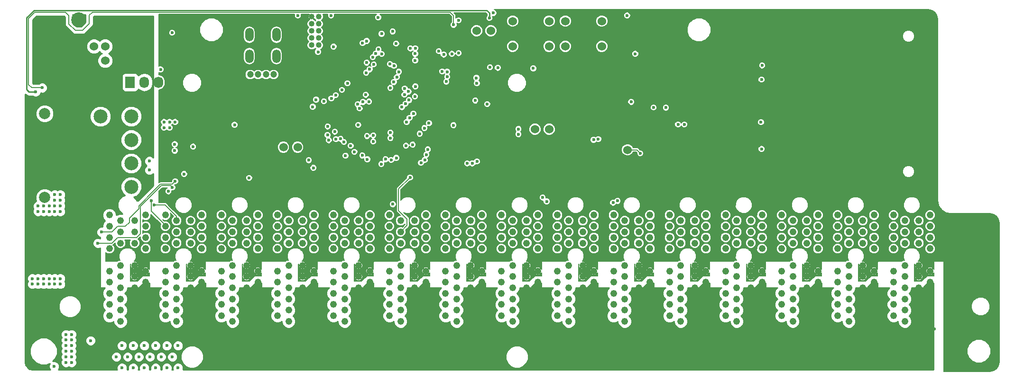
<source format=gbr>
G04 #@! TF.FileFunction,Copper,L4,Bot,Signal*
%FSLAX46Y46*%
G04 Gerber Fmt 4.6, Leading zero omitted, Abs format (unit mm)*
G04 Created by KiCad (PCBNEW 4.0.3+e1-6302~38~ubuntu14.04.1-stable) date Fri Dec 30 00:21:17 2016*
%MOMM*%
%LPD*%
G01*
G04 APERTURE LIST*
%ADD10C,0.100000*%
%ADD11C,2.000000*%
%ADD12C,1.200000*%
%ADD13O,1.500000X2.400000*%
%ADD14C,1.230000*%
%ADD15C,1.016000*%
%ADD16C,1.524000*%
%ADD17C,2.700020*%
%ADD18R,1.727200X2.032000*%
%ADD19O,1.727200X2.032000*%
%ADD20C,2.500000*%
%ADD21C,0.600000*%
%ADD22C,0.150000*%
%ADD23C,0.250000*%
%ADD24C,0.200000*%
%ADD25C,0.254000*%
G04 APERTURE END LIST*
D10*
D11*
X55200000Y-107500000D03*
X55200000Y-102500000D03*
X55200000Y-97500000D03*
X55200000Y-92500000D03*
D12*
X91900000Y-85500000D03*
X93300000Y-85500000D03*
X94700000Y-85500000D03*
X96100000Y-85500000D03*
D13*
X91730000Y-78390000D03*
X91730000Y-82230000D03*
X96570000Y-78390000D03*
X96570000Y-82230000D03*
D14*
X148750000Y-129650000D03*
X146750000Y-128650000D03*
X148750000Y-127650000D03*
X146750000Y-126650000D03*
X148750000Y-125650000D03*
X146750000Y-124650000D03*
X148750000Y-123650000D03*
X146750000Y-122650000D03*
X148750000Y-121650000D03*
X146750000Y-120650000D03*
X148750000Y-119650000D03*
X146750000Y-116650000D03*
X148750000Y-115650000D03*
X146750000Y-114650000D03*
X148750000Y-113650000D03*
X146750000Y-112650000D03*
X148750000Y-111650000D03*
X146750000Y-110650000D03*
X151250000Y-129650000D03*
X153250000Y-128650000D03*
X151250000Y-127650000D03*
X153250000Y-126650000D03*
X151250000Y-125650000D03*
X153250000Y-124650000D03*
X151250000Y-123650000D03*
X153250000Y-122650000D03*
X151250000Y-121650000D03*
X153250000Y-120650000D03*
X151250000Y-119650000D03*
X153250000Y-116650000D03*
X151250000Y-115650000D03*
X153250000Y-114650000D03*
X151250000Y-113650000D03*
X153250000Y-112650000D03*
X151250000Y-111650000D03*
X153250000Y-110650000D03*
X138750000Y-129650000D03*
X136750000Y-128650000D03*
X138750000Y-127650000D03*
X136750000Y-126650000D03*
X138750000Y-125650000D03*
X136750000Y-124650000D03*
X138750000Y-123650000D03*
X136750000Y-122650000D03*
X138750000Y-121650000D03*
X136750000Y-120650000D03*
X138750000Y-119650000D03*
X136750000Y-116650000D03*
X138750000Y-115650000D03*
X136750000Y-114650000D03*
X138750000Y-113650000D03*
X136750000Y-112650000D03*
X138750000Y-111650000D03*
X136750000Y-110650000D03*
X141250000Y-129650000D03*
X143250000Y-128650000D03*
X141250000Y-127650000D03*
X143250000Y-126650000D03*
X141250000Y-125650000D03*
X143250000Y-124650000D03*
X141250000Y-123650000D03*
X143250000Y-122650000D03*
X141250000Y-121650000D03*
X143250000Y-120650000D03*
X141250000Y-119650000D03*
X143250000Y-116650000D03*
X141250000Y-115650000D03*
X143250000Y-114650000D03*
X141250000Y-113650000D03*
X143250000Y-112650000D03*
X141250000Y-111650000D03*
X143250000Y-110650000D03*
X128750000Y-129650000D03*
X126750000Y-128650000D03*
X128750000Y-127650000D03*
X126750000Y-126650000D03*
X128750000Y-125650000D03*
X126750000Y-124650000D03*
X128750000Y-123650000D03*
X126750000Y-122650000D03*
X128750000Y-121650000D03*
X126750000Y-120650000D03*
X128750000Y-119650000D03*
X126750000Y-116650000D03*
X128750000Y-115650000D03*
X126750000Y-114650000D03*
X128750000Y-113650000D03*
X126750000Y-112650000D03*
X128750000Y-111650000D03*
X126750000Y-110650000D03*
X131250000Y-129650000D03*
X133250000Y-128650000D03*
X131250000Y-127650000D03*
X133250000Y-126650000D03*
X131250000Y-125650000D03*
X133250000Y-124650000D03*
X131250000Y-123650000D03*
X133250000Y-122650000D03*
X131250000Y-121650000D03*
X133250000Y-120650000D03*
X131250000Y-119650000D03*
X133250000Y-116650000D03*
X131250000Y-115650000D03*
X133250000Y-114650000D03*
X131250000Y-113650000D03*
X133250000Y-112650000D03*
X131250000Y-111650000D03*
X133250000Y-110650000D03*
X118750000Y-129650000D03*
X116750000Y-128650000D03*
X118750000Y-127650000D03*
X116750000Y-126650000D03*
X118750000Y-125650000D03*
X116750000Y-124650000D03*
X118750000Y-123650000D03*
X116750000Y-122650000D03*
X118750000Y-121650000D03*
X116750000Y-120650000D03*
X118750000Y-119650000D03*
X116750000Y-116650000D03*
X118750000Y-115650000D03*
X116750000Y-114650000D03*
X118750000Y-113650000D03*
X116750000Y-112650000D03*
X118750000Y-111650000D03*
X116750000Y-110650000D03*
X121250000Y-129650000D03*
X123250000Y-128650000D03*
X121250000Y-127650000D03*
X123250000Y-126650000D03*
X121250000Y-125650000D03*
X123250000Y-124650000D03*
X121250000Y-123650000D03*
X123250000Y-122650000D03*
X121250000Y-121650000D03*
X123250000Y-120650000D03*
X121250000Y-119650000D03*
X123250000Y-116650000D03*
X121250000Y-115650000D03*
X123250000Y-114650000D03*
X121250000Y-113650000D03*
X123250000Y-112650000D03*
X121250000Y-111650000D03*
X123250000Y-110650000D03*
X108750000Y-129650000D03*
X106750000Y-128650000D03*
X108750000Y-127650000D03*
X106750000Y-126650000D03*
X108750000Y-125650000D03*
X106750000Y-124650000D03*
X108750000Y-123650000D03*
X106750000Y-122650000D03*
X108750000Y-121650000D03*
X106750000Y-120650000D03*
X108750000Y-119650000D03*
X106750000Y-116650000D03*
X108750000Y-115650000D03*
X106750000Y-114650000D03*
X108750000Y-113650000D03*
X106750000Y-112650000D03*
X108750000Y-111650000D03*
X106750000Y-110650000D03*
X111250000Y-129650000D03*
X113250000Y-128650000D03*
X111250000Y-127650000D03*
X113250000Y-126650000D03*
X111250000Y-125650000D03*
X113250000Y-124650000D03*
X111250000Y-123650000D03*
X113250000Y-122650000D03*
X111250000Y-121650000D03*
X113250000Y-120650000D03*
X111250000Y-119650000D03*
X113250000Y-116650000D03*
X111250000Y-115650000D03*
X113250000Y-114650000D03*
X111250000Y-113650000D03*
X113250000Y-112650000D03*
X111250000Y-111650000D03*
X113250000Y-110650000D03*
X98750000Y-129650000D03*
X96750000Y-128650000D03*
X98750000Y-127650000D03*
X96750000Y-126650000D03*
X98750000Y-125650000D03*
X96750000Y-124650000D03*
X98750000Y-123650000D03*
X96750000Y-122650000D03*
X98750000Y-121650000D03*
X96750000Y-120650000D03*
X98750000Y-119650000D03*
X96750000Y-116650000D03*
X98750000Y-115650000D03*
X96750000Y-114650000D03*
X98750000Y-113650000D03*
X96750000Y-112650000D03*
X98750000Y-111650000D03*
X96750000Y-110650000D03*
X101250000Y-129650000D03*
X103250000Y-128650000D03*
X101250000Y-127650000D03*
X103250000Y-126650000D03*
X101250000Y-125650000D03*
X103250000Y-124650000D03*
X101250000Y-123650000D03*
X103250000Y-122650000D03*
X101250000Y-121650000D03*
X103250000Y-120650000D03*
X101250000Y-119650000D03*
X103250000Y-116650000D03*
X101250000Y-115650000D03*
X103250000Y-114650000D03*
X101250000Y-113650000D03*
X103250000Y-112650000D03*
X101250000Y-111650000D03*
X103250000Y-110650000D03*
X88750000Y-129650000D03*
X86750000Y-128650000D03*
X88750000Y-127650000D03*
X86750000Y-126650000D03*
X88750000Y-125650000D03*
X86750000Y-124650000D03*
X88750000Y-123650000D03*
X86750000Y-122650000D03*
X88750000Y-121650000D03*
X86750000Y-120650000D03*
X88750000Y-119650000D03*
X86750000Y-116650000D03*
X88750000Y-115650000D03*
X86750000Y-114650000D03*
X88750000Y-113650000D03*
X86750000Y-112650000D03*
X88750000Y-111650000D03*
X86750000Y-110650000D03*
X91250000Y-129650000D03*
X93250000Y-128650000D03*
X91250000Y-127650000D03*
X93250000Y-126650000D03*
X91250000Y-125650000D03*
X93250000Y-124650000D03*
X91250000Y-123650000D03*
X93250000Y-122650000D03*
X91250000Y-121650000D03*
X93250000Y-120650000D03*
X91250000Y-119650000D03*
X93250000Y-116650000D03*
X91250000Y-115650000D03*
X93250000Y-114650000D03*
X91250000Y-113650000D03*
X93250000Y-112650000D03*
X91250000Y-111650000D03*
X93250000Y-110650000D03*
X78750000Y-129650000D03*
X76750000Y-128650000D03*
X78750000Y-127650000D03*
X76750000Y-126650000D03*
X78750000Y-125650000D03*
X76750000Y-124650000D03*
X78750000Y-123650000D03*
X76750000Y-122650000D03*
X78750000Y-121650000D03*
X76750000Y-120650000D03*
X78750000Y-119650000D03*
X76750000Y-116650000D03*
X78750000Y-115650000D03*
X76750000Y-114650000D03*
X78750000Y-113650000D03*
X76750000Y-112650000D03*
X78750000Y-111650000D03*
X76750000Y-110650000D03*
X81250000Y-129650000D03*
X83250000Y-128650000D03*
X81250000Y-127650000D03*
X83250000Y-126650000D03*
X81250000Y-125650000D03*
X83250000Y-124650000D03*
X81250000Y-123650000D03*
X83250000Y-122650000D03*
X81250000Y-121650000D03*
X83250000Y-120650000D03*
X81250000Y-119650000D03*
X83250000Y-116650000D03*
X81250000Y-115650000D03*
X83250000Y-114650000D03*
X81250000Y-113650000D03*
X83250000Y-112650000D03*
X81250000Y-111650000D03*
X83250000Y-110650000D03*
X68750000Y-129650000D03*
X66750000Y-128650000D03*
X68750000Y-127650000D03*
X66750000Y-126650000D03*
X68750000Y-125650000D03*
X66750000Y-124650000D03*
X68750000Y-123650000D03*
X66750000Y-122650000D03*
X68750000Y-121650000D03*
X66750000Y-120650000D03*
X68750000Y-119650000D03*
X66750000Y-116650000D03*
X68750000Y-115650000D03*
X66750000Y-114650000D03*
X68750000Y-113650000D03*
X66750000Y-112650000D03*
X68750000Y-111650000D03*
X66750000Y-110650000D03*
X71250000Y-129650000D03*
X73250000Y-128650000D03*
X71250000Y-127650000D03*
X73250000Y-126650000D03*
X71250000Y-125650000D03*
X73250000Y-124650000D03*
X71250000Y-123650000D03*
X73250000Y-122650000D03*
X71250000Y-121650000D03*
X73250000Y-120650000D03*
X71250000Y-119650000D03*
X73250000Y-116650000D03*
X71250000Y-115650000D03*
X73250000Y-114650000D03*
X71250000Y-113650000D03*
X73250000Y-112650000D03*
X71250000Y-111650000D03*
X73250000Y-110650000D03*
X208750000Y-129650000D03*
X206750000Y-128650000D03*
X208750000Y-127650000D03*
X206750000Y-126650000D03*
X208750000Y-125650000D03*
X206750000Y-124650000D03*
X208750000Y-123650000D03*
X206750000Y-122650000D03*
X208750000Y-121650000D03*
X206750000Y-120650000D03*
X208750000Y-119650000D03*
X206750000Y-116650000D03*
X208750000Y-115650000D03*
X206750000Y-114650000D03*
X208750000Y-113650000D03*
X206750000Y-112650000D03*
X208750000Y-111650000D03*
X206750000Y-110650000D03*
X211250000Y-129650000D03*
X213250000Y-128650000D03*
X211250000Y-127650000D03*
X213250000Y-126650000D03*
X211250000Y-125650000D03*
X213250000Y-124650000D03*
X211250000Y-123650000D03*
X213250000Y-122650000D03*
X211250000Y-121650000D03*
X213250000Y-120650000D03*
X211250000Y-119650000D03*
X213250000Y-116650000D03*
X211250000Y-115650000D03*
X213250000Y-114650000D03*
X211250000Y-113650000D03*
X213250000Y-112650000D03*
X211250000Y-111650000D03*
X213250000Y-110650000D03*
X198750000Y-129650000D03*
X196750000Y-128650000D03*
X198750000Y-127650000D03*
X196750000Y-126650000D03*
X198750000Y-125650000D03*
X196750000Y-124650000D03*
X198750000Y-123650000D03*
X196750000Y-122650000D03*
X198750000Y-121650000D03*
X196750000Y-120650000D03*
X198750000Y-119650000D03*
X196750000Y-116650000D03*
X198750000Y-115650000D03*
X196750000Y-114650000D03*
X198750000Y-113650000D03*
X196750000Y-112650000D03*
X198750000Y-111650000D03*
X196750000Y-110650000D03*
X201250000Y-129650000D03*
X203250000Y-128650000D03*
X201250000Y-127650000D03*
X203250000Y-126650000D03*
X201250000Y-125650000D03*
X203250000Y-124650000D03*
X201250000Y-123650000D03*
X203250000Y-122650000D03*
X201250000Y-121650000D03*
X203250000Y-120650000D03*
X201250000Y-119650000D03*
X203250000Y-116650000D03*
X201250000Y-115650000D03*
X203250000Y-114650000D03*
X201250000Y-113650000D03*
X203250000Y-112650000D03*
X201250000Y-111650000D03*
X203250000Y-110650000D03*
X188750000Y-129650000D03*
X186750000Y-128650000D03*
X188750000Y-127650000D03*
X186750000Y-126650000D03*
X188750000Y-125650000D03*
X186750000Y-124650000D03*
X188750000Y-123650000D03*
X186750000Y-122650000D03*
X188750000Y-121650000D03*
X186750000Y-120650000D03*
X188750000Y-119650000D03*
X186750000Y-116650000D03*
X188750000Y-115650000D03*
X186750000Y-114650000D03*
X188750000Y-113650000D03*
X186750000Y-112650000D03*
X188750000Y-111650000D03*
X186750000Y-110650000D03*
X191250000Y-129650000D03*
X193250000Y-128650000D03*
X191250000Y-127650000D03*
X193250000Y-126650000D03*
X191250000Y-125650000D03*
X193250000Y-124650000D03*
X191250000Y-123650000D03*
X193250000Y-122650000D03*
X191250000Y-121650000D03*
X193250000Y-120650000D03*
X191250000Y-119650000D03*
X193250000Y-116650000D03*
X191250000Y-115650000D03*
X193250000Y-114650000D03*
X191250000Y-113650000D03*
X193250000Y-112650000D03*
X191250000Y-111650000D03*
X193250000Y-110650000D03*
X178750000Y-129650000D03*
X176750000Y-128650000D03*
X178750000Y-127650000D03*
X176750000Y-126650000D03*
X178750000Y-125650000D03*
X176750000Y-124650000D03*
X178750000Y-123650000D03*
X176750000Y-122650000D03*
X178750000Y-121650000D03*
X176750000Y-120650000D03*
X178750000Y-119650000D03*
X176750000Y-116650000D03*
X178750000Y-115650000D03*
X176750000Y-114650000D03*
X178750000Y-113650000D03*
X176750000Y-112650000D03*
X178750000Y-111650000D03*
X176750000Y-110650000D03*
X181250000Y-129650000D03*
X183250000Y-128650000D03*
X181250000Y-127650000D03*
X183250000Y-126650000D03*
X181250000Y-125650000D03*
X183250000Y-124650000D03*
X181250000Y-123650000D03*
X183250000Y-122650000D03*
X181250000Y-121650000D03*
X183250000Y-120650000D03*
X181250000Y-119650000D03*
X183250000Y-116650000D03*
X181250000Y-115650000D03*
X183250000Y-114650000D03*
X181250000Y-113650000D03*
X183250000Y-112650000D03*
X181250000Y-111650000D03*
X183250000Y-110650000D03*
X168750000Y-129650000D03*
X166750000Y-128650000D03*
X168750000Y-127650000D03*
X166750000Y-126650000D03*
X168750000Y-125650000D03*
X166750000Y-124650000D03*
X168750000Y-123650000D03*
X166750000Y-122650000D03*
X168750000Y-121650000D03*
X166750000Y-120650000D03*
X168750000Y-119650000D03*
X166750000Y-116650000D03*
X168750000Y-115650000D03*
X166750000Y-114650000D03*
X168750000Y-113650000D03*
X166750000Y-112650000D03*
X168750000Y-111650000D03*
X166750000Y-110650000D03*
X171250000Y-129650000D03*
X173250000Y-128650000D03*
X171250000Y-127650000D03*
X173250000Y-126650000D03*
X171250000Y-125650000D03*
X173250000Y-124650000D03*
X171250000Y-123650000D03*
X173250000Y-122650000D03*
X171250000Y-121650000D03*
X173250000Y-120650000D03*
X171250000Y-119650000D03*
X173250000Y-116650000D03*
X171250000Y-115650000D03*
X173250000Y-114650000D03*
X171250000Y-113650000D03*
X173250000Y-112650000D03*
X171250000Y-111650000D03*
X173250000Y-110650000D03*
X158750000Y-129650000D03*
X156750000Y-128650000D03*
X158750000Y-127650000D03*
X156750000Y-126650000D03*
X158750000Y-125650000D03*
X156750000Y-124650000D03*
X158750000Y-123650000D03*
X156750000Y-122650000D03*
X158750000Y-121650000D03*
X156750000Y-120650000D03*
X158750000Y-119650000D03*
X156750000Y-116650000D03*
X158750000Y-115650000D03*
X156750000Y-114650000D03*
X158750000Y-113650000D03*
X156750000Y-112650000D03*
X158750000Y-111650000D03*
X156750000Y-110650000D03*
X161250000Y-129650000D03*
X163250000Y-128650000D03*
X161250000Y-127650000D03*
X163250000Y-126650000D03*
X161250000Y-125650000D03*
X163250000Y-124650000D03*
X161250000Y-123650000D03*
X163250000Y-122650000D03*
X161250000Y-121650000D03*
X163250000Y-120650000D03*
X161250000Y-119650000D03*
X163250000Y-116650000D03*
X161250000Y-115650000D03*
X163250000Y-114650000D03*
X161250000Y-113650000D03*
X163250000Y-112650000D03*
X161250000Y-111650000D03*
X163250000Y-110650000D03*
D15*
X102865000Y-75160000D03*
X104135000Y-75160000D03*
X102865000Y-76430000D03*
X104135000Y-76430000D03*
X102865000Y-77700000D03*
X104135000Y-77700000D03*
X102865000Y-78970000D03*
X104135000Y-78970000D03*
X102865000Y-80240000D03*
X104135000Y-80240000D03*
D16*
X148150000Y-75950000D03*
X154650000Y-75950000D03*
X148150000Y-80450000D03*
X154650000Y-80450000D03*
X138750000Y-75950000D03*
X145250000Y-75950000D03*
X138750000Y-80450000D03*
X145250000Y-80450000D03*
X66000000Y-80460000D03*
X66000000Y-83000000D03*
X64001020Y-83000000D03*
X64001020Y-80460000D03*
D17*
X61301000Y-75730520D03*
X61301000Y-87729480D03*
D16*
X132305000Y-77675000D03*
X134845000Y-77675000D03*
X142730000Y-95300000D03*
X145270000Y-95300000D03*
X97830000Y-98500000D03*
X100370000Y-98500000D03*
D18*
X70460000Y-86900000D03*
D19*
X73000000Y-86900000D03*
X75540000Y-86900000D03*
D20*
X65150000Y-105600000D03*
X70650000Y-105600000D03*
X65150000Y-101400000D03*
X70650000Y-101400000D03*
X65150000Y-97200000D03*
X70650000Y-97200000D03*
X65150000Y-93000000D03*
X70650000Y-93000000D03*
D16*
X159250000Y-98975000D03*
D21*
X166050000Y-101200000D03*
X75900000Y-76900000D03*
X145875000Y-108200000D03*
X149750000Y-99925000D03*
X130600000Y-100400000D03*
X130600000Y-99400000D03*
X129600000Y-99400000D03*
X129600000Y-100400000D03*
X129600000Y-101400000D03*
X148525000Y-85400000D03*
X165500000Y-82025000D03*
X97700000Y-91125000D03*
X183175000Y-91375000D03*
X116575000Y-82600000D03*
X107150000Y-83900000D03*
X123225000Y-82650000D03*
X110300000Y-78500000D03*
X166900000Y-95250000D03*
X103800000Y-92800000D03*
X120875000Y-86925000D03*
X122225000Y-91575000D03*
X115800000Y-98125000D03*
X112025000Y-95875000D03*
X64000000Y-131000000D03*
X64000000Y-130000000D03*
X64000000Y-129000000D03*
X64000000Y-128000000D03*
X64000000Y-127000000D03*
X64000000Y-126000000D03*
X64000000Y-125000000D03*
X64000000Y-124000000D03*
X64000000Y-123000000D03*
X65000000Y-131000000D03*
X65000000Y-130000000D03*
X65000000Y-127000000D03*
X65000000Y-126000000D03*
X65000000Y-125000000D03*
X65000000Y-124000000D03*
X65000000Y-123000000D03*
X65000000Y-122000000D03*
X65000000Y-121000000D03*
X65000000Y-120000000D03*
X64000000Y-120000000D03*
X64000000Y-121000000D03*
X64000000Y-122000000D03*
X71000000Y-131000000D03*
X72000000Y-131000000D03*
X73000000Y-131000000D03*
X74000000Y-131000000D03*
X81000000Y-131000000D03*
X82000000Y-131000000D03*
X83000000Y-131000000D03*
X84000000Y-131000000D03*
X91000000Y-131000000D03*
X92000000Y-131000000D03*
X93000000Y-131000000D03*
X94000000Y-131000000D03*
X101000000Y-131000000D03*
X102000000Y-131000000D03*
X103000000Y-131000000D03*
X104000000Y-131000000D03*
X111000000Y-131000000D03*
X112000000Y-131000000D03*
X113000000Y-131000000D03*
X114000000Y-131000000D03*
X121000000Y-131000000D03*
X122000000Y-131000000D03*
X123000000Y-131000000D03*
X124000000Y-131000000D03*
X131000000Y-131000000D03*
X132000000Y-131000000D03*
X133000000Y-131000000D03*
X134000000Y-131000000D03*
X141000000Y-131000000D03*
X142000000Y-131000000D03*
X143000000Y-131000000D03*
X144000000Y-131000000D03*
X151000000Y-131000000D03*
X152000000Y-131000000D03*
X153000000Y-131000000D03*
X154000000Y-131000000D03*
X161000000Y-131000000D03*
X162000000Y-131000000D03*
X163000000Y-131000000D03*
X164000000Y-131000000D03*
X171000000Y-131000000D03*
X172000000Y-131000000D03*
X173000000Y-131000000D03*
X174000000Y-131000000D03*
X181000000Y-131000000D03*
X182000000Y-131000000D03*
X183000000Y-131000000D03*
X184000000Y-131000000D03*
X191000000Y-131000000D03*
X192000000Y-131000000D03*
X193000000Y-131000000D03*
X194000000Y-131000000D03*
X201000000Y-131000000D03*
X202000000Y-131000000D03*
X203000000Y-131000000D03*
X204000000Y-131000000D03*
X211000000Y-131000000D03*
X212000000Y-131000000D03*
X213000000Y-131000000D03*
X214000000Y-131000000D03*
X77500000Y-95000000D03*
X78500000Y-94000000D03*
X76500000Y-95000000D03*
X76500000Y-94000000D03*
X77500000Y-94000000D03*
X131550000Y-101400000D03*
X132375000Y-101050000D03*
X130625000Y-101400000D03*
X75925000Y-84600000D03*
X91700000Y-104000000D03*
X75000000Y-138000000D03*
X73000000Y-138000000D03*
X71000000Y-138000000D03*
X79000000Y-134000000D03*
X77000000Y-134000000D03*
X75000000Y-134000000D03*
X73000000Y-134000000D03*
X71000000Y-134000000D03*
X69000000Y-134000000D03*
X68000000Y-136000000D03*
X70000000Y-136000000D03*
X72000000Y-136000000D03*
X74000000Y-136000000D03*
X76000000Y-136000000D03*
X78000000Y-136000000D03*
X79000000Y-138000000D03*
X77000000Y-138000000D03*
X53600000Y-88600000D03*
X69000000Y-138000000D03*
X160625000Y-81800000D03*
X134600000Y-75400000D03*
X134700000Y-84200000D03*
X103650000Y-90000000D03*
X106375000Y-89775000D03*
X74200000Y-108050000D03*
X105050000Y-90300000D03*
X74750000Y-108800000D03*
X77300000Y-106400000D03*
X117350000Y-108700000D03*
X117975000Y-100425000D03*
X109250000Y-87075000D03*
X102350000Y-100825000D03*
X119825000Y-94000000D03*
X77950000Y-78025000D03*
X115300000Y-101525000D03*
X116050000Y-100650000D03*
X117075000Y-100800000D03*
X116925000Y-96875000D03*
X116925000Y-95900000D03*
X119700000Y-98225000D03*
X120900000Y-98050000D03*
X113875000Y-96375000D03*
X113850000Y-97500000D03*
X112800000Y-100675000D03*
X111900000Y-99975000D03*
X111175000Y-94525000D03*
X108625000Y-97575000D03*
X108025000Y-97000000D03*
X107200000Y-97075000D03*
X110500000Y-99350000D03*
X112750000Y-96500000D03*
X109825000Y-98250000D03*
X108900000Y-100025000D03*
X113200000Y-84575000D03*
X112600000Y-85175000D03*
X108275000Y-88250000D03*
X107175000Y-89175000D03*
X112700000Y-83375000D03*
X113950000Y-83700000D03*
X115375000Y-81825000D03*
X117950000Y-79975000D03*
X122375000Y-101300000D03*
X123050000Y-100800000D03*
X123600000Y-98900000D03*
X123350000Y-99825000D03*
X120350000Y-93250000D03*
X123000000Y-95075000D03*
X121025000Y-92500000D03*
X123800000Y-94200000D03*
X114750000Y-75300000D03*
X111425000Y-91575000D03*
X117325000Y-77800000D03*
X111100000Y-90825000D03*
X125550000Y-81325000D03*
X112025000Y-90400000D03*
X126450000Y-81925000D03*
X113100000Y-90350000D03*
X107000000Y-95725000D03*
X118975000Y-91325000D03*
X105925000Y-97250000D03*
X119625000Y-90700000D03*
X120250000Y-90075000D03*
X105700000Y-96325000D03*
X105725000Y-94800000D03*
X121300000Y-89425000D03*
X119425000Y-89100000D03*
X120150000Y-88550000D03*
X119475000Y-88000000D03*
X121375000Y-87625000D03*
X128175000Y-94575000D03*
X122150000Y-96100000D03*
X112525000Y-89125000D03*
X116825000Y-83625000D03*
X117550000Y-83950000D03*
X116900000Y-87900000D03*
X117525000Y-86850000D03*
X118075000Y-85950000D03*
X118425000Y-85000000D03*
X121350000Y-82975000D03*
X121350000Y-81775000D03*
X121375000Y-80800000D03*
X120500000Y-80825000D03*
X81700000Y-98400000D03*
X89100000Y-94500000D03*
X183275000Y-83875000D03*
X126175000Y-84950000D03*
X169400000Y-94425000D03*
X183175000Y-86400000D03*
X126900000Y-86775000D03*
X168275000Y-94425000D03*
X183075000Y-94025000D03*
X127050000Y-85000000D03*
X166100000Y-91425000D03*
X183175000Y-98825000D03*
X127075000Y-85900000D03*
X163900000Y-91400000D03*
X112700000Y-79500000D03*
X111950000Y-79875000D03*
X114800000Y-81000000D03*
X106775000Y-80525000D03*
X104000000Y-81450000D03*
X115350000Y-78225000D03*
X114325000Y-81750000D03*
X113775000Y-82400000D03*
X58000000Y-108000000D03*
X57000000Y-108000000D03*
X57000000Y-107000000D03*
X58000000Y-107000000D03*
X54000000Y-109000000D03*
X54000000Y-110000000D03*
X55000000Y-110000000D03*
X55000000Y-109000000D03*
X56000000Y-109000000D03*
X56000000Y-110000000D03*
X57000000Y-110000000D03*
X57000000Y-109000000D03*
X58000000Y-109000000D03*
X58000000Y-110000000D03*
X65375000Y-113700000D03*
X78500000Y-104600000D03*
X157475000Y-108100000D03*
X78000000Y-105700000D03*
X156675000Y-108425000D03*
X64675000Y-115675000D03*
X54750000Y-87875000D03*
X128200000Y-76600000D03*
X58000000Y-122000000D03*
X56000000Y-123000000D03*
X57000000Y-123000000D03*
X55000000Y-123000000D03*
X54000000Y-123000000D03*
X53000000Y-123000000D03*
X58000000Y-123000000D03*
X59000000Y-132000000D03*
X60000000Y-132000000D03*
X59000000Y-133000000D03*
X59000000Y-135000000D03*
X59000000Y-134000000D03*
X60000000Y-137000000D03*
X59000000Y-137000000D03*
X59000000Y-136000000D03*
X60000000Y-135000000D03*
X60000000Y-136000000D03*
X60000000Y-133000000D03*
X60000000Y-134000000D03*
X54000000Y-122000000D03*
X55000000Y-122000000D03*
X56000000Y-122000000D03*
X57000000Y-122000000D03*
X53000000Y-122000000D03*
X73900000Y-102600000D03*
X73900000Y-101000000D03*
X142425000Y-84400000D03*
X127900000Y-81800000D03*
X135300000Y-74500000D03*
X56900000Y-137700000D03*
X63400000Y-133100000D03*
X134200000Y-90800000D03*
X136100000Y-84300000D03*
X132075000Y-90150000D03*
X132275000Y-86100000D03*
X106325000Y-74950000D03*
X100400000Y-74975000D03*
X129100000Y-75800000D03*
X132350000Y-87075000D03*
X129100000Y-81675000D03*
X159175000Y-74950000D03*
X159900000Y-90400000D03*
X153200000Y-97175000D03*
X139775000Y-96175000D03*
X78425000Y-97975000D03*
X144825000Y-108200000D03*
X154025000Y-97050000D03*
X139775000Y-95250000D03*
X78425000Y-99125000D03*
X144100000Y-107500000D03*
X120425000Y-103925000D03*
X103175000Y-102200000D03*
X103050000Y-91275000D03*
X80100000Y-103300000D03*
X161525000Y-99600000D03*
D22*
X129600000Y-99400000D02*
X130600000Y-99400000D01*
X129600000Y-101400000D02*
X129600000Y-100400000D01*
X64000000Y-123000000D02*
X64000000Y-122000000D01*
X64000000Y-130000000D02*
X64000000Y-129000000D01*
X64000000Y-128000000D02*
X64000000Y-127000000D01*
X64000000Y-126000000D02*
X64000000Y-125000000D01*
X64000000Y-124000000D02*
X64000000Y-123000000D01*
X71000000Y-131000000D02*
X64000000Y-131000000D01*
X65000000Y-130000000D02*
X65000000Y-131000000D01*
X65000000Y-126000000D02*
X65000000Y-127000000D01*
X65000000Y-124000000D02*
X65000000Y-125000000D01*
X65000000Y-122000000D02*
X65000000Y-123000000D01*
X65000000Y-120000000D02*
X65000000Y-121000000D01*
X64000000Y-121000000D02*
X64000000Y-120000000D01*
X71250000Y-129650000D02*
X71000000Y-129900000D01*
X71000000Y-131000000D02*
X72000000Y-131000000D01*
X73000000Y-131000000D02*
X74000000Y-131000000D01*
X81000000Y-131000000D02*
X82000000Y-131000000D01*
X83000000Y-131000000D02*
X84000000Y-131000000D01*
X91000000Y-131000000D02*
X92000000Y-131000000D01*
X93000000Y-131000000D02*
X94000000Y-131000000D01*
X101000000Y-131000000D02*
X102000000Y-131000000D01*
X103000000Y-131000000D02*
X104000000Y-131000000D01*
X111000000Y-131000000D02*
X112000000Y-131000000D01*
X113000000Y-131000000D02*
X114000000Y-131000000D01*
X121000000Y-131000000D02*
X122000000Y-131000000D01*
X123000000Y-131000000D02*
X124000000Y-131000000D01*
X131000000Y-131000000D02*
X132000000Y-131000000D01*
X133000000Y-131000000D02*
X134000000Y-131000000D01*
X141000000Y-131000000D02*
X142000000Y-131000000D01*
X143000000Y-131000000D02*
X144000000Y-131000000D01*
X151000000Y-131000000D02*
X152000000Y-131000000D01*
X153000000Y-131000000D02*
X154000000Y-131000000D01*
X161000000Y-131000000D02*
X162000000Y-131000000D01*
X163000000Y-131000000D02*
X164000000Y-131000000D01*
X171000000Y-131000000D02*
X172000000Y-131000000D01*
X173000000Y-131000000D02*
X174000000Y-131000000D01*
X181000000Y-131000000D02*
X182000000Y-131000000D01*
X183000000Y-131000000D02*
X184000000Y-131000000D01*
X191000000Y-131000000D02*
X192000000Y-131000000D01*
X193000000Y-131000000D02*
X194000000Y-131000000D01*
X201000000Y-131000000D02*
X202000000Y-131000000D01*
X203000000Y-131000000D02*
X204000000Y-131000000D01*
X211000000Y-131000000D02*
X212000000Y-131000000D01*
X213000000Y-131000000D02*
X214000000Y-131000000D01*
D23*
X53600000Y-88600000D02*
X52400000Y-88600000D01*
X53300000Y-74000000D02*
X131600000Y-74000000D01*
X52000000Y-75300000D02*
X53300000Y-74000000D01*
X52000000Y-88200000D02*
X52000000Y-75300000D01*
X52400000Y-88600000D02*
X52000000Y-88200000D01*
X131600000Y-74000000D02*
X134100000Y-74000000D01*
X134600000Y-74500000D02*
X134600000Y-75400000D01*
X134100000Y-74000000D02*
X134600000Y-74500000D01*
X131600000Y-74000000D02*
X131700000Y-74000000D01*
D22*
X76750000Y-112650000D02*
X76750000Y-112500000D01*
X76750000Y-112500000D02*
X74200000Y-109950000D01*
X74200000Y-109950000D02*
X74200000Y-108050000D01*
X78750000Y-110875000D02*
X76675000Y-108800000D01*
X76675000Y-108800000D02*
X74750000Y-108800000D01*
X78750000Y-110875000D02*
X78750000Y-111650000D01*
X55700000Y-108000000D02*
X55200000Y-107500000D01*
X65375000Y-113700000D02*
X66075000Y-113700000D01*
X66075000Y-113700000D02*
X66025000Y-113700000D01*
X75875734Y-105100000D02*
X78000000Y-105100000D01*
X78000000Y-105100000D02*
X78500000Y-104600000D01*
X71999998Y-108975736D02*
X74675000Y-106300734D01*
X71999998Y-109525002D02*
X71999998Y-108975736D01*
X70350000Y-111175000D02*
X71999998Y-109525002D01*
X70350000Y-111925000D02*
X70350000Y-111175000D01*
X69600000Y-112675000D02*
X70350000Y-111925000D01*
X68225000Y-112675000D02*
X69600000Y-112675000D01*
X67200000Y-113700000D02*
X68225000Y-112675000D01*
X66025000Y-113700000D02*
X67200000Y-113700000D01*
X74675000Y-106300734D02*
X75875734Y-105100000D01*
X75999998Y-105400002D02*
X77700002Y-105400002D01*
X77700002Y-105400002D02*
X78000000Y-105700000D01*
X75150000Y-106250000D02*
X75999998Y-105400002D01*
X65025000Y-115675000D02*
X67200000Y-115675000D01*
X67200000Y-115675000D02*
X68200000Y-114675000D01*
X68200000Y-114675000D02*
X71625000Y-114675000D01*
X71625000Y-114675000D02*
X72300000Y-114000000D01*
X72300000Y-114000000D02*
X72300000Y-109100000D01*
X72300000Y-109100000D02*
X75150000Y-106250000D01*
X64675000Y-115675000D02*
X65025000Y-115675000D01*
X75150000Y-106250000D02*
X75175000Y-106225000D01*
X53925000Y-87875000D02*
X54475000Y-87875000D01*
X128200000Y-74950002D02*
X127600000Y-74350002D01*
X127600000Y-74350002D02*
X63724998Y-74350002D01*
X63724998Y-74350002D02*
X63175000Y-74900000D01*
X63175000Y-74900000D02*
X63175000Y-76425000D01*
X63175000Y-76425000D02*
X62000000Y-77600000D01*
X62000000Y-77600000D02*
X60675000Y-77600000D01*
X128200000Y-76600000D02*
X128200000Y-74950002D01*
X60675000Y-77600000D02*
X59525000Y-76450000D01*
X59525000Y-76450000D02*
X59525000Y-74925002D01*
X59525000Y-74925002D02*
X58950000Y-74350002D01*
X58950000Y-74350002D02*
X53444976Y-74350002D01*
X53444976Y-74350002D02*
X52350002Y-75444976D01*
X52350002Y-75444976D02*
X52350002Y-87350002D01*
X52350002Y-87350002D02*
X52875000Y-87875000D01*
X52875000Y-87875000D02*
X53925000Y-87875000D01*
X54750000Y-87875000D02*
X54475000Y-87875000D01*
X119900000Y-112500000D02*
X119900000Y-111350000D01*
X119900000Y-111350000D02*
X118375000Y-109825000D01*
X118375000Y-109825000D02*
X118375000Y-105975000D01*
X118375000Y-105975000D02*
X120425000Y-103925000D01*
X118750000Y-113650000D02*
X119900000Y-112500000D01*
X160900000Y-98975000D02*
X159250000Y-98975000D01*
X161525000Y-99600000D02*
X160900000Y-98975000D01*
D24*
G36*
X213611245Y-74024323D02*
X214129435Y-74370565D01*
X214475677Y-74888755D01*
X214605000Y-75538903D01*
X214605000Y-108000000D01*
X214612590Y-108038157D01*
X214612590Y-108077061D01*
X214764831Y-108842427D01*
X214823810Y-108984817D01*
X215257355Y-109633664D01*
X215311846Y-109688154D01*
X215366336Y-109742645D01*
X216015183Y-110176190D01*
X216115868Y-110217894D01*
X216157572Y-110235169D01*
X216922939Y-110387410D01*
X216961843Y-110387410D01*
X217000000Y-110395000D01*
X223961096Y-110395000D01*
X224611245Y-110524323D01*
X225129435Y-110870565D01*
X225475677Y-111388755D01*
X225605000Y-112038903D01*
X225605000Y-136961097D01*
X225475677Y-137611245D01*
X225129435Y-138129435D01*
X224611245Y-138475677D01*
X223961096Y-138605000D01*
X215700000Y-138605000D01*
X215700000Y-135419844D01*
X219879633Y-135419844D01*
X220201704Y-136199315D01*
X220797549Y-136796200D01*
X221576456Y-137119631D01*
X222419844Y-137120367D01*
X223199315Y-136798296D01*
X223796200Y-136202451D01*
X224119631Y-135423544D01*
X224120367Y-134580156D01*
X223798296Y-133800685D01*
X223202451Y-133203800D01*
X222423544Y-132880369D01*
X221580156Y-132879633D01*
X220800685Y-133201704D01*
X220203800Y-133797549D01*
X219880369Y-134576456D01*
X219879633Y-135419844D01*
X215700000Y-135419844D01*
X215700000Y-127330726D01*
X220629711Y-127330726D01*
X220883418Y-127944743D01*
X221352786Y-128414931D01*
X221966359Y-128669709D01*
X222630726Y-128670289D01*
X223244743Y-128416582D01*
X223714931Y-127947214D01*
X223969709Y-127333641D01*
X223970289Y-126669274D01*
X223716582Y-126055257D01*
X223247214Y-125585069D01*
X222633641Y-125330291D01*
X221969274Y-125329711D01*
X221355257Y-125583418D01*
X220885069Y-126052786D01*
X220630291Y-126666359D01*
X220629711Y-127330726D01*
X215700000Y-127330726D01*
X215700000Y-118000000D01*
X215692121Y-117961094D01*
X215669727Y-117928319D01*
X215636346Y-117906839D01*
X215600000Y-117900000D01*
X214000000Y-117900000D01*
X213961094Y-117907879D01*
X213928319Y-117930273D01*
X213906839Y-117963654D01*
X213900000Y-118000000D01*
X213900000Y-120350467D01*
X213858154Y-120248003D01*
X213854127Y-120241977D01*
X213765173Y-120170183D01*
X213285355Y-120650000D01*
X213765173Y-121129817D01*
X213854127Y-121058023D01*
X213900000Y-120948814D01*
X213900000Y-121500000D01*
X212800000Y-121500000D01*
X212761094Y-121507879D01*
X212729289Y-121529289D01*
X211758578Y-122500000D01*
X210500000Y-122500000D01*
X210500000Y-122165173D01*
X210770183Y-122165173D01*
X210841977Y-122254127D01*
X211104226Y-122364284D01*
X211388666Y-122365698D01*
X211651997Y-122258154D01*
X211658023Y-122254127D01*
X211729817Y-122165173D01*
X211250000Y-121685355D01*
X210770183Y-122165173D01*
X210500000Y-122165173D01*
X210500000Y-121788666D01*
X210534302Y-121788666D01*
X210641846Y-122051997D01*
X210645873Y-122058023D01*
X210734827Y-122129817D01*
X211214645Y-121650000D01*
X211285355Y-121650000D01*
X211765173Y-122129817D01*
X211854127Y-122058023D01*
X211964284Y-121795774D01*
X211965698Y-121511334D01*
X211858154Y-121248003D01*
X211854127Y-121241977D01*
X211765173Y-121170183D01*
X211285355Y-121650000D01*
X211214645Y-121650000D01*
X210734827Y-121170183D01*
X210645873Y-121241977D01*
X210535716Y-121504226D01*
X210534302Y-121788666D01*
X210500000Y-121788666D01*
X210500000Y-121134827D01*
X210770183Y-121134827D01*
X211250000Y-121614645D01*
X211699471Y-121165173D01*
X212770183Y-121165173D01*
X212841977Y-121254127D01*
X213104226Y-121364284D01*
X213388666Y-121365698D01*
X213651997Y-121258154D01*
X213658023Y-121254127D01*
X213729817Y-121165173D01*
X213250000Y-120685355D01*
X212770183Y-121165173D01*
X211699471Y-121165173D01*
X211729817Y-121134827D01*
X211658023Y-121045873D01*
X211395774Y-120935716D01*
X211111334Y-120934302D01*
X210848003Y-121041846D01*
X210841977Y-121045873D01*
X210770183Y-121134827D01*
X210500000Y-121134827D01*
X210500000Y-120788666D01*
X212534302Y-120788666D01*
X212641846Y-121051997D01*
X212645873Y-121058023D01*
X212734827Y-121129817D01*
X213214645Y-120650000D01*
X212734827Y-120170183D01*
X212645873Y-120241977D01*
X212535716Y-120504226D01*
X212534302Y-120788666D01*
X210500000Y-120788666D01*
X210500000Y-120165173D01*
X210770183Y-120165173D01*
X210841977Y-120254127D01*
X211104226Y-120364284D01*
X211388666Y-120365698D01*
X211651997Y-120258154D01*
X211658023Y-120254127D01*
X211729817Y-120165173D01*
X211699472Y-120134827D01*
X212770183Y-120134827D01*
X213250000Y-120614645D01*
X213729817Y-120134827D01*
X213658023Y-120045873D01*
X213395774Y-119935716D01*
X213111334Y-119934302D01*
X212848003Y-120041846D01*
X212841977Y-120045873D01*
X212770183Y-120134827D01*
X211699472Y-120134827D01*
X211250000Y-119685355D01*
X210770183Y-120165173D01*
X210500000Y-120165173D01*
X210500000Y-119410997D01*
X210590601Y-119373561D01*
X210535716Y-119504226D01*
X210534302Y-119788666D01*
X210641846Y-120051997D01*
X210645873Y-120058023D01*
X210734827Y-120129817D01*
X211214645Y-119650000D01*
X211285355Y-119650000D01*
X211765173Y-120129817D01*
X211854127Y-120058023D01*
X211964284Y-119795774D01*
X211965698Y-119511334D01*
X211858154Y-119248003D01*
X211854127Y-119241977D01*
X211765173Y-119170183D01*
X211285355Y-119650000D01*
X211214645Y-119650000D01*
X211200502Y-119635858D01*
X211235858Y-119600502D01*
X211250000Y-119614645D01*
X211729817Y-119134827D01*
X211658023Y-119045873D01*
X211395774Y-118935716D01*
X211179821Y-118934642D01*
X211266660Y-118847955D01*
X211494740Y-118298679D01*
X211495259Y-117703931D01*
X211268139Y-117154257D01*
X210949605Y-116835167D01*
X212314838Y-116835167D01*
X212456883Y-117178943D01*
X212719673Y-117442192D01*
X213063201Y-117584838D01*
X213435167Y-117585162D01*
X213778943Y-117443117D01*
X214042192Y-117180327D01*
X214184838Y-116836799D01*
X214185162Y-116464833D01*
X214043117Y-116121057D01*
X213780327Y-115857808D01*
X213436799Y-115715162D01*
X213064833Y-115714838D01*
X212721057Y-115856883D01*
X212457808Y-116119673D01*
X212315162Y-116463201D01*
X212314838Y-116835167D01*
X210949605Y-116835167D01*
X210847955Y-116733340D01*
X210298679Y-116505260D01*
X209703931Y-116504741D01*
X209154257Y-116731861D01*
X208733340Y-117152045D01*
X208505260Y-117701321D01*
X208504741Y-118296069D01*
X208677813Y-118714936D01*
X208564833Y-118714838D01*
X208221057Y-118856883D01*
X208177865Y-118900000D01*
X204000000Y-118900000D01*
X203961094Y-118907879D01*
X203928319Y-118930273D01*
X203906839Y-118963654D01*
X203900000Y-119000000D01*
X203900000Y-120350467D01*
X203858154Y-120248003D01*
X203854127Y-120241977D01*
X203765173Y-120170183D01*
X203285355Y-120650000D01*
X203765173Y-121129817D01*
X203854127Y-121058023D01*
X203900000Y-120948814D01*
X203900000Y-121500000D01*
X202800000Y-121500000D01*
X202761094Y-121507879D01*
X202729289Y-121529289D01*
X201758578Y-122500000D01*
X200500000Y-122500000D01*
X200500000Y-122165173D01*
X200770183Y-122165173D01*
X200841977Y-122254127D01*
X201104226Y-122364284D01*
X201388666Y-122365698D01*
X201651997Y-122258154D01*
X201658023Y-122254127D01*
X201729817Y-122165173D01*
X201250000Y-121685355D01*
X200770183Y-122165173D01*
X200500000Y-122165173D01*
X200500000Y-121788666D01*
X200534302Y-121788666D01*
X200641846Y-122051997D01*
X200645873Y-122058023D01*
X200734827Y-122129817D01*
X201214645Y-121650000D01*
X201285355Y-121650000D01*
X201765173Y-122129817D01*
X201854127Y-122058023D01*
X201964284Y-121795774D01*
X201965698Y-121511334D01*
X201858154Y-121248003D01*
X201854127Y-121241977D01*
X201765173Y-121170183D01*
X201285355Y-121650000D01*
X201214645Y-121650000D01*
X200734827Y-121170183D01*
X200645873Y-121241977D01*
X200535716Y-121504226D01*
X200534302Y-121788666D01*
X200500000Y-121788666D01*
X200500000Y-121134827D01*
X200770183Y-121134827D01*
X201250000Y-121614645D01*
X201699471Y-121165173D01*
X202770183Y-121165173D01*
X202841977Y-121254127D01*
X203104226Y-121364284D01*
X203388666Y-121365698D01*
X203651997Y-121258154D01*
X203658023Y-121254127D01*
X203729817Y-121165173D01*
X203250000Y-120685355D01*
X202770183Y-121165173D01*
X201699471Y-121165173D01*
X201729817Y-121134827D01*
X201658023Y-121045873D01*
X201395774Y-120935716D01*
X201111334Y-120934302D01*
X200848003Y-121041846D01*
X200841977Y-121045873D01*
X200770183Y-121134827D01*
X200500000Y-121134827D01*
X200500000Y-120788666D01*
X202534302Y-120788666D01*
X202641846Y-121051997D01*
X202645873Y-121058023D01*
X202734827Y-121129817D01*
X203214645Y-120650000D01*
X202734827Y-120170183D01*
X202645873Y-120241977D01*
X202535716Y-120504226D01*
X202534302Y-120788666D01*
X200500000Y-120788666D01*
X200500000Y-120165173D01*
X200770183Y-120165173D01*
X200841977Y-120254127D01*
X201104226Y-120364284D01*
X201388666Y-120365698D01*
X201651997Y-120258154D01*
X201658023Y-120254127D01*
X201729817Y-120165173D01*
X201699472Y-120134827D01*
X202770183Y-120134827D01*
X203250000Y-120614645D01*
X203729817Y-120134827D01*
X203658023Y-120045873D01*
X203395774Y-119935716D01*
X203111334Y-119934302D01*
X202848003Y-120041846D01*
X202841977Y-120045873D01*
X202770183Y-120134827D01*
X201699472Y-120134827D01*
X201250000Y-119685355D01*
X200770183Y-120165173D01*
X200500000Y-120165173D01*
X200500000Y-119410997D01*
X200590601Y-119373561D01*
X200535716Y-119504226D01*
X200534302Y-119788666D01*
X200641846Y-120051997D01*
X200645873Y-120058023D01*
X200734827Y-120129817D01*
X201214645Y-119650000D01*
X201285355Y-119650000D01*
X201765173Y-120129817D01*
X201854127Y-120058023D01*
X201964284Y-119795774D01*
X201965698Y-119511334D01*
X201858154Y-119248003D01*
X201854127Y-119241977D01*
X201765173Y-119170183D01*
X201285355Y-119650000D01*
X201214645Y-119650000D01*
X201200502Y-119635858D01*
X201235858Y-119600502D01*
X201250000Y-119614645D01*
X201729817Y-119134827D01*
X201658023Y-119045873D01*
X201395774Y-118935716D01*
X201179821Y-118934642D01*
X201266660Y-118847955D01*
X201494740Y-118298679D01*
X201495259Y-117703931D01*
X201268139Y-117154257D01*
X200949605Y-116835167D01*
X202314838Y-116835167D01*
X202456883Y-117178943D01*
X202719673Y-117442192D01*
X203063201Y-117584838D01*
X203435167Y-117585162D01*
X203778943Y-117443117D01*
X204042192Y-117180327D01*
X204184838Y-116836799D01*
X204184839Y-116835167D01*
X205814838Y-116835167D01*
X205956883Y-117178943D01*
X206219673Y-117442192D01*
X206563201Y-117584838D01*
X206935167Y-117585162D01*
X207278943Y-117443117D01*
X207542192Y-117180327D01*
X207684838Y-116836799D01*
X207685162Y-116464833D01*
X207543117Y-116121057D01*
X207280327Y-115857808D01*
X207225802Y-115835167D01*
X207814838Y-115835167D01*
X207956883Y-116178943D01*
X208219673Y-116442192D01*
X208563201Y-116584838D01*
X208935167Y-116585162D01*
X209278943Y-116443117D01*
X209542192Y-116180327D01*
X209684838Y-115836799D01*
X209684839Y-115835167D01*
X210314838Y-115835167D01*
X210456883Y-116178943D01*
X210719673Y-116442192D01*
X211063201Y-116584838D01*
X211435167Y-116585162D01*
X211778943Y-116443117D01*
X212042192Y-116180327D01*
X212184838Y-115836799D01*
X212185162Y-115464833D01*
X212043117Y-115121057D01*
X211780327Y-114857808D01*
X211725802Y-114835167D01*
X212314838Y-114835167D01*
X212456883Y-115178943D01*
X212719673Y-115442192D01*
X213063201Y-115584838D01*
X213435167Y-115585162D01*
X213778943Y-115443117D01*
X214042192Y-115180327D01*
X214184838Y-114836799D01*
X214185162Y-114464833D01*
X214043117Y-114121057D01*
X213780327Y-113857808D01*
X213436799Y-113715162D01*
X213064833Y-113714838D01*
X212721057Y-113856883D01*
X212457808Y-114119673D01*
X212315162Y-114463201D01*
X212314838Y-114835167D01*
X211725802Y-114835167D01*
X211436799Y-114715162D01*
X211064833Y-114714838D01*
X210721057Y-114856883D01*
X210457808Y-115119673D01*
X210315162Y-115463201D01*
X210314838Y-115835167D01*
X209684839Y-115835167D01*
X209685162Y-115464833D01*
X209543117Y-115121057D01*
X209280327Y-114857808D01*
X208936799Y-114715162D01*
X208564833Y-114714838D01*
X208221057Y-114856883D01*
X207957808Y-115119673D01*
X207815162Y-115463201D01*
X207814838Y-115835167D01*
X207225802Y-115835167D01*
X206936799Y-115715162D01*
X206564833Y-115714838D01*
X206221057Y-115856883D01*
X205957808Y-116119673D01*
X205815162Y-116463201D01*
X205814838Y-116835167D01*
X204184839Y-116835167D01*
X204185162Y-116464833D01*
X204043117Y-116121057D01*
X203780327Y-115857808D01*
X203436799Y-115715162D01*
X203064833Y-115714838D01*
X202721057Y-115856883D01*
X202457808Y-116119673D01*
X202315162Y-116463201D01*
X202314838Y-116835167D01*
X200949605Y-116835167D01*
X200847955Y-116733340D01*
X200298679Y-116505260D01*
X199703931Y-116504741D01*
X199154257Y-116731861D01*
X198733340Y-117152045D01*
X198505260Y-117701321D01*
X198504741Y-118296069D01*
X198677813Y-118714936D01*
X198564833Y-118714838D01*
X198221057Y-118856883D01*
X198177865Y-118900000D01*
X194000000Y-118900000D01*
X193961094Y-118907879D01*
X193928319Y-118930273D01*
X193906839Y-118963654D01*
X193900000Y-119000000D01*
X193900000Y-120350467D01*
X193858154Y-120248003D01*
X193854127Y-120241977D01*
X193765173Y-120170183D01*
X193285355Y-120650000D01*
X193765173Y-121129817D01*
X193854127Y-121058023D01*
X193900000Y-120948814D01*
X193900000Y-121500000D01*
X192800000Y-121500000D01*
X192761094Y-121507879D01*
X192729289Y-121529289D01*
X191758578Y-122500000D01*
X190500000Y-122500000D01*
X190500000Y-122165173D01*
X190770183Y-122165173D01*
X190841977Y-122254127D01*
X191104226Y-122364284D01*
X191388666Y-122365698D01*
X191651997Y-122258154D01*
X191658023Y-122254127D01*
X191729817Y-122165173D01*
X191250000Y-121685355D01*
X190770183Y-122165173D01*
X190500000Y-122165173D01*
X190500000Y-121788666D01*
X190534302Y-121788666D01*
X190641846Y-122051997D01*
X190645873Y-122058023D01*
X190734827Y-122129817D01*
X191214645Y-121650000D01*
X191285355Y-121650000D01*
X191765173Y-122129817D01*
X191854127Y-122058023D01*
X191964284Y-121795774D01*
X191965698Y-121511334D01*
X191858154Y-121248003D01*
X191854127Y-121241977D01*
X191765173Y-121170183D01*
X191285355Y-121650000D01*
X191214645Y-121650000D01*
X190734827Y-121170183D01*
X190645873Y-121241977D01*
X190535716Y-121504226D01*
X190534302Y-121788666D01*
X190500000Y-121788666D01*
X190500000Y-121134827D01*
X190770183Y-121134827D01*
X191250000Y-121614645D01*
X191699471Y-121165173D01*
X192770183Y-121165173D01*
X192841977Y-121254127D01*
X193104226Y-121364284D01*
X193388666Y-121365698D01*
X193651997Y-121258154D01*
X193658023Y-121254127D01*
X193729817Y-121165173D01*
X193250000Y-120685355D01*
X192770183Y-121165173D01*
X191699471Y-121165173D01*
X191729817Y-121134827D01*
X191658023Y-121045873D01*
X191395774Y-120935716D01*
X191111334Y-120934302D01*
X190848003Y-121041846D01*
X190841977Y-121045873D01*
X190770183Y-121134827D01*
X190500000Y-121134827D01*
X190500000Y-120788666D01*
X192534302Y-120788666D01*
X192641846Y-121051997D01*
X192645873Y-121058023D01*
X192734827Y-121129817D01*
X193214645Y-120650000D01*
X192734827Y-120170183D01*
X192645873Y-120241977D01*
X192535716Y-120504226D01*
X192534302Y-120788666D01*
X190500000Y-120788666D01*
X190500000Y-120165173D01*
X190770183Y-120165173D01*
X190841977Y-120254127D01*
X191104226Y-120364284D01*
X191388666Y-120365698D01*
X191651997Y-120258154D01*
X191658023Y-120254127D01*
X191729817Y-120165173D01*
X191699472Y-120134827D01*
X192770183Y-120134827D01*
X193250000Y-120614645D01*
X193729817Y-120134827D01*
X193658023Y-120045873D01*
X193395774Y-119935716D01*
X193111334Y-119934302D01*
X192848003Y-120041846D01*
X192841977Y-120045873D01*
X192770183Y-120134827D01*
X191699472Y-120134827D01*
X191250000Y-119685355D01*
X190770183Y-120165173D01*
X190500000Y-120165173D01*
X190500000Y-119410997D01*
X190590601Y-119373561D01*
X190535716Y-119504226D01*
X190534302Y-119788666D01*
X190641846Y-120051997D01*
X190645873Y-120058023D01*
X190734827Y-120129817D01*
X191214645Y-119650000D01*
X191285355Y-119650000D01*
X191765173Y-120129817D01*
X191854127Y-120058023D01*
X191964284Y-119795774D01*
X191965698Y-119511334D01*
X191858154Y-119248003D01*
X191854127Y-119241977D01*
X191765173Y-119170183D01*
X191285355Y-119650000D01*
X191214645Y-119650000D01*
X191200502Y-119635858D01*
X191235858Y-119600502D01*
X191250000Y-119614645D01*
X191729817Y-119134827D01*
X191658023Y-119045873D01*
X191395774Y-118935716D01*
X191179821Y-118934642D01*
X191266660Y-118847955D01*
X191494740Y-118298679D01*
X191495259Y-117703931D01*
X191268139Y-117154257D01*
X190949605Y-116835167D01*
X192314838Y-116835167D01*
X192456883Y-117178943D01*
X192719673Y-117442192D01*
X193063201Y-117584838D01*
X193435167Y-117585162D01*
X193778943Y-117443117D01*
X194042192Y-117180327D01*
X194184838Y-116836799D01*
X194184839Y-116835167D01*
X195814838Y-116835167D01*
X195956883Y-117178943D01*
X196219673Y-117442192D01*
X196563201Y-117584838D01*
X196935167Y-117585162D01*
X197278943Y-117443117D01*
X197542192Y-117180327D01*
X197684838Y-116836799D01*
X197685162Y-116464833D01*
X197543117Y-116121057D01*
X197280327Y-115857808D01*
X197225802Y-115835167D01*
X197814838Y-115835167D01*
X197956883Y-116178943D01*
X198219673Y-116442192D01*
X198563201Y-116584838D01*
X198935167Y-116585162D01*
X199278943Y-116443117D01*
X199542192Y-116180327D01*
X199684838Y-115836799D01*
X199684839Y-115835167D01*
X200314838Y-115835167D01*
X200456883Y-116178943D01*
X200719673Y-116442192D01*
X201063201Y-116584838D01*
X201435167Y-116585162D01*
X201778943Y-116443117D01*
X202042192Y-116180327D01*
X202184838Y-115836799D01*
X202185162Y-115464833D01*
X202043117Y-115121057D01*
X201780327Y-114857808D01*
X201725802Y-114835167D01*
X202314838Y-114835167D01*
X202456883Y-115178943D01*
X202719673Y-115442192D01*
X203063201Y-115584838D01*
X203435167Y-115585162D01*
X203778943Y-115443117D01*
X204042192Y-115180327D01*
X204184838Y-114836799D01*
X204184839Y-114835167D01*
X205814838Y-114835167D01*
X205956883Y-115178943D01*
X206219673Y-115442192D01*
X206563201Y-115584838D01*
X206935167Y-115585162D01*
X207278943Y-115443117D01*
X207542192Y-115180327D01*
X207684838Y-114836799D01*
X207685162Y-114464833D01*
X207543117Y-114121057D01*
X207280327Y-113857808D01*
X207225802Y-113835167D01*
X207814838Y-113835167D01*
X207956883Y-114178943D01*
X208219673Y-114442192D01*
X208563201Y-114584838D01*
X208935167Y-114585162D01*
X209278943Y-114443117D01*
X209542192Y-114180327D01*
X209684838Y-113836799D01*
X209684839Y-113835167D01*
X210314838Y-113835167D01*
X210456883Y-114178943D01*
X210719673Y-114442192D01*
X211063201Y-114584838D01*
X211435167Y-114585162D01*
X211778943Y-114443117D01*
X212042192Y-114180327D01*
X212184838Y-113836799D01*
X212185162Y-113464833D01*
X212043117Y-113121057D01*
X211780327Y-112857808D01*
X211725802Y-112835167D01*
X212314838Y-112835167D01*
X212456883Y-113178943D01*
X212719673Y-113442192D01*
X213063201Y-113584838D01*
X213435167Y-113585162D01*
X213778943Y-113443117D01*
X214042192Y-113180327D01*
X214184838Y-112836799D01*
X214185162Y-112464833D01*
X214043117Y-112121057D01*
X213780327Y-111857808D01*
X213436799Y-111715162D01*
X213064833Y-111714838D01*
X212721057Y-111856883D01*
X212457808Y-112119673D01*
X212315162Y-112463201D01*
X212314838Y-112835167D01*
X211725802Y-112835167D01*
X211436799Y-112715162D01*
X211064833Y-112714838D01*
X210721057Y-112856883D01*
X210457808Y-113119673D01*
X210315162Y-113463201D01*
X210314838Y-113835167D01*
X209684839Y-113835167D01*
X209685162Y-113464833D01*
X209543117Y-113121057D01*
X209280327Y-112857808D01*
X208936799Y-112715162D01*
X208564833Y-112714838D01*
X208221057Y-112856883D01*
X207957808Y-113119673D01*
X207815162Y-113463201D01*
X207814838Y-113835167D01*
X207225802Y-113835167D01*
X206936799Y-113715162D01*
X206564833Y-113714838D01*
X206221057Y-113856883D01*
X205957808Y-114119673D01*
X205815162Y-114463201D01*
X205814838Y-114835167D01*
X204184839Y-114835167D01*
X204185162Y-114464833D01*
X204043117Y-114121057D01*
X203780327Y-113857808D01*
X203436799Y-113715162D01*
X203064833Y-113714838D01*
X202721057Y-113856883D01*
X202457808Y-114119673D01*
X202315162Y-114463201D01*
X202314838Y-114835167D01*
X201725802Y-114835167D01*
X201436799Y-114715162D01*
X201064833Y-114714838D01*
X200721057Y-114856883D01*
X200457808Y-115119673D01*
X200315162Y-115463201D01*
X200314838Y-115835167D01*
X199684839Y-115835167D01*
X199685162Y-115464833D01*
X199543117Y-115121057D01*
X199280327Y-114857808D01*
X198936799Y-114715162D01*
X198564833Y-114714838D01*
X198221057Y-114856883D01*
X197957808Y-115119673D01*
X197815162Y-115463201D01*
X197814838Y-115835167D01*
X197225802Y-115835167D01*
X196936799Y-115715162D01*
X196564833Y-115714838D01*
X196221057Y-115856883D01*
X195957808Y-116119673D01*
X195815162Y-116463201D01*
X195814838Y-116835167D01*
X194184839Y-116835167D01*
X194185162Y-116464833D01*
X194043117Y-116121057D01*
X193780327Y-115857808D01*
X193436799Y-115715162D01*
X193064833Y-115714838D01*
X192721057Y-115856883D01*
X192457808Y-116119673D01*
X192315162Y-116463201D01*
X192314838Y-116835167D01*
X190949605Y-116835167D01*
X190847955Y-116733340D01*
X190298679Y-116505260D01*
X189703931Y-116504741D01*
X189154257Y-116731861D01*
X188733340Y-117152045D01*
X188505260Y-117701321D01*
X188504741Y-118296069D01*
X188677813Y-118714936D01*
X188564833Y-118714838D01*
X188221057Y-118856883D01*
X188177865Y-118900000D01*
X184000000Y-118900000D01*
X183961094Y-118907879D01*
X183928319Y-118930273D01*
X183906839Y-118963654D01*
X183900000Y-119000000D01*
X183900000Y-120350467D01*
X183858154Y-120248003D01*
X183854127Y-120241977D01*
X183765173Y-120170183D01*
X183285355Y-120650000D01*
X183765173Y-121129817D01*
X183854127Y-121058023D01*
X183900000Y-120948814D01*
X183900000Y-121500000D01*
X182800000Y-121500000D01*
X182761094Y-121507879D01*
X182729289Y-121529289D01*
X181758578Y-122500000D01*
X180500000Y-122500000D01*
X180500000Y-122165173D01*
X180770183Y-122165173D01*
X180841977Y-122254127D01*
X181104226Y-122364284D01*
X181388666Y-122365698D01*
X181651997Y-122258154D01*
X181658023Y-122254127D01*
X181729817Y-122165173D01*
X181250000Y-121685355D01*
X180770183Y-122165173D01*
X180500000Y-122165173D01*
X180500000Y-121788666D01*
X180534302Y-121788666D01*
X180641846Y-122051997D01*
X180645873Y-122058023D01*
X180734827Y-122129817D01*
X181214645Y-121650000D01*
X181285355Y-121650000D01*
X181765173Y-122129817D01*
X181854127Y-122058023D01*
X181964284Y-121795774D01*
X181965698Y-121511334D01*
X181858154Y-121248003D01*
X181854127Y-121241977D01*
X181765173Y-121170183D01*
X181285355Y-121650000D01*
X181214645Y-121650000D01*
X180734827Y-121170183D01*
X180645873Y-121241977D01*
X180535716Y-121504226D01*
X180534302Y-121788666D01*
X180500000Y-121788666D01*
X180500000Y-121134827D01*
X180770183Y-121134827D01*
X181250000Y-121614645D01*
X181699471Y-121165173D01*
X182770183Y-121165173D01*
X182841977Y-121254127D01*
X183104226Y-121364284D01*
X183388666Y-121365698D01*
X183651997Y-121258154D01*
X183658023Y-121254127D01*
X183729817Y-121165173D01*
X183250000Y-120685355D01*
X182770183Y-121165173D01*
X181699471Y-121165173D01*
X181729817Y-121134827D01*
X181658023Y-121045873D01*
X181395774Y-120935716D01*
X181111334Y-120934302D01*
X180848003Y-121041846D01*
X180841977Y-121045873D01*
X180770183Y-121134827D01*
X180500000Y-121134827D01*
X180500000Y-120788666D01*
X182534302Y-120788666D01*
X182641846Y-121051997D01*
X182645873Y-121058023D01*
X182734827Y-121129817D01*
X183214645Y-120650000D01*
X182734827Y-120170183D01*
X182645873Y-120241977D01*
X182535716Y-120504226D01*
X182534302Y-120788666D01*
X180500000Y-120788666D01*
X180500000Y-120165173D01*
X180770183Y-120165173D01*
X180841977Y-120254127D01*
X181104226Y-120364284D01*
X181388666Y-120365698D01*
X181651997Y-120258154D01*
X181658023Y-120254127D01*
X181729817Y-120165173D01*
X181699472Y-120134827D01*
X182770183Y-120134827D01*
X183250000Y-120614645D01*
X183729817Y-120134827D01*
X183658023Y-120045873D01*
X183395774Y-119935716D01*
X183111334Y-119934302D01*
X182848003Y-120041846D01*
X182841977Y-120045873D01*
X182770183Y-120134827D01*
X181699472Y-120134827D01*
X181250000Y-119685355D01*
X180770183Y-120165173D01*
X180500000Y-120165173D01*
X180500000Y-119410997D01*
X180590601Y-119373561D01*
X180535716Y-119504226D01*
X180534302Y-119788666D01*
X180641846Y-120051997D01*
X180645873Y-120058023D01*
X180734827Y-120129817D01*
X181214645Y-119650000D01*
X181285355Y-119650000D01*
X181765173Y-120129817D01*
X181854127Y-120058023D01*
X181964284Y-119795774D01*
X181965698Y-119511334D01*
X181858154Y-119248003D01*
X181854127Y-119241977D01*
X181765173Y-119170183D01*
X181285355Y-119650000D01*
X181214645Y-119650000D01*
X181200502Y-119635858D01*
X181235858Y-119600502D01*
X181250000Y-119614645D01*
X181729817Y-119134827D01*
X181658023Y-119045873D01*
X181395774Y-118935716D01*
X181179821Y-118934642D01*
X181266660Y-118847955D01*
X181494740Y-118298679D01*
X181495259Y-117703931D01*
X181268139Y-117154257D01*
X180949605Y-116835167D01*
X182314838Y-116835167D01*
X182456883Y-117178943D01*
X182719673Y-117442192D01*
X183063201Y-117584838D01*
X183435167Y-117585162D01*
X183778943Y-117443117D01*
X184042192Y-117180327D01*
X184184838Y-116836799D01*
X184184839Y-116835167D01*
X185814838Y-116835167D01*
X185956883Y-117178943D01*
X186219673Y-117442192D01*
X186563201Y-117584838D01*
X186935167Y-117585162D01*
X187278943Y-117443117D01*
X187542192Y-117180327D01*
X187684838Y-116836799D01*
X187685162Y-116464833D01*
X187543117Y-116121057D01*
X187280327Y-115857808D01*
X187225802Y-115835167D01*
X187814838Y-115835167D01*
X187956883Y-116178943D01*
X188219673Y-116442192D01*
X188563201Y-116584838D01*
X188935167Y-116585162D01*
X189278943Y-116443117D01*
X189542192Y-116180327D01*
X189684838Y-115836799D01*
X189684839Y-115835167D01*
X190314838Y-115835167D01*
X190456883Y-116178943D01*
X190719673Y-116442192D01*
X191063201Y-116584838D01*
X191435167Y-116585162D01*
X191778943Y-116443117D01*
X192042192Y-116180327D01*
X192184838Y-115836799D01*
X192185162Y-115464833D01*
X192043117Y-115121057D01*
X191780327Y-114857808D01*
X191725802Y-114835167D01*
X192314838Y-114835167D01*
X192456883Y-115178943D01*
X192719673Y-115442192D01*
X193063201Y-115584838D01*
X193435167Y-115585162D01*
X193778943Y-115443117D01*
X194042192Y-115180327D01*
X194184838Y-114836799D01*
X194184839Y-114835167D01*
X195814838Y-114835167D01*
X195956883Y-115178943D01*
X196219673Y-115442192D01*
X196563201Y-115584838D01*
X196935167Y-115585162D01*
X197278943Y-115443117D01*
X197542192Y-115180327D01*
X197684838Y-114836799D01*
X197685162Y-114464833D01*
X197543117Y-114121057D01*
X197280327Y-113857808D01*
X197225802Y-113835167D01*
X197814838Y-113835167D01*
X197956883Y-114178943D01*
X198219673Y-114442192D01*
X198563201Y-114584838D01*
X198935167Y-114585162D01*
X199278943Y-114443117D01*
X199542192Y-114180327D01*
X199684838Y-113836799D01*
X199684839Y-113835167D01*
X200314838Y-113835167D01*
X200456883Y-114178943D01*
X200719673Y-114442192D01*
X201063201Y-114584838D01*
X201435167Y-114585162D01*
X201778943Y-114443117D01*
X202042192Y-114180327D01*
X202184838Y-113836799D01*
X202185162Y-113464833D01*
X202043117Y-113121057D01*
X201780327Y-112857808D01*
X201725802Y-112835167D01*
X202314838Y-112835167D01*
X202456883Y-113178943D01*
X202719673Y-113442192D01*
X203063201Y-113584838D01*
X203435167Y-113585162D01*
X203778943Y-113443117D01*
X204042192Y-113180327D01*
X204184838Y-112836799D01*
X204184839Y-112835167D01*
X205814838Y-112835167D01*
X205956883Y-113178943D01*
X206219673Y-113442192D01*
X206563201Y-113584838D01*
X206935167Y-113585162D01*
X207278943Y-113443117D01*
X207542192Y-113180327D01*
X207684838Y-112836799D01*
X207685162Y-112464833D01*
X207543117Y-112121057D01*
X207280327Y-111857808D01*
X207225802Y-111835167D01*
X207814838Y-111835167D01*
X207956883Y-112178943D01*
X208219673Y-112442192D01*
X208563201Y-112584838D01*
X208935167Y-112585162D01*
X209278943Y-112443117D01*
X209542192Y-112180327D01*
X209684838Y-111836799D01*
X209684839Y-111835167D01*
X210314838Y-111835167D01*
X210456883Y-112178943D01*
X210719673Y-112442192D01*
X211063201Y-112584838D01*
X211435167Y-112585162D01*
X211778943Y-112443117D01*
X212042192Y-112180327D01*
X212184838Y-111836799D01*
X212185162Y-111464833D01*
X212043117Y-111121057D01*
X211780327Y-110857808D01*
X211725802Y-110835167D01*
X212314838Y-110835167D01*
X212456883Y-111178943D01*
X212719673Y-111442192D01*
X213063201Y-111584838D01*
X213435167Y-111585162D01*
X213778943Y-111443117D01*
X214042192Y-111180327D01*
X214184838Y-110836799D01*
X214185162Y-110464833D01*
X214043117Y-110121057D01*
X213780327Y-109857808D01*
X213436799Y-109715162D01*
X213064833Y-109714838D01*
X212721057Y-109856883D01*
X212457808Y-110119673D01*
X212315162Y-110463201D01*
X212314838Y-110835167D01*
X211725802Y-110835167D01*
X211436799Y-110715162D01*
X211064833Y-110714838D01*
X210721057Y-110856883D01*
X210457808Y-111119673D01*
X210315162Y-111463201D01*
X210314838Y-111835167D01*
X209684839Y-111835167D01*
X209685162Y-111464833D01*
X209543117Y-111121057D01*
X209280327Y-110857808D01*
X208936799Y-110715162D01*
X208564833Y-110714838D01*
X208221057Y-110856883D01*
X207957808Y-111119673D01*
X207815162Y-111463201D01*
X207814838Y-111835167D01*
X207225802Y-111835167D01*
X206936799Y-111715162D01*
X206564833Y-111714838D01*
X206221057Y-111856883D01*
X205957808Y-112119673D01*
X205815162Y-112463201D01*
X205814838Y-112835167D01*
X204184839Y-112835167D01*
X204185162Y-112464833D01*
X204043117Y-112121057D01*
X203780327Y-111857808D01*
X203436799Y-111715162D01*
X203064833Y-111714838D01*
X202721057Y-111856883D01*
X202457808Y-112119673D01*
X202315162Y-112463201D01*
X202314838Y-112835167D01*
X201725802Y-112835167D01*
X201436799Y-112715162D01*
X201064833Y-112714838D01*
X200721057Y-112856883D01*
X200457808Y-113119673D01*
X200315162Y-113463201D01*
X200314838Y-113835167D01*
X199684839Y-113835167D01*
X199685162Y-113464833D01*
X199543117Y-113121057D01*
X199280327Y-112857808D01*
X198936799Y-112715162D01*
X198564833Y-112714838D01*
X198221057Y-112856883D01*
X197957808Y-113119673D01*
X197815162Y-113463201D01*
X197814838Y-113835167D01*
X197225802Y-113835167D01*
X196936799Y-113715162D01*
X196564833Y-113714838D01*
X196221057Y-113856883D01*
X195957808Y-114119673D01*
X195815162Y-114463201D01*
X195814838Y-114835167D01*
X194184839Y-114835167D01*
X194185162Y-114464833D01*
X194043117Y-114121057D01*
X193780327Y-113857808D01*
X193436799Y-113715162D01*
X193064833Y-113714838D01*
X192721057Y-113856883D01*
X192457808Y-114119673D01*
X192315162Y-114463201D01*
X192314838Y-114835167D01*
X191725802Y-114835167D01*
X191436799Y-114715162D01*
X191064833Y-114714838D01*
X190721057Y-114856883D01*
X190457808Y-115119673D01*
X190315162Y-115463201D01*
X190314838Y-115835167D01*
X189684839Y-115835167D01*
X189685162Y-115464833D01*
X189543117Y-115121057D01*
X189280327Y-114857808D01*
X188936799Y-114715162D01*
X188564833Y-114714838D01*
X188221057Y-114856883D01*
X187957808Y-115119673D01*
X187815162Y-115463201D01*
X187814838Y-115835167D01*
X187225802Y-115835167D01*
X186936799Y-115715162D01*
X186564833Y-115714838D01*
X186221057Y-115856883D01*
X185957808Y-116119673D01*
X185815162Y-116463201D01*
X185814838Y-116835167D01*
X184184839Y-116835167D01*
X184185162Y-116464833D01*
X184043117Y-116121057D01*
X183780327Y-115857808D01*
X183436799Y-115715162D01*
X183064833Y-115714838D01*
X182721057Y-115856883D01*
X182457808Y-116119673D01*
X182315162Y-116463201D01*
X182314838Y-116835167D01*
X180949605Y-116835167D01*
X180847955Y-116733340D01*
X180298679Y-116505260D01*
X179703931Y-116504741D01*
X179154257Y-116731861D01*
X178733340Y-117152045D01*
X178505260Y-117701321D01*
X178504741Y-118296069D01*
X178677813Y-118714936D01*
X178564833Y-118714838D01*
X178221057Y-118856883D01*
X178177865Y-118900000D01*
X174000000Y-118900000D01*
X173961094Y-118907879D01*
X173928319Y-118930273D01*
X173906839Y-118963654D01*
X173900000Y-119000000D01*
X173900000Y-120350467D01*
X173858154Y-120248003D01*
X173854127Y-120241977D01*
X173765173Y-120170183D01*
X173285355Y-120650000D01*
X173765173Y-121129817D01*
X173854127Y-121058023D01*
X173900000Y-120948814D01*
X173900000Y-121500000D01*
X172800000Y-121500000D01*
X172761094Y-121507879D01*
X172729289Y-121529289D01*
X171758578Y-122500000D01*
X170500000Y-122500000D01*
X170500000Y-122165173D01*
X170770183Y-122165173D01*
X170841977Y-122254127D01*
X171104226Y-122364284D01*
X171388666Y-122365698D01*
X171651997Y-122258154D01*
X171658023Y-122254127D01*
X171729817Y-122165173D01*
X171250000Y-121685355D01*
X170770183Y-122165173D01*
X170500000Y-122165173D01*
X170500000Y-121788666D01*
X170534302Y-121788666D01*
X170641846Y-122051997D01*
X170645873Y-122058023D01*
X170734827Y-122129817D01*
X171214645Y-121650000D01*
X171285355Y-121650000D01*
X171765173Y-122129817D01*
X171854127Y-122058023D01*
X171964284Y-121795774D01*
X171965698Y-121511334D01*
X171858154Y-121248003D01*
X171854127Y-121241977D01*
X171765173Y-121170183D01*
X171285355Y-121650000D01*
X171214645Y-121650000D01*
X170734827Y-121170183D01*
X170645873Y-121241977D01*
X170535716Y-121504226D01*
X170534302Y-121788666D01*
X170500000Y-121788666D01*
X170500000Y-121134827D01*
X170770183Y-121134827D01*
X171250000Y-121614645D01*
X171699471Y-121165173D01*
X172770183Y-121165173D01*
X172841977Y-121254127D01*
X173104226Y-121364284D01*
X173388666Y-121365698D01*
X173651997Y-121258154D01*
X173658023Y-121254127D01*
X173729817Y-121165173D01*
X173250000Y-120685355D01*
X172770183Y-121165173D01*
X171699471Y-121165173D01*
X171729817Y-121134827D01*
X171658023Y-121045873D01*
X171395774Y-120935716D01*
X171111334Y-120934302D01*
X170848003Y-121041846D01*
X170841977Y-121045873D01*
X170770183Y-121134827D01*
X170500000Y-121134827D01*
X170500000Y-120788666D01*
X172534302Y-120788666D01*
X172641846Y-121051997D01*
X172645873Y-121058023D01*
X172734827Y-121129817D01*
X173214645Y-120650000D01*
X172734827Y-120170183D01*
X172645873Y-120241977D01*
X172535716Y-120504226D01*
X172534302Y-120788666D01*
X170500000Y-120788666D01*
X170500000Y-120165173D01*
X170770183Y-120165173D01*
X170841977Y-120254127D01*
X171104226Y-120364284D01*
X171388666Y-120365698D01*
X171651997Y-120258154D01*
X171658023Y-120254127D01*
X171729817Y-120165173D01*
X171699472Y-120134827D01*
X172770183Y-120134827D01*
X173250000Y-120614645D01*
X173729817Y-120134827D01*
X173658023Y-120045873D01*
X173395774Y-119935716D01*
X173111334Y-119934302D01*
X172848003Y-120041846D01*
X172841977Y-120045873D01*
X172770183Y-120134827D01*
X171699472Y-120134827D01*
X171250000Y-119685355D01*
X170770183Y-120165173D01*
X170500000Y-120165173D01*
X170500000Y-119410997D01*
X170590601Y-119373561D01*
X170535716Y-119504226D01*
X170534302Y-119788666D01*
X170641846Y-120051997D01*
X170645873Y-120058023D01*
X170734827Y-120129817D01*
X171214645Y-119650000D01*
X171285355Y-119650000D01*
X171765173Y-120129817D01*
X171854127Y-120058023D01*
X171964284Y-119795774D01*
X171965698Y-119511334D01*
X171858154Y-119248003D01*
X171854127Y-119241977D01*
X171765173Y-119170183D01*
X171285355Y-119650000D01*
X171214645Y-119650000D01*
X171200502Y-119635858D01*
X171235858Y-119600502D01*
X171250000Y-119614645D01*
X171729817Y-119134827D01*
X171658023Y-119045873D01*
X171395774Y-118935716D01*
X171179821Y-118934642D01*
X171266660Y-118847955D01*
X171494740Y-118298679D01*
X171495259Y-117703931D01*
X171268139Y-117154257D01*
X170949605Y-116835167D01*
X172314838Y-116835167D01*
X172456883Y-117178943D01*
X172719673Y-117442192D01*
X173063201Y-117584838D01*
X173435167Y-117585162D01*
X173778943Y-117443117D01*
X174042192Y-117180327D01*
X174184838Y-116836799D01*
X174184839Y-116835167D01*
X175814838Y-116835167D01*
X175956883Y-117178943D01*
X176219673Y-117442192D01*
X176563201Y-117584838D01*
X176935167Y-117585162D01*
X177278943Y-117443117D01*
X177542192Y-117180327D01*
X177684838Y-116836799D01*
X177685162Y-116464833D01*
X177543117Y-116121057D01*
X177280327Y-115857808D01*
X177225802Y-115835167D01*
X177814838Y-115835167D01*
X177956883Y-116178943D01*
X178219673Y-116442192D01*
X178563201Y-116584838D01*
X178935167Y-116585162D01*
X179278943Y-116443117D01*
X179542192Y-116180327D01*
X179684838Y-115836799D01*
X179684839Y-115835167D01*
X180314838Y-115835167D01*
X180456883Y-116178943D01*
X180719673Y-116442192D01*
X181063201Y-116584838D01*
X181435167Y-116585162D01*
X181778943Y-116443117D01*
X182042192Y-116180327D01*
X182184838Y-115836799D01*
X182185162Y-115464833D01*
X182043117Y-115121057D01*
X181780327Y-114857808D01*
X181725802Y-114835167D01*
X182314838Y-114835167D01*
X182456883Y-115178943D01*
X182719673Y-115442192D01*
X183063201Y-115584838D01*
X183435167Y-115585162D01*
X183778943Y-115443117D01*
X184042192Y-115180327D01*
X184184838Y-114836799D01*
X184184839Y-114835167D01*
X185814838Y-114835167D01*
X185956883Y-115178943D01*
X186219673Y-115442192D01*
X186563201Y-115584838D01*
X186935167Y-115585162D01*
X187278943Y-115443117D01*
X187542192Y-115180327D01*
X187684838Y-114836799D01*
X187685162Y-114464833D01*
X187543117Y-114121057D01*
X187280327Y-113857808D01*
X187225802Y-113835167D01*
X187814838Y-113835167D01*
X187956883Y-114178943D01*
X188219673Y-114442192D01*
X188563201Y-114584838D01*
X188935167Y-114585162D01*
X189278943Y-114443117D01*
X189542192Y-114180327D01*
X189684838Y-113836799D01*
X189684839Y-113835167D01*
X190314838Y-113835167D01*
X190456883Y-114178943D01*
X190719673Y-114442192D01*
X191063201Y-114584838D01*
X191435167Y-114585162D01*
X191778943Y-114443117D01*
X192042192Y-114180327D01*
X192184838Y-113836799D01*
X192185162Y-113464833D01*
X192043117Y-113121057D01*
X191780327Y-112857808D01*
X191725802Y-112835167D01*
X192314838Y-112835167D01*
X192456883Y-113178943D01*
X192719673Y-113442192D01*
X193063201Y-113584838D01*
X193435167Y-113585162D01*
X193778943Y-113443117D01*
X194042192Y-113180327D01*
X194184838Y-112836799D01*
X194184839Y-112835167D01*
X195814838Y-112835167D01*
X195956883Y-113178943D01*
X196219673Y-113442192D01*
X196563201Y-113584838D01*
X196935167Y-113585162D01*
X197278943Y-113443117D01*
X197542192Y-113180327D01*
X197684838Y-112836799D01*
X197685162Y-112464833D01*
X197543117Y-112121057D01*
X197280327Y-111857808D01*
X197225802Y-111835167D01*
X197814838Y-111835167D01*
X197956883Y-112178943D01*
X198219673Y-112442192D01*
X198563201Y-112584838D01*
X198935167Y-112585162D01*
X199278943Y-112443117D01*
X199542192Y-112180327D01*
X199684838Y-111836799D01*
X199684839Y-111835167D01*
X200314838Y-111835167D01*
X200456883Y-112178943D01*
X200719673Y-112442192D01*
X201063201Y-112584838D01*
X201435167Y-112585162D01*
X201778943Y-112443117D01*
X202042192Y-112180327D01*
X202184838Y-111836799D01*
X202185162Y-111464833D01*
X202043117Y-111121057D01*
X201780327Y-110857808D01*
X201725802Y-110835167D01*
X202314838Y-110835167D01*
X202456883Y-111178943D01*
X202719673Y-111442192D01*
X203063201Y-111584838D01*
X203435167Y-111585162D01*
X203778943Y-111443117D01*
X204042192Y-111180327D01*
X204184838Y-110836799D01*
X204184839Y-110835167D01*
X205814838Y-110835167D01*
X205956883Y-111178943D01*
X206219673Y-111442192D01*
X206563201Y-111584838D01*
X206935167Y-111585162D01*
X207278943Y-111443117D01*
X207542192Y-111180327D01*
X207684838Y-110836799D01*
X207685162Y-110464833D01*
X207543117Y-110121057D01*
X207280327Y-109857808D01*
X206936799Y-109715162D01*
X206564833Y-109714838D01*
X206221057Y-109856883D01*
X205957808Y-110119673D01*
X205815162Y-110463201D01*
X205814838Y-110835167D01*
X204184839Y-110835167D01*
X204185162Y-110464833D01*
X204043117Y-110121057D01*
X203780327Y-109857808D01*
X203436799Y-109715162D01*
X203064833Y-109714838D01*
X202721057Y-109856883D01*
X202457808Y-110119673D01*
X202315162Y-110463201D01*
X202314838Y-110835167D01*
X201725802Y-110835167D01*
X201436799Y-110715162D01*
X201064833Y-110714838D01*
X200721057Y-110856883D01*
X200457808Y-111119673D01*
X200315162Y-111463201D01*
X200314838Y-111835167D01*
X199684839Y-111835167D01*
X199685162Y-111464833D01*
X199543117Y-111121057D01*
X199280327Y-110857808D01*
X198936799Y-110715162D01*
X198564833Y-110714838D01*
X198221057Y-110856883D01*
X197957808Y-111119673D01*
X197815162Y-111463201D01*
X197814838Y-111835167D01*
X197225802Y-111835167D01*
X196936799Y-111715162D01*
X196564833Y-111714838D01*
X196221057Y-111856883D01*
X195957808Y-112119673D01*
X195815162Y-112463201D01*
X195814838Y-112835167D01*
X194184839Y-112835167D01*
X194185162Y-112464833D01*
X194043117Y-112121057D01*
X193780327Y-111857808D01*
X193436799Y-111715162D01*
X193064833Y-111714838D01*
X192721057Y-111856883D01*
X192457808Y-112119673D01*
X192315162Y-112463201D01*
X192314838Y-112835167D01*
X191725802Y-112835167D01*
X191436799Y-112715162D01*
X191064833Y-112714838D01*
X190721057Y-112856883D01*
X190457808Y-113119673D01*
X190315162Y-113463201D01*
X190314838Y-113835167D01*
X189684839Y-113835167D01*
X189685162Y-113464833D01*
X189543117Y-113121057D01*
X189280327Y-112857808D01*
X188936799Y-112715162D01*
X188564833Y-112714838D01*
X188221057Y-112856883D01*
X187957808Y-113119673D01*
X187815162Y-113463201D01*
X187814838Y-113835167D01*
X187225802Y-113835167D01*
X186936799Y-113715162D01*
X186564833Y-113714838D01*
X186221057Y-113856883D01*
X185957808Y-114119673D01*
X185815162Y-114463201D01*
X185814838Y-114835167D01*
X184184839Y-114835167D01*
X184185162Y-114464833D01*
X184043117Y-114121057D01*
X183780327Y-113857808D01*
X183436799Y-113715162D01*
X183064833Y-113714838D01*
X182721057Y-113856883D01*
X182457808Y-114119673D01*
X182315162Y-114463201D01*
X182314838Y-114835167D01*
X181725802Y-114835167D01*
X181436799Y-114715162D01*
X181064833Y-114714838D01*
X180721057Y-114856883D01*
X180457808Y-115119673D01*
X180315162Y-115463201D01*
X180314838Y-115835167D01*
X179684839Y-115835167D01*
X179685162Y-115464833D01*
X179543117Y-115121057D01*
X179280327Y-114857808D01*
X178936799Y-114715162D01*
X178564833Y-114714838D01*
X178221057Y-114856883D01*
X177957808Y-115119673D01*
X177815162Y-115463201D01*
X177814838Y-115835167D01*
X177225802Y-115835167D01*
X176936799Y-115715162D01*
X176564833Y-115714838D01*
X176221057Y-115856883D01*
X175957808Y-116119673D01*
X175815162Y-116463201D01*
X175814838Y-116835167D01*
X174184839Y-116835167D01*
X174185162Y-116464833D01*
X174043117Y-116121057D01*
X173780327Y-115857808D01*
X173436799Y-115715162D01*
X173064833Y-115714838D01*
X172721057Y-115856883D01*
X172457808Y-116119673D01*
X172315162Y-116463201D01*
X172314838Y-116835167D01*
X170949605Y-116835167D01*
X170847955Y-116733340D01*
X170298679Y-116505260D01*
X169703931Y-116504741D01*
X169154257Y-116731861D01*
X168733340Y-117152045D01*
X168505260Y-117701321D01*
X168504741Y-118296069D01*
X168677813Y-118714936D01*
X168564833Y-118714838D01*
X168221057Y-118856883D01*
X168177865Y-118900000D01*
X164000000Y-118900000D01*
X163961094Y-118907879D01*
X163928319Y-118930273D01*
X163906839Y-118963654D01*
X163900000Y-119000000D01*
X163900000Y-120350467D01*
X163858154Y-120248003D01*
X163854127Y-120241977D01*
X163765173Y-120170183D01*
X163285355Y-120650000D01*
X163765173Y-121129817D01*
X163854127Y-121058023D01*
X163900000Y-120948814D01*
X163900000Y-121500000D01*
X162800000Y-121500000D01*
X162761094Y-121507879D01*
X162729289Y-121529289D01*
X161758578Y-122500000D01*
X160500000Y-122500000D01*
X160500000Y-122165173D01*
X160770183Y-122165173D01*
X160841977Y-122254127D01*
X161104226Y-122364284D01*
X161388666Y-122365698D01*
X161651997Y-122258154D01*
X161658023Y-122254127D01*
X161729817Y-122165173D01*
X161250000Y-121685355D01*
X160770183Y-122165173D01*
X160500000Y-122165173D01*
X160500000Y-121788666D01*
X160534302Y-121788666D01*
X160641846Y-122051997D01*
X160645873Y-122058023D01*
X160734827Y-122129817D01*
X161214645Y-121650000D01*
X161285355Y-121650000D01*
X161765173Y-122129817D01*
X161854127Y-122058023D01*
X161964284Y-121795774D01*
X161965698Y-121511334D01*
X161858154Y-121248003D01*
X161854127Y-121241977D01*
X161765173Y-121170183D01*
X161285355Y-121650000D01*
X161214645Y-121650000D01*
X160734827Y-121170183D01*
X160645873Y-121241977D01*
X160535716Y-121504226D01*
X160534302Y-121788666D01*
X160500000Y-121788666D01*
X160500000Y-121134827D01*
X160770183Y-121134827D01*
X161250000Y-121614645D01*
X161699471Y-121165173D01*
X162770183Y-121165173D01*
X162841977Y-121254127D01*
X163104226Y-121364284D01*
X163388666Y-121365698D01*
X163651997Y-121258154D01*
X163658023Y-121254127D01*
X163729817Y-121165173D01*
X163250000Y-120685355D01*
X162770183Y-121165173D01*
X161699471Y-121165173D01*
X161729817Y-121134827D01*
X161658023Y-121045873D01*
X161395774Y-120935716D01*
X161111334Y-120934302D01*
X160848003Y-121041846D01*
X160841977Y-121045873D01*
X160770183Y-121134827D01*
X160500000Y-121134827D01*
X160500000Y-120788666D01*
X162534302Y-120788666D01*
X162641846Y-121051997D01*
X162645873Y-121058023D01*
X162734827Y-121129817D01*
X163214645Y-120650000D01*
X162734827Y-120170183D01*
X162645873Y-120241977D01*
X162535716Y-120504226D01*
X162534302Y-120788666D01*
X160500000Y-120788666D01*
X160500000Y-120165173D01*
X160770183Y-120165173D01*
X160841977Y-120254127D01*
X161104226Y-120364284D01*
X161388666Y-120365698D01*
X161651997Y-120258154D01*
X161658023Y-120254127D01*
X161729817Y-120165173D01*
X161699472Y-120134827D01*
X162770183Y-120134827D01*
X163250000Y-120614645D01*
X163729817Y-120134827D01*
X163658023Y-120045873D01*
X163395774Y-119935716D01*
X163111334Y-119934302D01*
X162848003Y-120041846D01*
X162841977Y-120045873D01*
X162770183Y-120134827D01*
X161699472Y-120134827D01*
X161250000Y-119685355D01*
X160770183Y-120165173D01*
X160500000Y-120165173D01*
X160500000Y-119410997D01*
X160590601Y-119373561D01*
X160535716Y-119504226D01*
X160534302Y-119788666D01*
X160641846Y-120051997D01*
X160645873Y-120058023D01*
X160734827Y-120129817D01*
X161214645Y-119650000D01*
X161285355Y-119650000D01*
X161765173Y-120129817D01*
X161854127Y-120058023D01*
X161964284Y-119795774D01*
X161965698Y-119511334D01*
X161858154Y-119248003D01*
X161854127Y-119241977D01*
X161765173Y-119170183D01*
X161285355Y-119650000D01*
X161214645Y-119650000D01*
X161200502Y-119635858D01*
X161235858Y-119600502D01*
X161250000Y-119614645D01*
X161729817Y-119134827D01*
X161658023Y-119045873D01*
X161395774Y-118935716D01*
X161179821Y-118934642D01*
X161266660Y-118847955D01*
X161494740Y-118298679D01*
X161495259Y-117703931D01*
X161268139Y-117154257D01*
X160949605Y-116835167D01*
X162314838Y-116835167D01*
X162456883Y-117178943D01*
X162719673Y-117442192D01*
X163063201Y-117584838D01*
X163435167Y-117585162D01*
X163778943Y-117443117D01*
X164042192Y-117180327D01*
X164184838Y-116836799D01*
X164184839Y-116835167D01*
X165814838Y-116835167D01*
X165956883Y-117178943D01*
X166219673Y-117442192D01*
X166563201Y-117584838D01*
X166935167Y-117585162D01*
X167278943Y-117443117D01*
X167542192Y-117180327D01*
X167684838Y-116836799D01*
X167685162Y-116464833D01*
X167543117Y-116121057D01*
X167280327Y-115857808D01*
X167225802Y-115835167D01*
X167814838Y-115835167D01*
X167956883Y-116178943D01*
X168219673Y-116442192D01*
X168563201Y-116584838D01*
X168935167Y-116585162D01*
X169278943Y-116443117D01*
X169542192Y-116180327D01*
X169684838Y-115836799D01*
X169684839Y-115835167D01*
X170314838Y-115835167D01*
X170456883Y-116178943D01*
X170719673Y-116442192D01*
X171063201Y-116584838D01*
X171435167Y-116585162D01*
X171778943Y-116443117D01*
X172042192Y-116180327D01*
X172184838Y-115836799D01*
X172185162Y-115464833D01*
X172043117Y-115121057D01*
X171780327Y-114857808D01*
X171725802Y-114835167D01*
X172314838Y-114835167D01*
X172456883Y-115178943D01*
X172719673Y-115442192D01*
X173063201Y-115584838D01*
X173435167Y-115585162D01*
X173778943Y-115443117D01*
X174042192Y-115180327D01*
X174184838Y-114836799D01*
X174184839Y-114835167D01*
X175814838Y-114835167D01*
X175956883Y-115178943D01*
X176219673Y-115442192D01*
X176563201Y-115584838D01*
X176935167Y-115585162D01*
X177278943Y-115443117D01*
X177542192Y-115180327D01*
X177684838Y-114836799D01*
X177685162Y-114464833D01*
X177543117Y-114121057D01*
X177280327Y-113857808D01*
X177225802Y-113835167D01*
X177814838Y-113835167D01*
X177956883Y-114178943D01*
X178219673Y-114442192D01*
X178563201Y-114584838D01*
X178935167Y-114585162D01*
X179278943Y-114443117D01*
X179542192Y-114180327D01*
X179684838Y-113836799D01*
X179684839Y-113835167D01*
X180314838Y-113835167D01*
X180456883Y-114178943D01*
X180719673Y-114442192D01*
X181063201Y-114584838D01*
X181435167Y-114585162D01*
X181778943Y-114443117D01*
X182042192Y-114180327D01*
X182184838Y-113836799D01*
X182185162Y-113464833D01*
X182043117Y-113121057D01*
X181780327Y-112857808D01*
X181725802Y-112835167D01*
X182314838Y-112835167D01*
X182456883Y-113178943D01*
X182719673Y-113442192D01*
X183063201Y-113584838D01*
X183435167Y-113585162D01*
X183778943Y-113443117D01*
X184042192Y-113180327D01*
X184184838Y-112836799D01*
X184184839Y-112835167D01*
X185814838Y-112835167D01*
X185956883Y-113178943D01*
X186219673Y-113442192D01*
X186563201Y-113584838D01*
X186935167Y-113585162D01*
X187278943Y-113443117D01*
X187542192Y-113180327D01*
X187684838Y-112836799D01*
X187685162Y-112464833D01*
X187543117Y-112121057D01*
X187280327Y-111857808D01*
X187225802Y-111835167D01*
X187814838Y-111835167D01*
X187956883Y-112178943D01*
X188219673Y-112442192D01*
X188563201Y-112584838D01*
X188935167Y-112585162D01*
X189278943Y-112443117D01*
X189542192Y-112180327D01*
X189684838Y-111836799D01*
X189684839Y-111835167D01*
X190314838Y-111835167D01*
X190456883Y-112178943D01*
X190719673Y-112442192D01*
X191063201Y-112584838D01*
X191435167Y-112585162D01*
X191778943Y-112443117D01*
X192042192Y-112180327D01*
X192184838Y-111836799D01*
X192185162Y-111464833D01*
X192043117Y-111121057D01*
X191780327Y-110857808D01*
X191725802Y-110835167D01*
X192314838Y-110835167D01*
X192456883Y-111178943D01*
X192719673Y-111442192D01*
X193063201Y-111584838D01*
X193435167Y-111585162D01*
X193778943Y-111443117D01*
X194042192Y-111180327D01*
X194184838Y-110836799D01*
X194184839Y-110835167D01*
X195814838Y-110835167D01*
X195956883Y-111178943D01*
X196219673Y-111442192D01*
X196563201Y-111584838D01*
X196935167Y-111585162D01*
X197278943Y-111443117D01*
X197542192Y-111180327D01*
X197684838Y-110836799D01*
X197685162Y-110464833D01*
X197543117Y-110121057D01*
X197280327Y-109857808D01*
X196936799Y-109715162D01*
X196564833Y-109714838D01*
X196221057Y-109856883D01*
X195957808Y-110119673D01*
X195815162Y-110463201D01*
X195814838Y-110835167D01*
X194184839Y-110835167D01*
X194185162Y-110464833D01*
X194043117Y-110121057D01*
X193780327Y-109857808D01*
X193436799Y-109715162D01*
X193064833Y-109714838D01*
X192721057Y-109856883D01*
X192457808Y-110119673D01*
X192315162Y-110463201D01*
X192314838Y-110835167D01*
X191725802Y-110835167D01*
X191436799Y-110715162D01*
X191064833Y-110714838D01*
X190721057Y-110856883D01*
X190457808Y-111119673D01*
X190315162Y-111463201D01*
X190314838Y-111835167D01*
X189684839Y-111835167D01*
X189685162Y-111464833D01*
X189543117Y-111121057D01*
X189280327Y-110857808D01*
X188936799Y-110715162D01*
X188564833Y-110714838D01*
X188221057Y-110856883D01*
X187957808Y-111119673D01*
X187815162Y-111463201D01*
X187814838Y-111835167D01*
X187225802Y-111835167D01*
X186936799Y-111715162D01*
X186564833Y-111714838D01*
X186221057Y-111856883D01*
X185957808Y-112119673D01*
X185815162Y-112463201D01*
X185814838Y-112835167D01*
X184184839Y-112835167D01*
X184185162Y-112464833D01*
X184043117Y-112121057D01*
X183780327Y-111857808D01*
X183436799Y-111715162D01*
X183064833Y-111714838D01*
X182721057Y-111856883D01*
X182457808Y-112119673D01*
X182315162Y-112463201D01*
X182314838Y-112835167D01*
X181725802Y-112835167D01*
X181436799Y-112715162D01*
X181064833Y-112714838D01*
X180721057Y-112856883D01*
X180457808Y-113119673D01*
X180315162Y-113463201D01*
X180314838Y-113835167D01*
X179684839Y-113835167D01*
X179685162Y-113464833D01*
X179543117Y-113121057D01*
X179280327Y-112857808D01*
X178936799Y-112715162D01*
X178564833Y-112714838D01*
X178221057Y-112856883D01*
X177957808Y-113119673D01*
X177815162Y-113463201D01*
X177814838Y-113835167D01*
X177225802Y-113835167D01*
X176936799Y-113715162D01*
X176564833Y-113714838D01*
X176221057Y-113856883D01*
X175957808Y-114119673D01*
X175815162Y-114463201D01*
X175814838Y-114835167D01*
X174184839Y-114835167D01*
X174185162Y-114464833D01*
X174043117Y-114121057D01*
X173780327Y-113857808D01*
X173436799Y-113715162D01*
X173064833Y-113714838D01*
X172721057Y-113856883D01*
X172457808Y-114119673D01*
X172315162Y-114463201D01*
X172314838Y-114835167D01*
X171725802Y-114835167D01*
X171436799Y-114715162D01*
X171064833Y-114714838D01*
X170721057Y-114856883D01*
X170457808Y-115119673D01*
X170315162Y-115463201D01*
X170314838Y-115835167D01*
X169684839Y-115835167D01*
X169685162Y-115464833D01*
X169543117Y-115121057D01*
X169280327Y-114857808D01*
X168936799Y-114715162D01*
X168564833Y-114714838D01*
X168221057Y-114856883D01*
X167957808Y-115119673D01*
X167815162Y-115463201D01*
X167814838Y-115835167D01*
X167225802Y-115835167D01*
X166936799Y-115715162D01*
X166564833Y-115714838D01*
X166221057Y-115856883D01*
X165957808Y-116119673D01*
X165815162Y-116463201D01*
X165814838Y-116835167D01*
X164184839Y-116835167D01*
X164185162Y-116464833D01*
X164043117Y-116121057D01*
X163780327Y-115857808D01*
X163436799Y-115715162D01*
X163064833Y-115714838D01*
X162721057Y-115856883D01*
X162457808Y-116119673D01*
X162315162Y-116463201D01*
X162314838Y-116835167D01*
X160949605Y-116835167D01*
X160847955Y-116733340D01*
X160298679Y-116505260D01*
X159703931Y-116504741D01*
X159154257Y-116731861D01*
X158733340Y-117152045D01*
X158505260Y-117701321D01*
X158504741Y-118296069D01*
X158677813Y-118714936D01*
X158564833Y-118714838D01*
X158221057Y-118856883D01*
X158177865Y-118900000D01*
X154000000Y-118900000D01*
X153961094Y-118907879D01*
X153928319Y-118930273D01*
X153906839Y-118963654D01*
X153900000Y-119000000D01*
X153900000Y-120350467D01*
X153858154Y-120248003D01*
X153854127Y-120241977D01*
X153765173Y-120170183D01*
X153285355Y-120650000D01*
X153765173Y-121129817D01*
X153854127Y-121058023D01*
X153900000Y-120948814D01*
X153900000Y-121500000D01*
X152800000Y-121500000D01*
X152761094Y-121507879D01*
X152729289Y-121529289D01*
X151758578Y-122500000D01*
X150500000Y-122500000D01*
X150500000Y-122165173D01*
X150770183Y-122165173D01*
X150841977Y-122254127D01*
X151104226Y-122364284D01*
X151388666Y-122365698D01*
X151651997Y-122258154D01*
X151658023Y-122254127D01*
X151729817Y-122165173D01*
X151250000Y-121685355D01*
X150770183Y-122165173D01*
X150500000Y-122165173D01*
X150500000Y-121788666D01*
X150534302Y-121788666D01*
X150641846Y-122051997D01*
X150645873Y-122058023D01*
X150734827Y-122129817D01*
X151214645Y-121650000D01*
X151285355Y-121650000D01*
X151765173Y-122129817D01*
X151854127Y-122058023D01*
X151964284Y-121795774D01*
X151965698Y-121511334D01*
X151858154Y-121248003D01*
X151854127Y-121241977D01*
X151765173Y-121170183D01*
X151285355Y-121650000D01*
X151214645Y-121650000D01*
X150734827Y-121170183D01*
X150645873Y-121241977D01*
X150535716Y-121504226D01*
X150534302Y-121788666D01*
X150500000Y-121788666D01*
X150500000Y-121134827D01*
X150770183Y-121134827D01*
X151250000Y-121614645D01*
X151699471Y-121165173D01*
X152770183Y-121165173D01*
X152841977Y-121254127D01*
X153104226Y-121364284D01*
X153388666Y-121365698D01*
X153651997Y-121258154D01*
X153658023Y-121254127D01*
X153729817Y-121165173D01*
X153250000Y-120685355D01*
X152770183Y-121165173D01*
X151699471Y-121165173D01*
X151729817Y-121134827D01*
X151658023Y-121045873D01*
X151395774Y-120935716D01*
X151111334Y-120934302D01*
X150848003Y-121041846D01*
X150841977Y-121045873D01*
X150770183Y-121134827D01*
X150500000Y-121134827D01*
X150500000Y-120788666D01*
X152534302Y-120788666D01*
X152641846Y-121051997D01*
X152645873Y-121058023D01*
X152734827Y-121129817D01*
X153214645Y-120650000D01*
X152734827Y-120170183D01*
X152645873Y-120241977D01*
X152535716Y-120504226D01*
X152534302Y-120788666D01*
X150500000Y-120788666D01*
X150500000Y-120165173D01*
X150770183Y-120165173D01*
X150841977Y-120254127D01*
X151104226Y-120364284D01*
X151388666Y-120365698D01*
X151651997Y-120258154D01*
X151658023Y-120254127D01*
X151729817Y-120165173D01*
X151699472Y-120134827D01*
X152770183Y-120134827D01*
X153250000Y-120614645D01*
X153729817Y-120134827D01*
X153658023Y-120045873D01*
X153395774Y-119935716D01*
X153111334Y-119934302D01*
X152848003Y-120041846D01*
X152841977Y-120045873D01*
X152770183Y-120134827D01*
X151699472Y-120134827D01*
X151250000Y-119685355D01*
X150770183Y-120165173D01*
X150500000Y-120165173D01*
X150500000Y-119410997D01*
X150590601Y-119373561D01*
X150535716Y-119504226D01*
X150534302Y-119788666D01*
X150641846Y-120051997D01*
X150645873Y-120058023D01*
X150734827Y-120129817D01*
X151214645Y-119650000D01*
X151285355Y-119650000D01*
X151765173Y-120129817D01*
X151854127Y-120058023D01*
X151964284Y-119795774D01*
X151965698Y-119511334D01*
X151858154Y-119248003D01*
X151854127Y-119241977D01*
X151765173Y-119170183D01*
X151285355Y-119650000D01*
X151214645Y-119650000D01*
X151200502Y-119635858D01*
X151235858Y-119600502D01*
X151250000Y-119614645D01*
X151729817Y-119134827D01*
X151658023Y-119045873D01*
X151395774Y-118935716D01*
X151179821Y-118934642D01*
X151266660Y-118847955D01*
X151494740Y-118298679D01*
X151495259Y-117703931D01*
X151268139Y-117154257D01*
X150949605Y-116835167D01*
X152314838Y-116835167D01*
X152456883Y-117178943D01*
X152719673Y-117442192D01*
X153063201Y-117584838D01*
X153435167Y-117585162D01*
X153778943Y-117443117D01*
X154042192Y-117180327D01*
X154184838Y-116836799D01*
X154184839Y-116835167D01*
X155814838Y-116835167D01*
X155956883Y-117178943D01*
X156219673Y-117442192D01*
X156563201Y-117584838D01*
X156935167Y-117585162D01*
X157278943Y-117443117D01*
X157542192Y-117180327D01*
X157684838Y-116836799D01*
X157685162Y-116464833D01*
X157543117Y-116121057D01*
X157280327Y-115857808D01*
X157225802Y-115835167D01*
X157814838Y-115835167D01*
X157956883Y-116178943D01*
X158219673Y-116442192D01*
X158563201Y-116584838D01*
X158935167Y-116585162D01*
X159278943Y-116443117D01*
X159542192Y-116180327D01*
X159684838Y-115836799D01*
X159684839Y-115835167D01*
X160314838Y-115835167D01*
X160456883Y-116178943D01*
X160719673Y-116442192D01*
X161063201Y-116584838D01*
X161435167Y-116585162D01*
X161778943Y-116443117D01*
X162042192Y-116180327D01*
X162184838Y-115836799D01*
X162185162Y-115464833D01*
X162043117Y-115121057D01*
X161780327Y-114857808D01*
X161725802Y-114835167D01*
X162314838Y-114835167D01*
X162456883Y-115178943D01*
X162719673Y-115442192D01*
X163063201Y-115584838D01*
X163435167Y-115585162D01*
X163778943Y-115443117D01*
X164042192Y-115180327D01*
X164184838Y-114836799D01*
X164184839Y-114835167D01*
X165814838Y-114835167D01*
X165956883Y-115178943D01*
X166219673Y-115442192D01*
X166563201Y-115584838D01*
X166935167Y-115585162D01*
X167278943Y-115443117D01*
X167542192Y-115180327D01*
X167684838Y-114836799D01*
X167685162Y-114464833D01*
X167543117Y-114121057D01*
X167280327Y-113857808D01*
X167225802Y-113835167D01*
X167814838Y-113835167D01*
X167956883Y-114178943D01*
X168219673Y-114442192D01*
X168563201Y-114584838D01*
X168935167Y-114585162D01*
X169278943Y-114443117D01*
X169542192Y-114180327D01*
X169684838Y-113836799D01*
X169684839Y-113835167D01*
X170314838Y-113835167D01*
X170456883Y-114178943D01*
X170719673Y-114442192D01*
X171063201Y-114584838D01*
X171435167Y-114585162D01*
X171778943Y-114443117D01*
X172042192Y-114180327D01*
X172184838Y-113836799D01*
X172185162Y-113464833D01*
X172043117Y-113121057D01*
X171780327Y-112857808D01*
X171725802Y-112835167D01*
X172314838Y-112835167D01*
X172456883Y-113178943D01*
X172719673Y-113442192D01*
X173063201Y-113584838D01*
X173435167Y-113585162D01*
X173778943Y-113443117D01*
X174042192Y-113180327D01*
X174184838Y-112836799D01*
X174184839Y-112835167D01*
X175814838Y-112835167D01*
X175956883Y-113178943D01*
X176219673Y-113442192D01*
X176563201Y-113584838D01*
X176935167Y-113585162D01*
X177278943Y-113443117D01*
X177542192Y-113180327D01*
X177684838Y-112836799D01*
X177685162Y-112464833D01*
X177543117Y-112121057D01*
X177280327Y-111857808D01*
X177225802Y-111835167D01*
X177814838Y-111835167D01*
X177956883Y-112178943D01*
X178219673Y-112442192D01*
X178563201Y-112584838D01*
X178935167Y-112585162D01*
X179278943Y-112443117D01*
X179542192Y-112180327D01*
X179684838Y-111836799D01*
X179684839Y-111835167D01*
X180314838Y-111835167D01*
X180456883Y-112178943D01*
X180719673Y-112442192D01*
X181063201Y-112584838D01*
X181435167Y-112585162D01*
X181778943Y-112443117D01*
X182042192Y-112180327D01*
X182184838Y-111836799D01*
X182185162Y-111464833D01*
X182043117Y-111121057D01*
X181780327Y-110857808D01*
X181725802Y-110835167D01*
X182314838Y-110835167D01*
X182456883Y-111178943D01*
X182719673Y-111442192D01*
X183063201Y-111584838D01*
X183435167Y-111585162D01*
X183778943Y-111443117D01*
X184042192Y-111180327D01*
X184184838Y-110836799D01*
X184184839Y-110835167D01*
X185814838Y-110835167D01*
X185956883Y-111178943D01*
X186219673Y-111442192D01*
X186563201Y-111584838D01*
X186935167Y-111585162D01*
X187278943Y-111443117D01*
X187542192Y-111180327D01*
X187684838Y-110836799D01*
X187685162Y-110464833D01*
X187543117Y-110121057D01*
X187280327Y-109857808D01*
X186936799Y-109715162D01*
X186564833Y-109714838D01*
X186221057Y-109856883D01*
X185957808Y-110119673D01*
X185815162Y-110463201D01*
X185814838Y-110835167D01*
X184184839Y-110835167D01*
X184185162Y-110464833D01*
X184043117Y-110121057D01*
X183780327Y-109857808D01*
X183436799Y-109715162D01*
X183064833Y-109714838D01*
X182721057Y-109856883D01*
X182457808Y-110119673D01*
X182315162Y-110463201D01*
X182314838Y-110835167D01*
X181725802Y-110835167D01*
X181436799Y-110715162D01*
X181064833Y-110714838D01*
X180721057Y-110856883D01*
X180457808Y-111119673D01*
X180315162Y-111463201D01*
X180314838Y-111835167D01*
X179684839Y-111835167D01*
X179685162Y-111464833D01*
X179543117Y-111121057D01*
X179280327Y-110857808D01*
X178936799Y-110715162D01*
X178564833Y-110714838D01*
X178221057Y-110856883D01*
X177957808Y-111119673D01*
X177815162Y-111463201D01*
X177814838Y-111835167D01*
X177225802Y-111835167D01*
X176936799Y-111715162D01*
X176564833Y-111714838D01*
X176221057Y-111856883D01*
X175957808Y-112119673D01*
X175815162Y-112463201D01*
X175814838Y-112835167D01*
X174184839Y-112835167D01*
X174185162Y-112464833D01*
X174043117Y-112121057D01*
X173780327Y-111857808D01*
X173436799Y-111715162D01*
X173064833Y-111714838D01*
X172721057Y-111856883D01*
X172457808Y-112119673D01*
X172315162Y-112463201D01*
X172314838Y-112835167D01*
X171725802Y-112835167D01*
X171436799Y-112715162D01*
X171064833Y-112714838D01*
X170721057Y-112856883D01*
X170457808Y-113119673D01*
X170315162Y-113463201D01*
X170314838Y-113835167D01*
X169684839Y-113835167D01*
X169685162Y-113464833D01*
X169543117Y-113121057D01*
X169280327Y-112857808D01*
X168936799Y-112715162D01*
X168564833Y-112714838D01*
X168221057Y-112856883D01*
X167957808Y-113119673D01*
X167815162Y-113463201D01*
X167814838Y-113835167D01*
X167225802Y-113835167D01*
X166936799Y-113715162D01*
X166564833Y-113714838D01*
X166221057Y-113856883D01*
X165957808Y-114119673D01*
X165815162Y-114463201D01*
X165814838Y-114835167D01*
X164184839Y-114835167D01*
X164185162Y-114464833D01*
X164043117Y-114121057D01*
X163780327Y-113857808D01*
X163436799Y-113715162D01*
X163064833Y-113714838D01*
X162721057Y-113856883D01*
X162457808Y-114119673D01*
X162315162Y-114463201D01*
X162314838Y-114835167D01*
X161725802Y-114835167D01*
X161436799Y-114715162D01*
X161064833Y-114714838D01*
X160721057Y-114856883D01*
X160457808Y-115119673D01*
X160315162Y-115463201D01*
X160314838Y-115835167D01*
X159684839Y-115835167D01*
X159685162Y-115464833D01*
X159543117Y-115121057D01*
X159280327Y-114857808D01*
X158936799Y-114715162D01*
X158564833Y-114714838D01*
X158221057Y-114856883D01*
X157957808Y-115119673D01*
X157815162Y-115463201D01*
X157814838Y-115835167D01*
X157225802Y-115835167D01*
X156936799Y-115715162D01*
X156564833Y-115714838D01*
X156221057Y-115856883D01*
X155957808Y-116119673D01*
X155815162Y-116463201D01*
X155814838Y-116835167D01*
X154184839Y-116835167D01*
X154185162Y-116464833D01*
X154043117Y-116121057D01*
X153780327Y-115857808D01*
X153436799Y-115715162D01*
X153064833Y-115714838D01*
X152721057Y-115856883D01*
X152457808Y-116119673D01*
X152315162Y-116463201D01*
X152314838Y-116835167D01*
X150949605Y-116835167D01*
X150847955Y-116733340D01*
X150298679Y-116505260D01*
X149703931Y-116504741D01*
X149154257Y-116731861D01*
X148733340Y-117152045D01*
X148505260Y-117701321D01*
X148504741Y-118296069D01*
X148677813Y-118714936D01*
X148564833Y-118714838D01*
X148221057Y-118856883D01*
X148177865Y-118900000D01*
X144000000Y-118900000D01*
X143961094Y-118907879D01*
X143928319Y-118930273D01*
X143906839Y-118963654D01*
X143900000Y-119000000D01*
X143900000Y-120350467D01*
X143858154Y-120248003D01*
X143854127Y-120241977D01*
X143765173Y-120170183D01*
X143285355Y-120650000D01*
X143765173Y-121129817D01*
X143854127Y-121058023D01*
X143900000Y-120948814D01*
X143900000Y-121500000D01*
X142800000Y-121500000D01*
X142761094Y-121507879D01*
X142729289Y-121529289D01*
X141758578Y-122500000D01*
X140500000Y-122500000D01*
X140500000Y-122165173D01*
X140770183Y-122165173D01*
X140841977Y-122254127D01*
X141104226Y-122364284D01*
X141388666Y-122365698D01*
X141651997Y-122258154D01*
X141658023Y-122254127D01*
X141729817Y-122165173D01*
X141250000Y-121685355D01*
X140770183Y-122165173D01*
X140500000Y-122165173D01*
X140500000Y-121788666D01*
X140534302Y-121788666D01*
X140641846Y-122051997D01*
X140645873Y-122058023D01*
X140734827Y-122129817D01*
X141214645Y-121650000D01*
X141285355Y-121650000D01*
X141765173Y-122129817D01*
X141854127Y-122058023D01*
X141964284Y-121795774D01*
X141965698Y-121511334D01*
X141858154Y-121248003D01*
X141854127Y-121241977D01*
X141765173Y-121170183D01*
X141285355Y-121650000D01*
X141214645Y-121650000D01*
X140734827Y-121170183D01*
X140645873Y-121241977D01*
X140535716Y-121504226D01*
X140534302Y-121788666D01*
X140500000Y-121788666D01*
X140500000Y-121134827D01*
X140770183Y-121134827D01*
X141250000Y-121614645D01*
X141699471Y-121165173D01*
X142770183Y-121165173D01*
X142841977Y-121254127D01*
X143104226Y-121364284D01*
X143388666Y-121365698D01*
X143651997Y-121258154D01*
X143658023Y-121254127D01*
X143729817Y-121165173D01*
X143250000Y-120685355D01*
X142770183Y-121165173D01*
X141699471Y-121165173D01*
X141729817Y-121134827D01*
X141658023Y-121045873D01*
X141395774Y-120935716D01*
X141111334Y-120934302D01*
X140848003Y-121041846D01*
X140841977Y-121045873D01*
X140770183Y-121134827D01*
X140500000Y-121134827D01*
X140500000Y-120788666D01*
X142534302Y-120788666D01*
X142641846Y-121051997D01*
X142645873Y-121058023D01*
X142734827Y-121129817D01*
X143214645Y-120650000D01*
X142734827Y-120170183D01*
X142645873Y-120241977D01*
X142535716Y-120504226D01*
X142534302Y-120788666D01*
X140500000Y-120788666D01*
X140500000Y-120165173D01*
X140770183Y-120165173D01*
X140841977Y-120254127D01*
X141104226Y-120364284D01*
X141388666Y-120365698D01*
X141651997Y-120258154D01*
X141658023Y-120254127D01*
X141729817Y-120165173D01*
X141699472Y-120134827D01*
X142770183Y-120134827D01*
X143250000Y-120614645D01*
X143729817Y-120134827D01*
X143658023Y-120045873D01*
X143395774Y-119935716D01*
X143111334Y-119934302D01*
X142848003Y-120041846D01*
X142841977Y-120045873D01*
X142770183Y-120134827D01*
X141699472Y-120134827D01*
X141250000Y-119685355D01*
X140770183Y-120165173D01*
X140500000Y-120165173D01*
X140500000Y-119410997D01*
X140590601Y-119373561D01*
X140535716Y-119504226D01*
X140534302Y-119788666D01*
X140641846Y-120051997D01*
X140645873Y-120058023D01*
X140734827Y-120129817D01*
X141214645Y-119650000D01*
X141285355Y-119650000D01*
X141765173Y-120129817D01*
X141854127Y-120058023D01*
X141964284Y-119795774D01*
X141965698Y-119511334D01*
X141858154Y-119248003D01*
X141854127Y-119241977D01*
X141765173Y-119170183D01*
X141285355Y-119650000D01*
X141214645Y-119650000D01*
X141200502Y-119635858D01*
X141235858Y-119600502D01*
X141250000Y-119614645D01*
X141729817Y-119134827D01*
X141658023Y-119045873D01*
X141395774Y-118935716D01*
X141179821Y-118934642D01*
X141266660Y-118847955D01*
X141494740Y-118298679D01*
X141495259Y-117703931D01*
X141268139Y-117154257D01*
X140949605Y-116835167D01*
X142314838Y-116835167D01*
X142456883Y-117178943D01*
X142719673Y-117442192D01*
X143063201Y-117584838D01*
X143435167Y-117585162D01*
X143778943Y-117443117D01*
X144042192Y-117180327D01*
X144184838Y-116836799D01*
X144184839Y-116835167D01*
X145814838Y-116835167D01*
X145956883Y-117178943D01*
X146219673Y-117442192D01*
X146563201Y-117584838D01*
X146935167Y-117585162D01*
X147278943Y-117443117D01*
X147542192Y-117180327D01*
X147684838Y-116836799D01*
X147685162Y-116464833D01*
X147543117Y-116121057D01*
X147280327Y-115857808D01*
X147225802Y-115835167D01*
X147814838Y-115835167D01*
X147956883Y-116178943D01*
X148219673Y-116442192D01*
X148563201Y-116584838D01*
X148935167Y-116585162D01*
X149278943Y-116443117D01*
X149542192Y-116180327D01*
X149684838Y-115836799D01*
X149684839Y-115835167D01*
X150314838Y-115835167D01*
X150456883Y-116178943D01*
X150719673Y-116442192D01*
X151063201Y-116584838D01*
X151435167Y-116585162D01*
X151778943Y-116443117D01*
X152042192Y-116180327D01*
X152184838Y-115836799D01*
X152185162Y-115464833D01*
X152043117Y-115121057D01*
X151780327Y-114857808D01*
X151725802Y-114835167D01*
X152314838Y-114835167D01*
X152456883Y-115178943D01*
X152719673Y-115442192D01*
X153063201Y-115584838D01*
X153435167Y-115585162D01*
X153778943Y-115443117D01*
X154042192Y-115180327D01*
X154184838Y-114836799D01*
X154184839Y-114835167D01*
X155814838Y-114835167D01*
X155956883Y-115178943D01*
X156219673Y-115442192D01*
X156563201Y-115584838D01*
X156935167Y-115585162D01*
X157278943Y-115443117D01*
X157542192Y-115180327D01*
X157684838Y-114836799D01*
X157685162Y-114464833D01*
X157543117Y-114121057D01*
X157280327Y-113857808D01*
X157225802Y-113835167D01*
X157814838Y-113835167D01*
X157956883Y-114178943D01*
X158219673Y-114442192D01*
X158563201Y-114584838D01*
X158935167Y-114585162D01*
X159278943Y-114443117D01*
X159542192Y-114180327D01*
X159684838Y-113836799D01*
X159684839Y-113835167D01*
X160314838Y-113835167D01*
X160456883Y-114178943D01*
X160719673Y-114442192D01*
X161063201Y-114584838D01*
X161435167Y-114585162D01*
X161778943Y-114443117D01*
X162042192Y-114180327D01*
X162184838Y-113836799D01*
X162185162Y-113464833D01*
X162043117Y-113121057D01*
X161780327Y-112857808D01*
X161725802Y-112835167D01*
X162314838Y-112835167D01*
X162456883Y-113178943D01*
X162719673Y-113442192D01*
X163063201Y-113584838D01*
X163435167Y-113585162D01*
X163778943Y-113443117D01*
X164042192Y-113180327D01*
X164184838Y-112836799D01*
X164184839Y-112835167D01*
X165814838Y-112835167D01*
X165956883Y-113178943D01*
X166219673Y-113442192D01*
X166563201Y-113584838D01*
X166935167Y-113585162D01*
X167278943Y-113443117D01*
X167542192Y-113180327D01*
X167684838Y-112836799D01*
X167685162Y-112464833D01*
X167543117Y-112121057D01*
X167280327Y-111857808D01*
X167225802Y-111835167D01*
X167814838Y-111835167D01*
X167956883Y-112178943D01*
X168219673Y-112442192D01*
X168563201Y-112584838D01*
X168935167Y-112585162D01*
X169278943Y-112443117D01*
X169542192Y-112180327D01*
X169684838Y-111836799D01*
X169684839Y-111835167D01*
X170314838Y-111835167D01*
X170456883Y-112178943D01*
X170719673Y-112442192D01*
X171063201Y-112584838D01*
X171435167Y-112585162D01*
X171778943Y-112443117D01*
X172042192Y-112180327D01*
X172184838Y-111836799D01*
X172185162Y-111464833D01*
X172043117Y-111121057D01*
X171780327Y-110857808D01*
X171725802Y-110835167D01*
X172314838Y-110835167D01*
X172456883Y-111178943D01*
X172719673Y-111442192D01*
X173063201Y-111584838D01*
X173435167Y-111585162D01*
X173778943Y-111443117D01*
X174042192Y-111180327D01*
X174184838Y-110836799D01*
X174184839Y-110835167D01*
X175814838Y-110835167D01*
X175956883Y-111178943D01*
X176219673Y-111442192D01*
X176563201Y-111584838D01*
X176935167Y-111585162D01*
X177278943Y-111443117D01*
X177542192Y-111180327D01*
X177684838Y-110836799D01*
X177685162Y-110464833D01*
X177543117Y-110121057D01*
X177280327Y-109857808D01*
X176936799Y-109715162D01*
X176564833Y-109714838D01*
X176221057Y-109856883D01*
X175957808Y-110119673D01*
X175815162Y-110463201D01*
X175814838Y-110835167D01*
X174184839Y-110835167D01*
X174185162Y-110464833D01*
X174043117Y-110121057D01*
X173780327Y-109857808D01*
X173436799Y-109715162D01*
X173064833Y-109714838D01*
X172721057Y-109856883D01*
X172457808Y-110119673D01*
X172315162Y-110463201D01*
X172314838Y-110835167D01*
X171725802Y-110835167D01*
X171436799Y-110715162D01*
X171064833Y-110714838D01*
X170721057Y-110856883D01*
X170457808Y-111119673D01*
X170315162Y-111463201D01*
X170314838Y-111835167D01*
X169684839Y-111835167D01*
X169685162Y-111464833D01*
X169543117Y-111121057D01*
X169280327Y-110857808D01*
X168936799Y-110715162D01*
X168564833Y-110714838D01*
X168221057Y-110856883D01*
X167957808Y-111119673D01*
X167815162Y-111463201D01*
X167814838Y-111835167D01*
X167225802Y-111835167D01*
X166936799Y-111715162D01*
X166564833Y-111714838D01*
X166221057Y-111856883D01*
X165957808Y-112119673D01*
X165815162Y-112463201D01*
X165814838Y-112835167D01*
X164184839Y-112835167D01*
X164185162Y-112464833D01*
X164043117Y-112121057D01*
X163780327Y-111857808D01*
X163436799Y-111715162D01*
X163064833Y-111714838D01*
X162721057Y-111856883D01*
X162457808Y-112119673D01*
X162315162Y-112463201D01*
X162314838Y-112835167D01*
X161725802Y-112835167D01*
X161436799Y-112715162D01*
X161064833Y-112714838D01*
X160721057Y-112856883D01*
X160457808Y-113119673D01*
X160315162Y-113463201D01*
X160314838Y-113835167D01*
X159684839Y-113835167D01*
X159685162Y-113464833D01*
X159543117Y-113121057D01*
X159280327Y-112857808D01*
X158936799Y-112715162D01*
X158564833Y-112714838D01*
X158221057Y-112856883D01*
X157957808Y-113119673D01*
X157815162Y-113463201D01*
X157814838Y-113835167D01*
X157225802Y-113835167D01*
X156936799Y-113715162D01*
X156564833Y-113714838D01*
X156221057Y-113856883D01*
X155957808Y-114119673D01*
X155815162Y-114463201D01*
X155814838Y-114835167D01*
X154184839Y-114835167D01*
X154185162Y-114464833D01*
X154043117Y-114121057D01*
X153780327Y-113857808D01*
X153436799Y-113715162D01*
X153064833Y-113714838D01*
X152721057Y-113856883D01*
X152457808Y-114119673D01*
X152315162Y-114463201D01*
X152314838Y-114835167D01*
X151725802Y-114835167D01*
X151436799Y-114715162D01*
X151064833Y-114714838D01*
X150721057Y-114856883D01*
X150457808Y-115119673D01*
X150315162Y-115463201D01*
X150314838Y-115835167D01*
X149684839Y-115835167D01*
X149685162Y-115464833D01*
X149543117Y-115121057D01*
X149280327Y-114857808D01*
X148936799Y-114715162D01*
X148564833Y-114714838D01*
X148221057Y-114856883D01*
X147957808Y-115119673D01*
X147815162Y-115463201D01*
X147814838Y-115835167D01*
X147225802Y-115835167D01*
X146936799Y-115715162D01*
X146564833Y-115714838D01*
X146221057Y-115856883D01*
X145957808Y-116119673D01*
X145815162Y-116463201D01*
X145814838Y-116835167D01*
X144184839Y-116835167D01*
X144185162Y-116464833D01*
X144043117Y-116121057D01*
X143780327Y-115857808D01*
X143436799Y-115715162D01*
X143064833Y-115714838D01*
X142721057Y-115856883D01*
X142457808Y-116119673D01*
X142315162Y-116463201D01*
X142314838Y-116835167D01*
X140949605Y-116835167D01*
X140847955Y-116733340D01*
X140298679Y-116505260D01*
X139703931Y-116504741D01*
X139154257Y-116731861D01*
X138733340Y-117152045D01*
X138505260Y-117701321D01*
X138504741Y-118296069D01*
X138677813Y-118714936D01*
X138564833Y-118714838D01*
X138221057Y-118856883D01*
X138177865Y-118900000D01*
X134000000Y-118900000D01*
X133961094Y-118907879D01*
X133928319Y-118930273D01*
X133906839Y-118963654D01*
X133900000Y-119000000D01*
X133900000Y-120350467D01*
X133858154Y-120248003D01*
X133854127Y-120241977D01*
X133765173Y-120170183D01*
X133285355Y-120650000D01*
X133765173Y-121129817D01*
X133854127Y-121058023D01*
X133900000Y-120948814D01*
X133900000Y-121500000D01*
X132800000Y-121500000D01*
X132761094Y-121507879D01*
X132729289Y-121529289D01*
X131758578Y-122500000D01*
X130500000Y-122500000D01*
X130500000Y-122165173D01*
X130770183Y-122165173D01*
X130841977Y-122254127D01*
X131104226Y-122364284D01*
X131388666Y-122365698D01*
X131651997Y-122258154D01*
X131658023Y-122254127D01*
X131729817Y-122165173D01*
X131250000Y-121685355D01*
X130770183Y-122165173D01*
X130500000Y-122165173D01*
X130500000Y-121788666D01*
X130534302Y-121788666D01*
X130641846Y-122051997D01*
X130645873Y-122058023D01*
X130734827Y-122129817D01*
X131214645Y-121650000D01*
X131285355Y-121650000D01*
X131765173Y-122129817D01*
X131854127Y-122058023D01*
X131964284Y-121795774D01*
X131965698Y-121511334D01*
X131858154Y-121248003D01*
X131854127Y-121241977D01*
X131765173Y-121170183D01*
X131285355Y-121650000D01*
X131214645Y-121650000D01*
X130734827Y-121170183D01*
X130645873Y-121241977D01*
X130535716Y-121504226D01*
X130534302Y-121788666D01*
X130500000Y-121788666D01*
X130500000Y-121134827D01*
X130770183Y-121134827D01*
X131250000Y-121614645D01*
X131699471Y-121165173D01*
X132770183Y-121165173D01*
X132841977Y-121254127D01*
X133104226Y-121364284D01*
X133388666Y-121365698D01*
X133651997Y-121258154D01*
X133658023Y-121254127D01*
X133729817Y-121165173D01*
X133250000Y-120685355D01*
X132770183Y-121165173D01*
X131699471Y-121165173D01*
X131729817Y-121134827D01*
X131658023Y-121045873D01*
X131395774Y-120935716D01*
X131111334Y-120934302D01*
X130848003Y-121041846D01*
X130841977Y-121045873D01*
X130770183Y-121134827D01*
X130500000Y-121134827D01*
X130500000Y-120788666D01*
X132534302Y-120788666D01*
X132641846Y-121051997D01*
X132645873Y-121058023D01*
X132734827Y-121129817D01*
X133214645Y-120650000D01*
X132734827Y-120170183D01*
X132645873Y-120241977D01*
X132535716Y-120504226D01*
X132534302Y-120788666D01*
X130500000Y-120788666D01*
X130500000Y-120165173D01*
X130770183Y-120165173D01*
X130841977Y-120254127D01*
X131104226Y-120364284D01*
X131388666Y-120365698D01*
X131651997Y-120258154D01*
X131658023Y-120254127D01*
X131729817Y-120165173D01*
X131699472Y-120134827D01*
X132770183Y-120134827D01*
X133250000Y-120614645D01*
X133729817Y-120134827D01*
X133658023Y-120045873D01*
X133395774Y-119935716D01*
X133111334Y-119934302D01*
X132848003Y-120041846D01*
X132841977Y-120045873D01*
X132770183Y-120134827D01*
X131699472Y-120134827D01*
X131250000Y-119685355D01*
X130770183Y-120165173D01*
X130500000Y-120165173D01*
X130500000Y-119410997D01*
X130590601Y-119373561D01*
X130535716Y-119504226D01*
X130534302Y-119788666D01*
X130641846Y-120051997D01*
X130645873Y-120058023D01*
X130734827Y-120129817D01*
X131214645Y-119650000D01*
X131285355Y-119650000D01*
X131765173Y-120129817D01*
X131854127Y-120058023D01*
X131964284Y-119795774D01*
X131965698Y-119511334D01*
X131858154Y-119248003D01*
X131854127Y-119241977D01*
X131765173Y-119170183D01*
X131285355Y-119650000D01*
X131214645Y-119650000D01*
X131200502Y-119635858D01*
X131235858Y-119600502D01*
X131250000Y-119614645D01*
X131729817Y-119134827D01*
X131658023Y-119045873D01*
X131395774Y-118935716D01*
X131179821Y-118934642D01*
X131266660Y-118847955D01*
X131494740Y-118298679D01*
X131495259Y-117703931D01*
X131268139Y-117154257D01*
X130949605Y-116835167D01*
X132314838Y-116835167D01*
X132456883Y-117178943D01*
X132719673Y-117442192D01*
X133063201Y-117584838D01*
X133435167Y-117585162D01*
X133778943Y-117443117D01*
X134042192Y-117180327D01*
X134184838Y-116836799D01*
X134184839Y-116835167D01*
X135814838Y-116835167D01*
X135956883Y-117178943D01*
X136219673Y-117442192D01*
X136563201Y-117584838D01*
X136935167Y-117585162D01*
X137278943Y-117443117D01*
X137542192Y-117180327D01*
X137684838Y-116836799D01*
X137685162Y-116464833D01*
X137543117Y-116121057D01*
X137280327Y-115857808D01*
X137225802Y-115835167D01*
X137814838Y-115835167D01*
X137956883Y-116178943D01*
X138219673Y-116442192D01*
X138563201Y-116584838D01*
X138935167Y-116585162D01*
X139278943Y-116443117D01*
X139542192Y-116180327D01*
X139684838Y-115836799D01*
X139684839Y-115835167D01*
X140314838Y-115835167D01*
X140456883Y-116178943D01*
X140719673Y-116442192D01*
X141063201Y-116584838D01*
X141435167Y-116585162D01*
X141778943Y-116443117D01*
X142042192Y-116180327D01*
X142184838Y-115836799D01*
X142185162Y-115464833D01*
X142043117Y-115121057D01*
X141780327Y-114857808D01*
X141725802Y-114835167D01*
X142314838Y-114835167D01*
X142456883Y-115178943D01*
X142719673Y-115442192D01*
X143063201Y-115584838D01*
X143435167Y-115585162D01*
X143778943Y-115443117D01*
X144042192Y-115180327D01*
X144184838Y-114836799D01*
X144184839Y-114835167D01*
X145814838Y-114835167D01*
X145956883Y-115178943D01*
X146219673Y-115442192D01*
X146563201Y-115584838D01*
X146935167Y-115585162D01*
X147278943Y-115443117D01*
X147542192Y-115180327D01*
X147684838Y-114836799D01*
X147685162Y-114464833D01*
X147543117Y-114121057D01*
X147280327Y-113857808D01*
X147225802Y-113835167D01*
X147814838Y-113835167D01*
X147956883Y-114178943D01*
X148219673Y-114442192D01*
X148563201Y-114584838D01*
X148935167Y-114585162D01*
X149278943Y-114443117D01*
X149542192Y-114180327D01*
X149684838Y-113836799D01*
X149684839Y-113835167D01*
X150314838Y-113835167D01*
X150456883Y-114178943D01*
X150719673Y-114442192D01*
X151063201Y-114584838D01*
X151435167Y-114585162D01*
X151778943Y-114443117D01*
X152042192Y-114180327D01*
X152184838Y-113836799D01*
X152185162Y-113464833D01*
X152043117Y-113121057D01*
X151780327Y-112857808D01*
X151725802Y-112835167D01*
X152314838Y-112835167D01*
X152456883Y-113178943D01*
X152719673Y-113442192D01*
X153063201Y-113584838D01*
X153435167Y-113585162D01*
X153778943Y-113443117D01*
X154042192Y-113180327D01*
X154184838Y-112836799D01*
X154184839Y-112835167D01*
X155814838Y-112835167D01*
X155956883Y-113178943D01*
X156219673Y-113442192D01*
X156563201Y-113584838D01*
X156935167Y-113585162D01*
X157278943Y-113443117D01*
X157542192Y-113180327D01*
X157684838Y-112836799D01*
X157685162Y-112464833D01*
X157543117Y-112121057D01*
X157280327Y-111857808D01*
X157225802Y-111835167D01*
X157814838Y-111835167D01*
X157956883Y-112178943D01*
X158219673Y-112442192D01*
X158563201Y-112584838D01*
X158935167Y-112585162D01*
X159278943Y-112443117D01*
X159542192Y-112180327D01*
X159684838Y-111836799D01*
X159684839Y-111835167D01*
X160314838Y-111835167D01*
X160456883Y-112178943D01*
X160719673Y-112442192D01*
X161063201Y-112584838D01*
X161435167Y-112585162D01*
X161778943Y-112443117D01*
X162042192Y-112180327D01*
X162184838Y-111836799D01*
X162185162Y-111464833D01*
X162043117Y-111121057D01*
X161780327Y-110857808D01*
X161725802Y-110835167D01*
X162314838Y-110835167D01*
X162456883Y-111178943D01*
X162719673Y-111442192D01*
X163063201Y-111584838D01*
X163435167Y-111585162D01*
X163778943Y-111443117D01*
X164042192Y-111180327D01*
X164184838Y-110836799D01*
X164184839Y-110835167D01*
X165814838Y-110835167D01*
X165956883Y-111178943D01*
X166219673Y-111442192D01*
X166563201Y-111584838D01*
X166935167Y-111585162D01*
X167278943Y-111443117D01*
X167542192Y-111180327D01*
X167684838Y-110836799D01*
X167685162Y-110464833D01*
X167543117Y-110121057D01*
X167280327Y-109857808D01*
X166936799Y-109715162D01*
X166564833Y-109714838D01*
X166221057Y-109856883D01*
X165957808Y-110119673D01*
X165815162Y-110463201D01*
X165814838Y-110835167D01*
X164184839Y-110835167D01*
X164185162Y-110464833D01*
X164043117Y-110121057D01*
X163780327Y-109857808D01*
X163436799Y-109715162D01*
X163064833Y-109714838D01*
X162721057Y-109856883D01*
X162457808Y-110119673D01*
X162315162Y-110463201D01*
X162314838Y-110835167D01*
X161725802Y-110835167D01*
X161436799Y-110715162D01*
X161064833Y-110714838D01*
X160721057Y-110856883D01*
X160457808Y-111119673D01*
X160315162Y-111463201D01*
X160314838Y-111835167D01*
X159684839Y-111835167D01*
X159685162Y-111464833D01*
X159543117Y-111121057D01*
X159280327Y-110857808D01*
X158936799Y-110715162D01*
X158564833Y-110714838D01*
X158221057Y-110856883D01*
X157957808Y-111119673D01*
X157815162Y-111463201D01*
X157814838Y-111835167D01*
X157225802Y-111835167D01*
X156936799Y-111715162D01*
X156564833Y-111714838D01*
X156221057Y-111856883D01*
X155957808Y-112119673D01*
X155815162Y-112463201D01*
X155814838Y-112835167D01*
X154184839Y-112835167D01*
X154185162Y-112464833D01*
X154043117Y-112121057D01*
X153780327Y-111857808D01*
X153436799Y-111715162D01*
X153064833Y-111714838D01*
X152721057Y-111856883D01*
X152457808Y-112119673D01*
X152315162Y-112463201D01*
X152314838Y-112835167D01*
X151725802Y-112835167D01*
X151436799Y-112715162D01*
X151064833Y-112714838D01*
X150721057Y-112856883D01*
X150457808Y-113119673D01*
X150315162Y-113463201D01*
X150314838Y-113835167D01*
X149684839Y-113835167D01*
X149685162Y-113464833D01*
X149543117Y-113121057D01*
X149280327Y-112857808D01*
X148936799Y-112715162D01*
X148564833Y-112714838D01*
X148221057Y-112856883D01*
X147957808Y-113119673D01*
X147815162Y-113463201D01*
X147814838Y-113835167D01*
X147225802Y-113835167D01*
X146936799Y-113715162D01*
X146564833Y-113714838D01*
X146221057Y-113856883D01*
X145957808Y-114119673D01*
X145815162Y-114463201D01*
X145814838Y-114835167D01*
X144184839Y-114835167D01*
X144185162Y-114464833D01*
X144043117Y-114121057D01*
X143780327Y-113857808D01*
X143436799Y-113715162D01*
X143064833Y-113714838D01*
X142721057Y-113856883D01*
X142457808Y-114119673D01*
X142315162Y-114463201D01*
X142314838Y-114835167D01*
X141725802Y-114835167D01*
X141436799Y-114715162D01*
X141064833Y-114714838D01*
X140721057Y-114856883D01*
X140457808Y-115119673D01*
X140315162Y-115463201D01*
X140314838Y-115835167D01*
X139684839Y-115835167D01*
X139685162Y-115464833D01*
X139543117Y-115121057D01*
X139280327Y-114857808D01*
X138936799Y-114715162D01*
X138564833Y-114714838D01*
X138221057Y-114856883D01*
X137957808Y-115119673D01*
X137815162Y-115463201D01*
X137814838Y-115835167D01*
X137225802Y-115835167D01*
X136936799Y-115715162D01*
X136564833Y-115714838D01*
X136221057Y-115856883D01*
X135957808Y-116119673D01*
X135815162Y-116463201D01*
X135814838Y-116835167D01*
X134184839Y-116835167D01*
X134185162Y-116464833D01*
X134043117Y-116121057D01*
X133780327Y-115857808D01*
X133436799Y-115715162D01*
X133064833Y-115714838D01*
X132721057Y-115856883D01*
X132457808Y-116119673D01*
X132315162Y-116463201D01*
X132314838Y-116835167D01*
X130949605Y-116835167D01*
X130847955Y-116733340D01*
X130298679Y-116505260D01*
X129703931Y-116504741D01*
X129154257Y-116731861D01*
X128733340Y-117152045D01*
X128505260Y-117701321D01*
X128504741Y-118296069D01*
X128677813Y-118714936D01*
X128564833Y-118714838D01*
X128221057Y-118856883D01*
X128177865Y-118900000D01*
X124000000Y-118900000D01*
X123961094Y-118907879D01*
X123928319Y-118930273D01*
X123906839Y-118963654D01*
X123900000Y-119000000D01*
X123900000Y-120350467D01*
X123858154Y-120248003D01*
X123854127Y-120241977D01*
X123765173Y-120170183D01*
X123285355Y-120650000D01*
X123765173Y-121129817D01*
X123854127Y-121058023D01*
X123900000Y-120948814D01*
X123900000Y-121500000D01*
X122800000Y-121500000D01*
X122761094Y-121507879D01*
X122729289Y-121529289D01*
X121758578Y-122500000D01*
X120500000Y-122500000D01*
X120500000Y-122165173D01*
X120770183Y-122165173D01*
X120841977Y-122254127D01*
X121104226Y-122364284D01*
X121388666Y-122365698D01*
X121651997Y-122258154D01*
X121658023Y-122254127D01*
X121729817Y-122165173D01*
X121250000Y-121685355D01*
X120770183Y-122165173D01*
X120500000Y-122165173D01*
X120500000Y-121788666D01*
X120534302Y-121788666D01*
X120641846Y-122051997D01*
X120645873Y-122058023D01*
X120734827Y-122129817D01*
X121214645Y-121650000D01*
X121285355Y-121650000D01*
X121765173Y-122129817D01*
X121854127Y-122058023D01*
X121964284Y-121795774D01*
X121965698Y-121511334D01*
X121858154Y-121248003D01*
X121854127Y-121241977D01*
X121765173Y-121170183D01*
X121285355Y-121650000D01*
X121214645Y-121650000D01*
X120734827Y-121170183D01*
X120645873Y-121241977D01*
X120535716Y-121504226D01*
X120534302Y-121788666D01*
X120500000Y-121788666D01*
X120500000Y-121134827D01*
X120770183Y-121134827D01*
X121250000Y-121614645D01*
X121699471Y-121165173D01*
X122770183Y-121165173D01*
X122841977Y-121254127D01*
X123104226Y-121364284D01*
X123388666Y-121365698D01*
X123651997Y-121258154D01*
X123658023Y-121254127D01*
X123729817Y-121165173D01*
X123250000Y-120685355D01*
X122770183Y-121165173D01*
X121699471Y-121165173D01*
X121729817Y-121134827D01*
X121658023Y-121045873D01*
X121395774Y-120935716D01*
X121111334Y-120934302D01*
X120848003Y-121041846D01*
X120841977Y-121045873D01*
X120770183Y-121134827D01*
X120500000Y-121134827D01*
X120500000Y-120788666D01*
X122534302Y-120788666D01*
X122641846Y-121051997D01*
X122645873Y-121058023D01*
X122734827Y-121129817D01*
X123214645Y-120650000D01*
X122734827Y-120170183D01*
X122645873Y-120241977D01*
X122535716Y-120504226D01*
X122534302Y-120788666D01*
X120500000Y-120788666D01*
X120500000Y-120165173D01*
X120770183Y-120165173D01*
X120841977Y-120254127D01*
X121104226Y-120364284D01*
X121388666Y-120365698D01*
X121651997Y-120258154D01*
X121658023Y-120254127D01*
X121729817Y-120165173D01*
X121699472Y-120134827D01*
X122770183Y-120134827D01*
X123250000Y-120614645D01*
X123729817Y-120134827D01*
X123658023Y-120045873D01*
X123395774Y-119935716D01*
X123111334Y-119934302D01*
X122848003Y-120041846D01*
X122841977Y-120045873D01*
X122770183Y-120134827D01*
X121699472Y-120134827D01*
X121250000Y-119685355D01*
X120770183Y-120165173D01*
X120500000Y-120165173D01*
X120500000Y-119410997D01*
X120590601Y-119373561D01*
X120535716Y-119504226D01*
X120534302Y-119788666D01*
X120641846Y-120051997D01*
X120645873Y-120058023D01*
X120734827Y-120129817D01*
X121214645Y-119650000D01*
X121285355Y-119650000D01*
X121765173Y-120129817D01*
X121854127Y-120058023D01*
X121964284Y-119795774D01*
X121965698Y-119511334D01*
X121858154Y-119248003D01*
X121854127Y-119241977D01*
X121765173Y-119170183D01*
X121285355Y-119650000D01*
X121214645Y-119650000D01*
X121200502Y-119635858D01*
X121235858Y-119600502D01*
X121250000Y-119614645D01*
X121729817Y-119134827D01*
X121658023Y-119045873D01*
X121395774Y-118935716D01*
X121179821Y-118934642D01*
X121266660Y-118847955D01*
X121494740Y-118298679D01*
X121495259Y-117703931D01*
X121268139Y-117154257D01*
X120949605Y-116835167D01*
X122314838Y-116835167D01*
X122456883Y-117178943D01*
X122719673Y-117442192D01*
X123063201Y-117584838D01*
X123435167Y-117585162D01*
X123778943Y-117443117D01*
X124042192Y-117180327D01*
X124184838Y-116836799D01*
X124184839Y-116835167D01*
X125814838Y-116835167D01*
X125956883Y-117178943D01*
X126219673Y-117442192D01*
X126563201Y-117584838D01*
X126935167Y-117585162D01*
X127278943Y-117443117D01*
X127542192Y-117180327D01*
X127684838Y-116836799D01*
X127685162Y-116464833D01*
X127543117Y-116121057D01*
X127280327Y-115857808D01*
X127225802Y-115835167D01*
X127814838Y-115835167D01*
X127956883Y-116178943D01*
X128219673Y-116442192D01*
X128563201Y-116584838D01*
X128935167Y-116585162D01*
X129278943Y-116443117D01*
X129542192Y-116180327D01*
X129684838Y-115836799D01*
X129684839Y-115835167D01*
X130314838Y-115835167D01*
X130456883Y-116178943D01*
X130719673Y-116442192D01*
X131063201Y-116584838D01*
X131435167Y-116585162D01*
X131778943Y-116443117D01*
X132042192Y-116180327D01*
X132184838Y-115836799D01*
X132185162Y-115464833D01*
X132043117Y-115121057D01*
X131780327Y-114857808D01*
X131725802Y-114835167D01*
X132314838Y-114835167D01*
X132456883Y-115178943D01*
X132719673Y-115442192D01*
X133063201Y-115584838D01*
X133435167Y-115585162D01*
X133778943Y-115443117D01*
X134042192Y-115180327D01*
X134184838Y-114836799D01*
X134184839Y-114835167D01*
X135814838Y-114835167D01*
X135956883Y-115178943D01*
X136219673Y-115442192D01*
X136563201Y-115584838D01*
X136935167Y-115585162D01*
X137278943Y-115443117D01*
X137542192Y-115180327D01*
X137684838Y-114836799D01*
X137685162Y-114464833D01*
X137543117Y-114121057D01*
X137280327Y-113857808D01*
X137225802Y-113835167D01*
X137814838Y-113835167D01*
X137956883Y-114178943D01*
X138219673Y-114442192D01*
X138563201Y-114584838D01*
X138935167Y-114585162D01*
X139278943Y-114443117D01*
X139542192Y-114180327D01*
X139684838Y-113836799D01*
X139684839Y-113835167D01*
X140314838Y-113835167D01*
X140456883Y-114178943D01*
X140719673Y-114442192D01*
X141063201Y-114584838D01*
X141435167Y-114585162D01*
X141778943Y-114443117D01*
X142042192Y-114180327D01*
X142184838Y-113836799D01*
X142185162Y-113464833D01*
X142043117Y-113121057D01*
X141780327Y-112857808D01*
X141725802Y-112835167D01*
X142314838Y-112835167D01*
X142456883Y-113178943D01*
X142719673Y-113442192D01*
X143063201Y-113584838D01*
X143435167Y-113585162D01*
X143778943Y-113443117D01*
X144042192Y-113180327D01*
X144184838Y-112836799D01*
X144184839Y-112835167D01*
X145814838Y-112835167D01*
X145956883Y-113178943D01*
X146219673Y-113442192D01*
X146563201Y-113584838D01*
X146935167Y-113585162D01*
X147278943Y-113443117D01*
X147542192Y-113180327D01*
X147684838Y-112836799D01*
X147685162Y-112464833D01*
X147543117Y-112121057D01*
X147280327Y-111857808D01*
X147225802Y-111835167D01*
X147814838Y-111835167D01*
X147956883Y-112178943D01*
X148219673Y-112442192D01*
X148563201Y-112584838D01*
X148935167Y-112585162D01*
X149278943Y-112443117D01*
X149542192Y-112180327D01*
X149684838Y-111836799D01*
X149684839Y-111835167D01*
X150314838Y-111835167D01*
X150456883Y-112178943D01*
X150719673Y-112442192D01*
X151063201Y-112584838D01*
X151435167Y-112585162D01*
X151778943Y-112443117D01*
X152042192Y-112180327D01*
X152184838Y-111836799D01*
X152185162Y-111464833D01*
X152043117Y-111121057D01*
X151780327Y-110857808D01*
X151725802Y-110835167D01*
X152314838Y-110835167D01*
X152456883Y-111178943D01*
X152719673Y-111442192D01*
X153063201Y-111584838D01*
X153435167Y-111585162D01*
X153778943Y-111443117D01*
X154042192Y-111180327D01*
X154184838Y-110836799D01*
X154184839Y-110835167D01*
X155814838Y-110835167D01*
X155956883Y-111178943D01*
X156219673Y-111442192D01*
X156563201Y-111584838D01*
X156935167Y-111585162D01*
X157278943Y-111443117D01*
X157542192Y-111180327D01*
X157684838Y-110836799D01*
X157685162Y-110464833D01*
X157543117Y-110121057D01*
X157280327Y-109857808D01*
X156936799Y-109715162D01*
X156564833Y-109714838D01*
X156221057Y-109856883D01*
X155957808Y-110119673D01*
X155815162Y-110463201D01*
X155814838Y-110835167D01*
X154184839Y-110835167D01*
X154185162Y-110464833D01*
X154043117Y-110121057D01*
X153780327Y-109857808D01*
X153436799Y-109715162D01*
X153064833Y-109714838D01*
X152721057Y-109856883D01*
X152457808Y-110119673D01*
X152315162Y-110463201D01*
X152314838Y-110835167D01*
X151725802Y-110835167D01*
X151436799Y-110715162D01*
X151064833Y-110714838D01*
X150721057Y-110856883D01*
X150457808Y-111119673D01*
X150315162Y-111463201D01*
X150314838Y-111835167D01*
X149684839Y-111835167D01*
X149685162Y-111464833D01*
X149543117Y-111121057D01*
X149280327Y-110857808D01*
X148936799Y-110715162D01*
X148564833Y-110714838D01*
X148221057Y-110856883D01*
X147957808Y-111119673D01*
X147815162Y-111463201D01*
X147814838Y-111835167D01*
X147225802Y-111835167D01*
X146936799Y-111715162D01*
X146564833Y-111714838D01*
X146221057Y-111856883D01*
X145957808Y-112119673D01*
X145815162Y-112463201D01*
X145814838Y-112835167D01*
X144184839Y-112835167D01*
X144185162Y-112464833D01*
X144043117Y-112121057D01*
X143780327Y-111857808D01*
X143436799Y-111715162D01*
X143064833Y-111714838D01*
X142721057Y-111856883D01*
X142457808Y-112119673D01*
X142315162Y-112463201D01*
X142314838Y-112835167D01*
X141725802Y-112835167D01*
X141436799Y-112715162D01*
X141064833Y-112714838D01*
X140721057Y-112856883D01*
X140457808Y-113119673D01*
X140315162Y-113463201D01*
X140314838Y-113835167D01*
X139684839Y-113835167D01*
X139685162Y-113464833D01*
X139543117Y-113121057D01*
X139280327Y-112857808D01*
X138936799Y-112715162D01*
X138564833Y-112714838D01*
X138221057Y-112856883D01*
X137957808Y-113119673D01*
X137815162Y-113463201D01*
X137814838Y-113835167D01*
X137225802Y-113835167D01*
X136936799Y-113715162D01*
X136564833Y-113714838D01*
X136221057Y-113856883D01*
X135957808Y-114119673D01*
X135815162Y-114463201D01*
X135814838Y-114835167D01*
X134184839Y-114835167D01*
X134185162Y-114464833D01*
X134043117Y-114121057D01*
X133780327Y-113857808D01*
X133436799Y-113715162D01*
X133064833Y-113714838D01*
X132721057Y-113856883D01*
X132457808Y-114119673D01*
X132315162Y-114463201D01*
X132314838Y-114835167D01*
X131725802Y-114835167D01*
X131436799Y-114715162D01*
X131064833Y-114714838D01*
X130721057Y-114856883D01*
X130457808Y-115119673D01*
X130315162Y-115463201D01*
X130314838Y-115835167D01*
X129684839Y-115835167D01*
X129685162Y-115464833D01*
X129543117Y-115121057D01*
X129280327Y-114857808D01*
X128936799Y-114715162D01*
X128564833Y-114714838D01*
X128221057Y-114856883D01*
X127957808Y-115119673D01*
X127815162Y-115463201D01*
X127814838Y-115835167D01*
X127225802Y-115835167D01*
X126936799Y-115715162D01*
X126564833Y-115714838D01*
X126221057Y-115856883D01*
X125957808Y-116119673D01*
X125815162Y-116463201D01*
X125814838Y-116835167D01*
X124184839Y-116835167D01*
X124185162Y-116464833D01*
X124043117Y-116121057D01*
X123780327Y-115857808D01*
X123436799Y-115715162D01*
X123064833Y-115714838D01*
X122721057Y-115856883D01*
X122457808Y-116119673D01*
X122315162Y-116463201D01*
X122314838Y-116835167D01*
X120949605Y-116835167D01*
X120847955Y-116733340D01*
X120298679Y-116505260D01*
X119703931Y-116504741D01*
X119154257Y-116731861D01*
X118733340Y-117152045D01*
X118505260Y-117701321D01*
X118504741Y-118296069D01*
X118677813Y-118714936D01*
X118564833Y-118714838D01*
X118221057Y-118856883D01*
X118177865Y-118900000D01*
X114000000Y-118900000D01*
X113961094Y-118907879D01*
X113928319Y-118930273D01*
X113906839Y-118963654D01*
X113900000Y-119000000D01*
X113900000Y-120350467D01*
X113858154Y-120248003D01*
X113854127Y-120241977D01*
X113765173Y-120170183D01*
X113285355Y-120650000D01*
X113765173Y-121129817D01*
X113854127Y-121058023D01*
X113900000Y-120948814D01*
X113900000Y-121500000D01*
X112800000Y-121500000D01*
X112761094Y-121507879D01*
X112729289Y-121529289D01*
X111758578Y-122500000D01*
X110500000Y-122500000D01*
X110500000Y-122165173D01*
X110770183Y-122165173D01*
X110841977Y-122254127D01*
X111104226Y-122364284D01*
X111388666Y-122365698D01*
X111651997Y-122258154D01*
X111658023Y-122254127D01*
X111729817Y-122165173D01*
X111250000Y-121685355D01*
X110770183Y-122165173D01*
X110500000Y-122165173D01*
X110500000Y-121788666D01*
X110534302Y-121788666D01*
X110641846Y-122051997D01*
X110645873Y-122058023D01*
X110734827Y-122129817D01*
X111214645Y-121650000D01*
X111285355Y-121650000D01*
X111765173Y-122129817D01*
X111854127Y-122058023D01*
X111964284Y-121795774D01*
X111965698Y-121511334D01*
X111858154Y-121248003D01*
X111854127Y-121241977D01*
X111765173Y-121170183D01*
X111285355Y-121650000D01*
X111214645Y-121650000D01*
X110734827Y-121170183D01*
X110645873Y-121241977D01*
X110535716Y-121504226D01*
X110534302Y-121788666D01*
X110500000Y-121788666D01*
X110500000Y-121134827D01*
X110770183Y-121134827D01*
X111250000Y-121614645D01*
X111699471Y-121165173D01*
X112770183Y-121165173D01*
X112841977Y-121254127D01*
X113104226Y-121364284D01*
X113388666Y-121365698D01*
X113651997Y-121258154D01*
X113658023Y-121254127D01*
X113729817Y-121165173D01*
X113250000Y-120685355D01*
X112770183Y-121165173D01*
X111699471Y-121165173D01*
X111729817Y-121134827D01*
X111658023Y-121045873D01*
X111395774Y-120935716D01*
X111111334Y-120934302D01*
X110848003Y-121041846D01*
X110841977Y-121045873D01*
X110770183Y-121134827D01*
X110500000Y-121134827D01*
X110500000Y-120788666D01*
X112534302Y-120788666D01*
X112641846Y-121051997D01*
X112645873Y-121058023D01*
X112734827Y-121129817D01*
X113214645Y-120650000D01*
X112734827Y-120170183D01*
X112645873Y-120241977D01*
X112535716Y-120504226D01*
X112534302Y-120788666D01*
X110500000Y-120788666D01*
X110500000Y-120165173D01*
X110770183Y-120165173D01*
X110841977Y-120254127D01*
X111104226Y-120364284D01*
X111388666Y-120365698D01*
X111651997Y-120258154D01*
X111658023Y-120254127D01*
X111729817Y-120165173D01*
X111699472Y-120134827D01*
X112770183Y-120134827D01*
X113250000Y-120614645D01*
X113729817Y-120134827D01*
X113658023Y-120045873D01*
X113395774Y-119935716D01*
X113111334Y-119934302D01*
X112848003Y-120041846D01*
X112841977Y-120045873D01*
X112770183Y-120134827D01*
X111699472Y-120134827D01*
X111250000Y-119685355D01*
X110770183Y-120165173D01*
X110500000Y-120165173D01*
X110500000Y-119410997D01*
X110590601Y-119373561D01*
X110535716Y-119504226D01*
X110534302Y-119788666D01*
X110641846Y-120051997D01*
X110645873Y-120058023D01*
X110734827Y-120129817D01*
X111214645Y-119650000D01*
X111285355Y-119650000D01*
X111765173Y-120129817D01*
X111854127Y-120058023D01*
X111964284Y-119795774D01*
X111965698Y-119511334D01*
X111858154Y-119248003D01*
X111854127Y-119241977D01*
X111765173Y-119170183D01*
X111285355Y-119650000D01*
X111214645Y-119650000D01*
X111200502Y-119635858D01*
X111235858Y-119600502D01*
X111250000Y-119614645D01*
X111729817Y-119134827D01*
X111658023Y-119045873D01*
X111395774Y-118935716D01*
X111179821Y-118934642D01*
X111266660Y-118847955D01*
X111494740Y-118298679D01*
X111495259Y-117703931D01*
X111268139Y-117154257D01*
X110949605Y-116835167D01*
X112314838Y-116835167D01*
X112456883Y-117178943D01*
X112719673Y-117442192D01*
X113063201Y-117584838D01*
X113435167Y-117585162D01*
X113778943Y-117443117D01*
X114042192Y-117180327D01*
X114184838Y-116836799D01*
X114184839Y-116835167D01*
X115814838Y-116835167D01*
X115956883Y-117178943D01*
X116219673Y-117442192D01*
X116563201Y-117584838D01*
X116935167Y-117585162D01*
X117278943Y-117443117D01*
X117542192Y-117180327D01*
X117684838Y-116836799D01*
X117685162Y-116464833D01*
X117543117Y-116121057D01*
X117280327Y-115857808D01*
X117225802Y-115835167D01*
X117814838Y-115835167D01*
X117956883Y-116178943D01*
X118219673Y-116442192D01*
X118563201Y-116584838D01*
X118935167Y-116585162D01*
X119278943Y-116443117D01*
X119542192Y-116180327D01*
X119684838Y-115836799D01*
X119684839Y-115835167D01*
X120314838Y-115835167D01*
X120456883Y-116178943D01*
X120719673Y-116442192D01*
X121063201Y-116584838D01*
X121435167Y-116585162D01*
X121778943Y-116443117D01*
X122042192Y-116180327D01*
X122184838Y-115836799D01*
X122185162Y-115464833D01*
X122043117Y-115121057D01*
X121780327Y-114857808D01*
X121725802Y-114835167D01*
X122314838Y-114835167D01*
X122456883Y-115178943D01*
X122719673Y-115442192D01*
X123063201Y-115584838D01*
X123435167Y-115585162D01*
X123778943Y-115443117D01*
X124042192Y-115180327D01*
X124184838Y-114836799D01*
X124184839Y-114835167D01*
X125814838Y-114835167D01*
X125956883Y-115178943D01*
X126219673Y-115442192D01*
X126563201Y-115584838D01*
X126935167Y-115585162D01*
X127278943Y-115443117D01*
X127542192Y-115180327D01*
X127684838Y-114836799D01*
X127685162Y-114464833D01*
X127543117Y-114121057D01*
X127280327Y-113857808D01*
X127225802Y-113835167D01*
X127814838Y-113835167D01*
X127956883Y-114178943D01*
X128219673Y-114442192D01*
X128563201Y-114584838D01*
X128935167Y-114585162D01*
X129278943Y-114443117D01*
X129542192Y-114180327D01*
X129684838Y-113836799D01*
X129684839Y-113835167D01*
X130314838Y-113835167D01*
X130456883Y-114178943D01*
X130719673Y-114442192D01*
X131063201Y-114584838D01*
X131435167Y-114585162D01*
X131778943Y-114443117D01*
X132042192Y-114180327D01*
X132184838Y-113836799D01*
X132185162Y-113464833D01*
X132043117Y-113121057D01*
X131780327Y-112857808D01*
X131725802Y-112835167D01*
X132314838Y-112835167D01*
X132456883Y-113178943D01*
X132719673Y-113442192D01*
X133063201Y-113584838D01*
X133435167Y-113585162D01*
X133778943Y-113443117D01*
X134042192Y-113180327D01*
X134184838Y-112836799D01*
X134184839Y-112835167D01*
X135814838Y-112835167D01*
X135956883Y-113178943D01*
X136219673Y-113442192D01*
X136563201Y-113584838D01*
X136935167Y-113585162D01*
X137278943Y-113443117D01*
X137542192Y-113180327D01*
X137684838Y-112836799D01*
X137685162Y-112464833D01*
X137543117Y-112121057D01*
X137280327Y-111857808D01*
X137225802Y-111835167D01*
X137814838Y-111835167D01*
X137956883Y-112178943D01*
X138219673Y-112442192D01*
X138563201Y-112584838D01*
X138935167Y-112585162D01*
X139278943Y-112443117D01*
X139542192Y-112180327D01*
X139684838Y-111836799D01*
X139684839Y-111835167D01*
X140314838Y-111835167D01*
X140456883Y-112178943D01*
X140719673Y-112442192D01*
X141063201Y-112584838D01*
X141435167Y-112585162D01*
X141778943Y-112443117D01*
X142042192Y-112180327D01*
X142184838Y-111836799D01*
X142185162Y-111464833D01*
X142043117Y-111121057D01*
X141780327Y-110857808D01*
X141725802Y-110835167D01*
X142314838Y-110835167D01*
X142456883Y-111178943D01*
X142719673Y-111442192D01*
X143063201Y-111584838D01*
X143435167Y-111585162D01*
X143778943Y-111443117D01*
X144042192Y-111180327D01*
X144184838Y-110836799D01*
X144184839Y-110835167D01*
X145814838Y-110835167D01*
X145956883Y-111178943D01*
X146219673Y-111442192D01*
X146563201Y-111584838D01*
X146935167Y-111585162D01*
X147278943Y-111443117D01*
X147542192Y-111180327D01*
X147684838Y-110836799D01*
X147685162Y-110464833D01*
X147543117Y-110121057D01*
X147280327Y-109857808D01*
X146936799Y-109715162D01*
X146564833Y-109714838D01*
X146221057Y-109856883D01*
X145957808Y-110119673D01*
X145815162Y-110463201D01*
X145814838Y-110835167D01*
X144184839Y-110835167D01*
X144185162Y-110464833D01*
X144043117Y-110121057D01*
X143780327Y-109857808D01*
X143436799Y-109715162D01*
X143064833Y-109714838D01*
X142721057Y-109856883D01*
X142457808Y-110119673D01*
X142315162Y-110463201D01*
X142314838Y-110835167D01*
X141725802Y-110835167D01*
X141436799Y-110715162D01*
X141064833Y-110714838D01*
X140721057Y-110856883D01*
X140457808Y-111119673D01*
X140315162Y-111463201D01*
X140314838Y-111835167D01*
X139684839Y-111835167D01*
X139685162Y-111464833D01*
X139543117Y-111121057D01*
X139280327Y-110857808D01*
X138936799Y-110715162D01*
X138564833Y-110714838D01*
X138221057Y-110856883D01*
X137957808Y-111119673D01*
X137815162Y-111463201D01*
X137814838Y-111835167D01*
X137225802Y-111835167D01*
X136936799Y-111715162D01*
X136564833Y-111714838D01*
X136221057Y-111856883D01*
X135957808Y-112119673D01*
X135815162Y-112463201D01*
X135814838Y-112835167D01*
X134184839Y-112835167D01*
X134185162Y-112464833D01*
X134043117Y-112121057D01*
X133780327Y-111857808D01*
X133436799Y-111715162D01*
X133064833Y-111714838D01*
X132721057Y-111856883D01*
X132457808Y-112119673D01*
X132315162Y-112463201D01*
X132314838Y-112835167D01*
X131725802Y-112835167D01*
X131436799Y-112715162D01*
X131064833Y-112714838D01*
X130721057Y-112856883D01*
X130457808Y-113119673D01*
X130315162Y-113463201D01*
X130314838Y-113835167D01*
X129684839Y-113835167D01*
X129685162Y-113464833D01*
X129543117Y-113121057D01*
X129280327Y-112857808D01*
X128936799Y-112715162D01*
X128564833Y-112714838D01*
X128221057Y-112856883D01*
X127957808Y-113119673D01*
X127815162Y-113463201D01*
X127814838Y-113835167D01*
X127225802Y-113835167D01*
X126936799Y-113715162D01*
X126564833Y-113714838D01*
X126221057Y-113856883D01*
X125957808Y-114119673D01*
X125815162Y-114463201D01*
X125814838Y-114835167D01*
X124184839Y-114835167D01*
X124185162Y-114464833D01*
X124043117Y-114121057D01*
X123780327Y-113857808D01*
X123436799Y-113715162D01*
X123064833Y-113714838D01*
X122721057Y-113856883D01*
X122457808Y-114119673D01*
X122315162Y-114463201D01*
X122314838Y-114835167D01*
X121725802Y-114835167D01*
X121436799Y-114715162D01*
X121064833Y-114714838D01*
X120721057Y-114856883D01*
X120457808Y-115119673D01*
X120315162Y-115463201D01*
X120314838Y-115835167D01*
X119684839Y-115835167D01*
X119685162Y-115464833D01*
X119543117Y-115121057D01*
X119280327Y-114857808D01*
X118936799Y-114715162D01*
X118564833Y-114714838D01*
X118221057Y-114856883D01*
X117957808Y-115119673D01*
X117815162Y-115463201D01*
X117814838Y-115835167D01*
X117225802Y-115835167D01*
X116936799Y-115715162D01*
X116564833Y-115714838D01*
X116221057Y-115856883D01*
X115957808Y-116119673D01*
X115815162Y-116463201D01*
X115814838Y-116835167D01*
X114184839Y-116835167D01*
X114185162Y-116464833D01*
X114043117Y-116121057D01*
X113780327Y-115857808D01*
X113436799Y-115715162D01*
X113064833Y-115714838D01*
X112721057Y-115856883D01*
X112457808Y-116119673D01*
X112315162Y-116463201D01*
X112314838Y-116835167D01*
X110949605Y-116835167D01*
X110847955Y-116733340D01*
X110298679Y-116505260D01*
X109703931Y-116504741D01*
X109154257Y-116731861D01*
X108733340Y-117152045D01*
X108505260Y-117701321D01*
X108504741Y-118296069D01*
X108677813Y-118714936D01*
X108564833Y-118714838D01*
X108221057Y-118856883D01*
X108177865Y-118900000D01*
X104000000Y-118900000D01*
X103961094Y-118907879D01*
X103928319Y-118930273D01*
X103906839Y-118963654D01*
X103900000Y-119000000D01*
X103900000Y-120350467D01*
X103858154Y-120248003D01*
X103854127Y-120241977D01*
X103765173Y-120170183D01*
X103285355Y-120650000D01*
X103765173Y-121129817D01*
X103854127Y-121058023D01*
X103900000Y-120948814D01*
X103900000Y-121500000D01*
X102800000Y-121500000D01*
X102761094Y-121507879D01*
X102729289Y-121529289D01*
X101758578Y-122500000D01*
X100500000Y-122500000D01*
X100500000Y-122165173D01*
X100770183Y-122165173D01*
X100841977Y-122254127D01*
X101104226Y-122364284D01*
X101388666Y-122365698D01*
X101651997Y-122258154D01*
X101658023Y-122254127D01*
X101729817Y-122165173D01*
X101250000Y-121685355D01*
X100770183Y-122165173D01*
X100500000Y-122165173D01*
X100500000Y-121788666D01*
X100534302Y-121788666D01*
X100641846Y-122051997D01*
X100645873Y-122058023D01*
X100734827Y-122129817D01*
X101214645Y-121650000D01*
X101285355Y-121650000D01*
X101765173Y-122129817D01*
X101854127Y-122058023D01*
X101964284Y-121795774D01*
X101965698Y-121511334D01*
X101858154Y-121248003D01*
X101854127Y-121241977D01*
X101765173Y-121170183D01*
X101285355Y-121650000D01*
X101214645Y-121650000D01*
X100734827Y-121170183D01*
X100645873Y-121241977D01*
X100535716Y-121504226D01*
X100534302Y-121788666D01*
X100500000Y-121788666D01*
X100500000Y-121134827D01*
X100770183Y-121134827D01*
X101250000Y-121614645D01*
X101699471Y-121165173D01*
X102770183Y-121165173D01*
X102841977Y-121254127D01*
X103104226Y-121364284D01*
X103388666Y-121365698D01*
X103651997Y-121258154D01*
X103658023Y-121254127D01*
X103729817Y-121165173D01*
X103250000Y-120685355D01*
X102770183Y-121165173D01*
X101699471Y-121165173D01*
X101729817Y-121134827D01*
X101658023Y-121045873D01*
X101395774Y-120935716D01*
X101111334Y-120934302D01*
X100848003Y-121041846D01*
X100841977Y-121045873D01*
X100770183Y-121134827D01*
X100500000Y-121134827D01*
X100500000Y-120788666D01*
X102534302Y-120788666D01*
X102641846Y-121051997D01*
X102645873Y-121058023D01*
X102734827Y-121129817D01*
X103214645Y-120650000D01*
X102734827Y-120170183D01*
X102645873Y-120241977D01*
X102535716Y-120504226D01*
X102534302Y-120788666D01*
X100500000Y-120788666D01*
X100500000Y-120165173D01*
X100770183Y-120165173D01*
X100841977Y-120254127D01*
X101104226Y-120364284D01*
X101388666Y-120365698D01*
X101651997Y-120258154D01*
X101658023Y-120254127D01*
X101729817Y-120165173D01*
X101699472Y-120134827D01*
X102770183Y-120134827D01*
X103250000Y-120614645D01*
X103729817Y-120134827D01*
X103658023Y-120045873D01*
X103395774Y-119935716D01*
X103111334Y-119934302D01*
X102848003Y-120041846D01*
X102841977Y-120045873D01*
X102770183Y-120134827D01*
X101699472Y-120134827D01*
X101250000Y-119685355D01*
X100770183Y-120165173D01*
X100500000Y-120165173D01*
X100500000Y-119410997D01*
X100590601Y-119373561D01*
X100535716Y-119504226D01*
X100534302Y-119788666D01*
X100641846Y-120051997D01*
X100645873Y-120058023D01*
X100734827Y-120129817D01*
X101214645Y-119650000D01*
X101285355Y-119650000D01*
X101765173Y-120129817D01*
X101854127Y-120058023D01*
X101964284Y-119795774D01*
X101965698Y-119511334D01*
X101858154Y-119248003D01*
X101854127Y-119241977D01*
X101765173Y-119170183D01*
X101285355Y-119650000D01*
X101214645Y-119650000D01*
X101200502Y-119635858D01*
X101235858Y-119600502D01*
X101250000Y-119614645D01*
X101729817Y-119134827D01*
X101658023Y-119045873D01*
X101395774Y-118935716D01*
X101179821Y-118934642D01*
X101266660Y-118847955D01*
X101494740Y-118298679D01*
X101495259Y-117703931D01*
X101268139Y-117154257D01*
X100949605Y-116835167D01*
X102314838Y-116835167D01*
X102456883Y-117178943D01*
X102719673Y-117442192D01*
X103063201Y-117584838D01*
X103435167Y-117585162D01*
X103778943Y-117443117D01*
X104042192Y-117180327D01*
X104184838Y-116836799D01*
X104184839Y-116835167D01*
X105814838Y-116835167D01*
X105956883Y-117178943D01*
X106219673Y-117442192D01*
X106563201Y-117584838D01*
X106935167Y-117585162D01*
X107278943Y-117443117D01*
X107542192Y-117180327D01*
X107684838Y-116836799D01*
X107685162Y-116464833D01*
X107543117Y-116121057D01*
X107280327Y-115857808D01*
X107225802Y-115835167D01*
X107814838Y-115835167D01*
X107956883Y-116178943D01*
X108219673Y-116442192D01*
X108563201Y-116584838D01*
X108935167Y-116585162D01*
X109278943Y-116443117D01*
X109542192Y-116180327D01*
X109684838Y-115836799D01*
X109684839Y-115835167D01*
X110314838Y-115835167D01*
X110456883Y-116178943D01*
X110719673Y-116442192D01*
X111063201Y-116584838D01*
X111435167Y-116585162D01*
X111778943Y-116443117D01*
X112042192Y-116180327D01*
X112184838Y-115836799D01*
X112185162Y-115464833D01*
X112043117Y-115121057D01*
X111780327Y-114857808D01*
X111725802Y-114835167D01*
X112314838Y-114835167D01*
X112456883Y-115178943D01*
X112719673Y-115442192D01*
X113063201Y-115584838D01*
X113435167Y-115585162D01*
X113778943Y-115443117D01*
X114042192Y-115180327D01*
X114184838Y-114836799D01*
X114184839Y-114835167D01*
X115814838Y-114835167D01*
X115956883Y-115178943D01*
X116219673Y-115442192D01*
X116563201Y-115584838D01*
X116935167Y-115585162D01*
X117278943Y-115443117D01*
X117542192Y-115180327D01*
X117684838Y-114836799D01*
X117685162Y-114464833D01*
X117543117Y-114121057D01*
X117280327Y-113857808D01*
X116936799Y-113715162D01*
X116564833Y-113714838D01*
X116221057Y-113856883D01*
X115957808Y-114119673D01*
X115815162Y-114463201D01*
X115814838Y-114835167D01*
X114184839Y-114835167D01*
X114185162Y-114464833D01*
X114043117Y-114121057D01*
X113780327Y-113857808D01*
X113436799Y-113715162D01*
X113064833Y-113714838D01*
X112721057Y-113856883D01*
X112457808Y-114119673D01*
X112315162Y-114463201D01*
X112314838Y-114835167D01*
X111725802Y-114835167D01*
X111436799Y-114715162D01*
X111064833Y-114714838D01*
X110721057Y-114856883D01*
X110457808Y-115119673D01*
X110315162Y-115463201D01*
X110314838Y-115835167D01*
X109684839Y-115835167D01*
X109685162Y-115464833D01*
X109543117Y-115121057D01*
X109280327Y-114857808D01*
X108936799Y-114715162D01*
X108564833Y-114714838D01*
X108221057Y-114856883D01*
X107957808Y-115119673D01*
X107815162Y-115463201D01*
X107814838Y-115835167D01*
X107225802Y-115835167D01*
X106936799Y-115715162D01*
X106564833Y-115714838D01*
X106221057Y-115856883D01*
X105957808Y-116119673D01*
X105815162Y-116463201D01*
X105814838Y-116835167D01*
X104184839Y-116835167D01*
X104185162Y-116464833D01*
X104043117Y-116121057D01*
X103780327Y-115857808D01*
X103436799Y-115715162D01*
X103064833Y-115714838D01*
X102721057Y-115856883D01*
X102457808Y-116119673D01*
X102315162Y-116463201D01*
X102314838Y-116835167D01*
X100949605Y-116835167D01*
X100847955Y-116733340D01*
X100298679Y-116505260D01*
X99703931Y-116504741D01*
X99154257Y-116731861D01*
X98733340Y-117152045D01*
X98505260Y-117701321D01*
X98504741Y-118296069D01*
X98677813Y-118714936D01*
X98564833Y-118714838D01*
X98221057Y-118856883D01*
X98177865Y-118900000D01*
X94000000Y-118900000D01*
X93961094Y-118907879D01*
X93928319Y-118930273D01*
X93906839Y-118963654D01*
X93900000Y-119000000D01*
X93900000Y-120350467D01*
X93858154Y-120248003D01*
X93854127Y-120241977D01*
X93765173Y-120170183D01*
X93285355Y-120650000D01*
X93765173Y-121129817D01*
X93854127Y-121058023D01*
X93900000Y-120948814D01*
X93900000Y-121500000D01*
X92800000Y-121500000D01*
X92761094Y-121507879D01*
X92729289Y-121529289D01*
X91758578Y-122500000D01*
X90500000Y-122500000D01*
X90500000Y-122165173D01*
X90770183Y-122165173D01*
X90841977Y-122254127D01*
X91104226Y-122364284D01*
X91388666Y-122365698D01*
X91651997Y-122258154D01*
X91658023Y-122254127D01*
X91729817Y-122165173D01*
X91250000Y-121685355D01*
X90770183Y-122165173D01*
X90500000Y-122165173D01*
X90500000Y-121788666D01*
X90534302Y-121788666D01*
X90641846Y-122051997D01*
X90645873Y-122058023D01*
X90734827Y-122129817D01*
X91214645Y-121650000D01*
X91285355Y-121650000D01*
X91765173Y-122129817D01*
X91854127Y-122058023D01*
X91964284Y-121795774D01*
X91965698Y-121511334D01*
X91858154Y-121248003D01*
X91854127Y-121241977D01*
X91765173Y-121170183D01*
X91285355Y-121650000D01*
X91214645Y-121650000D01*
X90734827Y-121170183D01*
X90645873Y-121241977D01*
X90535716Y-121504226D01*
X90534302Y-121788666D01*
X90500000Y-121788666D01*
X90500000Y-121134827D01*
X90770183Y-121134827D01*
X91250000Y-121614645D01*
X91699471Y-121165173D01*
X92770183Y-121165173D01*
X92841977Y-121254127D01*
X93104226Y-121364284D01*
X93388666Y-121365698D01*
X93651997Y-121258154D01*
X93658023Y-121254127D01*
X93729817Y-121165173D01*
X93250000Y-120685355D01*
X92770183Y-121165173D01*
X91699471Y-121165173D01*
X91729817Y-121134827D01*
X91658023Y-121045873D01*
X91395774Y-120935716D01*
X91111334Y-120934302D01*
X90848003Y-121041846D01*
X90841977Y-121045873D01*
X90770183Y-121134827D01*
X90500000Y-121134827D01*
X90500000Y-120788666D01*
X92534302Y-120788666D01*
X92641846Y-121051997D01*
X92645873Y-121058023D01*
X92734827Y-121129817D01*
X93214645Y-120650000D01*
X92734827Y-120170183D01*
X92645873Y-120241977D01*
X92535716Y-120504226D01*
X92534302Y-120788666D01*
X90500000Y-120788666D01*
X90500000Y-120165173D01*
X90770183Y-120165173D01*
X90841977Y-120254127D01*
X91104226Y-120364284D01*
X91388666Y-120365698D01*
X91651997Y-120258154D01*
X91658023Y-120254127D01*
X91729817Y-120165173D01*
X91699472Y-120134827D01*
X92770183Y-120134827D01*
X93250000Y-120614645D01*
X93729817Y-120134827D01*
X93658023Y-120045873D01*
X93395774Y-119935716D01*
X93111334Y-119934302D01*
X92848003Y-120041846D01*
X92841977Y-120045873D01*
X92770183Y-120134827D01*
X91699472Y-120134827D01*
X91250000Y-119685355D01*
X90770183Y-120165173D01*
X90500000Y-120165173D01*
X90500000Y-119410997D01*
X90590601Y-119373561D01*
X90535716Y-119504226D01*
X90534302Y-119788666D01*
X90641846Y-120051997D01*
X90645873Y-120058023D01*
X90734827Y-120129817D01*
X91214645Y-119650000D01*
X91285355Y-119650000D01*
X91765173Y-120129817D01*
X91854127Y-120058023D01*
X91964284Y-119795774D01*
X91965698Y-119511334D01*
X91858154Y-119248003D01*
X91854127Y-119241977D01*
X91765173Y-119170183D01*
X91285355Y-119650000D01*
X91214645Y-119650000D01*
X91200502Y-119635858D01*
X91235858Y-119600502D01*
X91250000Y-119614645D01*
X91729817Y-119134827D01*
X91658023Y-119045873D01*
X91395774Y-118935716D01*
X91179821Y-118934642D01*
X91266660Y-118847955D01*
X91494740Y-118298679D01*
X91495259Y-117703931D01*
X91268139Y-117154257D01*
X90949605Y-116835167D01*
X92314838Y-116835167D01*
X92456883Y-117178943D01*
X92719673Y-117442192D01*
X93063201Y-117584838D01*
X93435167Y-117585162D01*
X93778943Y-117443117D01*
X94042192Y-117180327D01*
X94184838Y-116836799D01*
X94184839Y-116835167D01*
X95814838Y-116835167D01*
X95956883Y-117178943D01*
X96219673Y-117442192D01*
X96563201Y-117584838D01*
X96935167Y-117585162D01*
X97278943Y-117443117D01*
X97542192Y-117180327D01*
X97684838Y-116836799D01*
X97685162Y-116464833D01*
X97543117Y-116121057D01*
X97280327Y-115857808D01*
X97225802Y-115835167D01*
X97814838Y-115835167D01*
X97956883Y-116178943D01*
X98219673Y-116442192D01*
X98563201Y-116584838D01*
X98935167Y-116585162D01*
X99278943Y-116443117D01*
X99542192Y-116180327D01*
X99684838Y-115836799D01*
X99684839Y-115835167D01*
X100314838Y-115835167D01*
X100456883Y-116178943D01*
X100719673Y-116442192D01*
X101063201Y-116584838D01*
X101435167Y-116585162D01*
X101778943Y-116443117D01*
X102042192Y-116180327D01*
X102184838Y-115836799D01*
X102185162Y-115464833D01*
X102043117Y-115121057D01*
X101780327Y-114857808D01*
X101725802Y-114835167D01*
X102314838Y-114835167D01*
X102456883Y-115178943D01*
X102719673Y-115442192D01*
X103063201Y-115584838D01*
X103435167Y-115585162D01*
X103778943Y-115443117D01*
X104042192Y-115180327D01*
X104184838Y-114836799D01*
X104184839Y-114835167D01*
X105814838Y-114835167D01*
X105956883Y-115178943D01*
X106219673Y-115442192D01*
X106563201Y-115584838D01*
X106935167Y-115585162D01*
X107278943Y-115443117D01*
X107542192Y-115180327D01*
X107684838Y-114836799D01*
X107685162Y-114464833D01*
X107543117Y-114121057D01*
X107280327Y-113857808D01*
X107225802Y-113835167D01*
X107814838Y-113835167D01*
X107956883Y-114178943D01*
X108219673Y-114442192D01*
X108563201Y-114584838D01*
X108935167Y-114585162D01*
X109278943Y-114443117D01*
X109542192Y-114180327D01*
X109684838Y-113836799D01*
X109684839Y-113835167D01*
X110314838Y-113835167D01*
X110456883Y-114178943D01*
X110719673Y-114442192D01*
X111063201Y-114584838D01*
X111435167Y-114585162D01*
X111778943Y-114443117D01*
X112042192Y-114180327D01*
X112184838Y-113836799D01*
X112185162Y-113464833D01*
X112043117Y-113121057D01*
X111780327Y-112857808D01*
X111725802Y-112835167D01*
X112314838Y-112835167D01*
X112456883Y-113178943D01*
X112719673Y-113442192D01*
X113063201Y-113584838D01*
X113435167Y-113585162D01*
X113778943Y-113443117D01*
X114042192Y-113180327D01*
X114184838Y-112836799D01*
X114184839Y-112835167D01*
X115814838Y-112835167D01*
X115956883Y-113178943D01*
X116219673Y-113442192D01*
X116563201Y-113584838D01*
X116935167Y-113585162D01*
X117278943Y-113443117D01*
X117542192Y-113180327D01*
X117684838Y-112836799D01*
X117685162Y-112464833D01*
X117543117Y-112121057D01*
X117280327Y-111857808D01*
X117225802Y-111835167D01*
X117814838Y-111835167D01*
X117956883Y-112178943D01*
X118219673Y-112442192D01*
X118563201Y-112584838D01*
X118935167Y-112585162D01*
X119278943Y-112443117D01*
X119505000Y-112217454D01*
X119505000Y-112336386D01*
X119070646Y-112770740D01*
X118936799Y-112715162D01*
X118564833Y-112714838D01*
X118221057Y-112856883D01*
X117957808Y-113119673D01*
X117815162Y-113463201D01*
X117814838Y-113835167D01*
X117956883Y-114178943D01*
X118219673Y-114442192D01*
X118563201Y-114584838D01*
X118935167Y-114585162D01*
X119278943Y-114443117D01*
X119542192Y-114180327D01*
X119684838Y-113836799D01*
X119684839Y-113835167D01*
X120314838Y-113835167D01*
X120456883Y-114178943D01*
X120719673Y-114442192D01*
X121063201Y-114584838D01*
X121435167Y-114585162D01*
X121778943Y-114443117D01*
X122042192Y-114180327D01*
X122184838Y-113836799D01*
X122185162Y-113464833D01*
X122043117Y-113121057D01*
X121780327Y-112857808D01*
X121725802Y-112835167D01*
X122314838Y-112835167D01*
X122456883Y-113178943D01*
X122719673Y-113442192D01*
X123063201Y-113584838D01*
X123435167Y-113585162D01*
X123778943Y-113443117D01*
X124042192Y-113180327D01*
X124184838Y-112836799D01*
X124184839Y-112835167D01*
X125814838Y-112835167D01*
X125956883Y-113178943D01*
X126219673Y-113442192D01*
X126563201Y-113584838D01*
X126935167Y-113585162D01*
X127278943Y-113443117D01*
X127542192Y-113180327D01*
X127684838Y-112836799D01*
X127685162Y-112464833D01*
X127543117Y-112121057D01*
X127280327Y-111857808D01*
X127225802Y-111835167D01*
X127814838Y-111835167D01*
X127956883Y-112178943D01*
X128219673Y-112442192D01*
X128563201Y-112584838D01*
X128935167Y-112585162D01*
X129278943Y-112443117D01*
X129542192Y-112180327D01*
X129684838Y-111836799D01*
X129684839Y-111835167D01*
X130314838Y-111835167D01*
X130456883Y-112178943D01*
X130719673Y-112442192D01*
X131063201Y-112584838D01*
X131435167Y-112585162D01*
X131778943Y-112443117D01*
X132042192Y-112180327D01*
X132184838Y-111836799D01*
X132185162Y-111464833D01*
X132043117Y-111121057D01*
X131780327Y-110857808D01*
X131725802Y-110835167D01*
X132314838Y-110835167D01*
X132456883Y-111178943D01*
X132719673Y-111442192D01*
X133063201Y-111584838D01*
X133435167Y-111585162D01*
X133778943Y-111443117D01*
X134042192Y-111180327D01*
X134184838Y-110836799D01*
X134184839Y-110835167D01*
X135814838Y-110835167D01*
X135956883Y-111178943D01*
X136219673Y-111442192D01*
X136563201Y-111584838D01*
X136935167Y-111585162D01*
X137278943Y-111443117D01*
X137542192Y-111180327D01*
X137684838Y-110836799D01*
X137685162Y-110464833D01*
X137543117Y-110121057D01*
X137280327Y-109857808D01*
X136936799Y-109715162D01*
X136564833Y-109714838D01*
X136221057Y-109856883D01*
X135957808Y-110119673D01*
X135815162Y-110463201D01*
X135814838Y-110835167D01*
X134184839Y-110835167D01*
X134185162Y-110464833D01*
X134043117Y-110121057D01*
X133780327Y-109857808D01*
X133436799Y-109715162D01*
X133064833Y-109714838D01*
X132721057Y-109856883D01*
X132457808Y-110119673D01*
X132315162Y-110463201D01*
X132314838Y-110835167D01*
X131725802Y-110835167D01*
X131436799Y-110715162D01*
X131064833Y-110714838D01*
X130721057Y-110856883D01*
X130457808Y-111119673D01*
X130315162Y-111463201D01*
X130314838Y-111835167D01*
X129684839Y-111835167D01*
X129685162Y-111464833D01*
X129543117Y-111121057D01*
X129280327Y-110857808D01*
X128936799Y-110715162D01*
X128564833Y-110714838D01*
X128221057Y-110856883D01*
X127957808Y-111119673D01*
X127815162Y-111463201D01*
X127814838Y-111835167D01*
X127225802Y-111835167D01*
X126936799Y-111715162D01*
X126564833Y-111714838D01*
X126221057Y-111856883D01*
X125957808Y-112119673D01*
X125815162Y-112463201D01*
X125814838Y-112835167D01*
X124184839Y-112835167D01*
X124185162Y-112464833D01*
X124043117Y-112121057D01*
X123780327Y-111857808D01*
X123436799Y-111715162D01*
X123064833Y-111714838D01*
X122721057Y-111856883D01*
X122457808Y-112119673D01*
X122315162Y-112463201D01*
X122314838Y-112835167D01*
X121725802Y-112835167D01*
X121436799Y-112715162D01*
X121064833Y-112714838D01*
X120721057Y-112856883D01*
X120457808Y-113119673D01*
X120315162Y-113463201D01*
X120314838Y-113835167D01*
X119684839Y-113835167D01*
X119685162Y-113464833D01*
X119629206Y-113329408D01*
X120179307Y-112779307D01*
X120222167Y-112715162D01*
X120264932Y-112651160D01*
X120295000Y-112500000D01*
X120295000Y-111835167D01*
X120314838Y-111835167D01*
X120456883Y-112178943D01*
X120719673Y-112442192D01*
X121063201Y-112584838D01*
X121435167Y-112585162D01*
X121778943Y-112443117D01*
X122042192Y-112180327D01*
X122184838Y-111836799D01*
X122185162Y-111464833D01*
X122043117Y-111121057D01*
X121780327Y-110857808D01*
X121725802Y-110835167D01*
X122314838Y-110835167D01*
X122456883Y-111178943D01*
X122719673Y-111442192D01*
X123063201Y-111584838D01*
X123435167Y-111585162D01*
X123778943Y-111443117D01*
X124042192Y-111180327D01*
X124184838Y-110836799D01*
X124184839Y-110835167D01*
X125814838Y-110835167D01*
X125956883Y-111178943D01*
X126219673Y-111442192D01*
X126563201Y-111584838D01*
X126935167Y-111585162D01*
X127278943Y-111443117D01*
X127542192Y-111180327D01*
X127684838Y-110836799D01*
X127685162Y-110464833D01*
X127543117Y-110121057D01*
X127280327Y-109857808D01*
X126936799Y-109715162D01*
X126564833Y-109714838D01*
X126221057Y-109856883D01*
X125957808Y-110119673D01*
X125815162Y-110463201D01*
X125814838Y-110835167D01*
X124184839Y-110835167D01*
X124185162Y-110464833D01*
X124043117Y-110121057D01*
X123780327Y-109857808D01*
X123436799Y-109715162D01*
X123064833Y-109714838D01*
X122721057Y-109856883D01*
X122457808Y-110119673D01*
X122315162Y-110463201D01*
X122314838Y-110835167D01*
X121725802Y-110835167D01*
X121436799Y-110715162D01*
X121064833Y-110714838D01*
X120721057Y-110856883D01*
X120457808Y-111119673D01*
X120315162Y-111463201D01*
X120314838Y-111835167D01*
X120295000Y-111835167D01*
X120295000Y-111350000D01*
X120264932Y-111198840D01*
X120179307Y-111070693D01*
X119277274Y-110168660D01*
X119701321Y-110344740D01*
X120296069Y-110345259D01*
X120845743Y-110118139D01*
X121266660Y-109697955D01*
X121494740Y-109148679D01*
X121494742Y-109146069D01*
X128504741Y-109146069D01*
X128731861Y-109695743D01*
X129152045Y-110116660D01*
X129701321Y-110344740D01*
X130296069Y-110345259D01*
X130845743Y-110118139D01*
X131266660Y-109697955D01*
X131494740Y-109148679D01*
X131494742Y-109146069D01*
X138504741Y-109146069D01*
X138731861Y-109695743D01*
X139152045Y-110116660D01*
X139701321Y-110344740D01*
X140296069Y-110345259D01*
X140845743Y-110118139D01*
X141266660Y-109697955D01*
X141494740Y-109148679D01*
X141494742Y-109146069D01*
X148504741Y-109146069D01*
X148731861Y-109695743D01*
X149152045Y-110116660D01*
X149701321Y-110344740D01*
X150296069Y-110345259D01*
X150845743Y-110118139D01*
X151266660Y-109697955D01*
X151494740Y-109148679D01*
X151494742Y-109146069D01*
X158504741Y-109146069D01*
X158731861Y-109695743D01*
X159152045Y-110116660D01*
X159701321Y-110344740D01*
X160296069Y-110345259D01*
X160845743Y-110118139D01*
X161266660Y-109697955D01*
X161494740Y-109148679D01*
X161494742Y-109146069D01*
X168504741Y-109146069D01*
X168731861Y-109695743D01*
X169152045Y-110116660D01*
X169701321Y-110344740D01*
X170296069Y-110345259D01*
X170845743Y-110118139D01*
X171266660Y-109697955D01*
X171494740Y-109148679D01*
X171494742Y-109146069D01*
X178504741Y-109146069D01*
X178731861Y-109695743D01*
X179152045Y-110116660D01*
X179701321Y-110344740D01*
X180296069Y-110345259D01*
X180845743Y-110118139D01*
X181266660Y-109697955D01*
X181494740Y-109148679D01*
X181494742Y-109146069D01*
X188504741Y-109146069D01*
X188731861Y-109695743D01*
X189152045Y-110116660D01*
X189701321Y-110344740D01*
X190296069Y-110345259D01*
X190845743Y-110118139D01*
X191266660Y-109697955D01*
X191494740Y-109148679D01*
X191494742Y-109146069D01*
X198504741Y-109146069D01*
X198731861Y-109695743D01*
X199152045Y-110116660D01*
X199701321Y-110344740D01*
X200296069Y-110345259D01*
X200845743Y-110118139D01*
X201266660Y-109697955D01*
X201494740Y-109148679D01*
X201494742Y-109146069D01*
X208504741Y-109146069D01*
X208731861Y-109695743D01*
X209152045Y-110116660D01*
X209701321Y-110344740D01*
X210296069Y-110345259D01*
X210845743Y-110118139D01*
X211266660Y-109697955D01*
X211494740Y-109148679D01*
X211495259Y-108553931D01*
X211268139Y-108004257D01*
X210847955Y-107583340D01*
X210298679Y-107355260D01*
X209703931Y-107354741D01*
X209154257Y-107581861D01*
X208733340Y-108002045D01*
X208505260Y-108551321D01*
X208504741Y-109146069D01*
X201494742Y-109146069D01*
X201495259Y-108553931D01*
X201268139Y-108004257D01*
X200847955Y-107583340D01*
X200298679Y-107355260D01*
X199703931Y-107354741D01*
X199154257Y-107581861D01*
X198733340Y-108002045D01*
X198505260Y-108551321D01*
X198504741Y-109146069D01*
X191494742Y-109146069D01*
X191495259Y-108553931D01*
X191268139Y-108004257D01*
X190847955Y-107583340D01*
X190298679Y-107355260D01*
X189703931Y-107354741D01*
X189154257Y-107581861D01*
X188733340Y-108002045D01*
X188505260Y-108551321D01*
X188504741Y-109146069D01*
X181494742Y-109146069D01*
X181495259Y-108553931D01*
X181268139Y-108004257D01*
X180847955Y-107583340D01*
X180298679Y-107355260D01*
X179703931Y-107354741D01*
X179154257Y-107581861D01*
X178733340Y-108002045D01*
X178505260Y-108551321D01*
X178504741Y-109146069D01*
X171494742Y-109146069D01*
X171495259Y-108553931D01*
X171268139Y-108004257D01*
X170847955Y-107583340D01*
X170298679Y-107355260D01*
X169703931Y-107354741D01*
X169154257Y-107581861D01*
X168733340Y-108002045D01*
X168505260Y-108551321D01*
X168504741Y-109146069D01*
X161494742Y-109146069D01*
X161495259Y-108553931D01*
X161268139Y-108004257D01*
X160847955Y-107583340D01*
X160298679Y-107355260D01*
X159703931Y-107354741D01*
X159154257Y-107581861D01*
X158733340Y-108002045D01*
X158505260Y-108551321D01*
X158504741Y-109146069D01*
X151494742Y-109146069D01*
X151495259Y-108553931D01*
X151492720Y-108547785D01*
X156054892Y-108547785D01*
X156149083Y-108775743D01*
X156323339Y-108950304D01*
X156551133Y-109044893D01*
X156797785Y-109045108D01*
X157025743Y-108950917D01*
X157200304Y-108776661D01*
X157242591Y-108674822D01*
X157351133Y-108719893D01*
X157597785Y-108720108D01*
X157825743Y-108625917D01*
X158000304Y-108451661D01*
X158094893Y-108223867D01*
X158095108Y-107977215D01*
X158000917Y-107749257D01*
X157826661Y-107574696D01*
X157598867Y-107480107D01*
X157352215Y-107479892D01*
X157124257Y-107574083D01*
X156949696Y-107748339D01*
X156907409Y-107850178D01*
X156798867Y-107805107D01*
X156552215Y-107804892D01*
X156324257Y-107899083D01*
X156149696Y-108073339D01*
X156055107Y-108301133D01*
X156054892Y-108547785D01*
X151492720Y-108547785D01*
X151268139Y-108004257D01*
X150847955Y-107583340D01*
X150298679Y-107355260D01*
X149703931Y-107354741D01*
X149154257Y-107581861D01*
X148733340Y-108002045D01*
X148505260Y-108551321D01*
X148504741Y-109146069D01*
X141494742Y-109146069D01*
X141495259Y-108553931D01*
X141268139Y-108004257D01*
X140887332Y-107622785D01*
X143479892Y-107622785D01*
X143574083Y-107850743D01*
X143748339Y-108025304D01*
X143976133Y-108119893D01*
X144205069Y-108120093D01*
X144204892Y-108322785D01*
X144299083Y-108550743D01*
X144473339Y-108725304D01*
X144701133Y-108819893D01*
X144947785Y-108820108D01*
X145175743Y-108725917D01*
X145350304Y-108551661D01*
X145444893Y-108323867D01*
X145445108Y-108077215D01*
X145350917Y-107849257D01*
X145176661Y-107674696D01*
X144948867Y-107580107D01*
X144719931Y-107579907D01*
X144720108Y-107377215D01*
X144625917Y-107149257D01*
X144451661Y-106974696D01*
X144223867Y-106880107D01*
X143977215Y-106879892D01*
X143749257Y-106974083D01*
X143574696Y-107148339D01*
X143480107Y-107376133D01*
X143479892Y-107622785D01*
X140887332Y-107622785D01*
X140847955Y-107583340D01*
X140298679Y-107355260D01*
X139703931Y-107354741D01*
X139154257Y-107581861D01*
X138733340Y-108002045D01*
X138505260Y-108551321D01*
X138504741Y-109146069D01*
X131494742Y-109146069D01*
X131495259Y-108553931D01*
X131268139Y-108004257D01*
X130847955Y-107583340D01*
X130298679Y-107355260D01*
X129703931Y-107354741D01*
X129154257Y-107581861D01*
X128733340Y-108002045D01*
X128505260Y-108551321D01*
X128504741Y-109146069D01*
X121494742Y-109146069D01*
X121495259Y-108553931D01*
X121268139Y-108004257D01*
X120847955Y-107583340D01*
X120298679Y-107355260D01*
X119703931Y-107354741D01*
X119154257Y-107581861D01*
X118770000Y-107965449D01*
X118770000Y-106138614D01*
X120363666Y-104544948D01*
X120547785Y-104545108D01*
X120775743Y-104450917D01*
X120950304Y-104276661D01*
X121044893Y-104048867D01*
X121045108Y-103802215D01*
X120950917Y-103574257D01*
X120776661Y-103399696D01*
X120548867Y-103305107D01*
X120302215Y-103304892D01*
X120074257Y-103399083D01*
X119899696Y-103573339D01*
X119805107Y-103801133D01*
X119804945Y-103986441D01*
X118095693Y-105695693D01*
X118010068Y-105823840D01*
X117980000Y-105975000D01*
X117980000Y-109825000D01*
X118010068Y-109976160D01*
X118095693Y-110104307D01*
X118706347Y-110714961D01*
X118564833Y-110714838D01*
X118221057Y-110856883D01*
X117957808Y-111119673D01*
X117815162Y-111463201D01*
X117814838Y-111835167D01*
X117225802Y-111835167D01*
X116936799Y-111715162D01*
X116564833Y-111714838D01*
X116221057Y-111856883D01*
X115957808Y-112119673D01*
X115815162Y-112463201D01*
X115814838Y-112835167D01*
X114184839Y-112835167D01*
X114185162Y-112464833D01*
X114043117Y-112121057D01*
X113780327Y-111857808D01*
X113436799Y-111715162D01*
X113064833Y-111714838D01*
X112721057Y-111856883D01*
X112457808Y-112119673D01*
X112315162Y-112463201D01*
X112314838Y-112835167D01*
X111725802Y-112835167D01*
X111436799Y-112715162D01*
X111064833Y-112714838D01*
X110721057Y-112856883D01*
X110457808Y-113119673D01*
X110315162Y-113463201D01*
X110314838Y-113835167D01*
X109684839Y-113835167D01*
X109685162Y-113464833D01*
X109543117Y-113121057D01*
X109280327Y-112857808D01*
X108936799Y-112715162D01*
X108564833Y-112714838D01*
X108221057Y-112856883D01*
X107957808Y-113119673D01*
X107815162Y-113463201D01*
X107814838Y-113835167D01*
X107225802Y-113835167D01*
X106936799Y-113715162D01*
X106564833Y-113714838D01*
X106221057Y-113856883D01*
X105957808Y-114119673D01*
X105815162Y-114463201D01*
X105814838Y-114835167D01*
X104184839Y-114835167D01*
X104185162Y-114464833D01*
X104043117Y-114121057D01*
X103780327Y-113857808D01*
X103436799Y-113715162D01*
X103064833Y-113714838D01*
X102721057Y-113856883D01*
X102457808Y-114119673D01*
X102315162Y-114463201D01*
X102314838Y-114835167D01*
X101725802Y-114835167D01*
X101436799Y-114715162D01*
X101064833Y-114714838D01*
X100721057Y-114856883D01*
X100457808Y-115119673D01*
X100315162Y-115463201D01*
X100314838Y-115835167D01*
X99684839Y-115835167D01*
X99685162Y-115464833D01*
X99543117Y-115121057D01*
X99280327Y-114857808D01*
X98936799Y-114715162D01*
X98564833Y-114714838D01*
X98221057Y-114856883D01*
X97957808Y-115119673D01*
X97815162Y-115463201D01*
X97814838Y-115835167D01*
X97225802Y-115835167D01*
X96936799Y-115715162D01*
X96564833Y-115714838D01*
X96221057Y-115856883D01*
X95957808Y-116119673D01*
X95815162Y-116463201D01*
X95814838Y-116835167D01*
X94184839Y-116835167D01*
X94185162Y-116464833D01*
X94043117Y-116121057D01*
X93780327Y-115857808D01*
X93436799Y-115715162D01*
X93064833Y-115714838D01*
X92721057Y-115856883D01*
X92457808Y-116119673D01*
X92315162Y-116463201D01*
X92314838Y-116835167D01*
X90949605Y-116835167D01*
X90847955Y-116733340D01*
X90298679Y-116505260D01*
X89703931Y-116504741D01*
X89154257Y-116731861D01*
X88733340Y-117152045D01*
X88505260Y-117701321D01*
X88504741Y-118296069D01*
X88677813Y-118714936D01*
X88564833Y-118714838D01*
X88221057Y-118856883D01*
X88177865Y-118900000D01*
X84000000Y-118900000D01*
X83961094Y-118907879D01*
X83928319Y-118930273D01*
X83906839Y-118963654D01*
X83900000Y-119000000D01*
X83900000Y-120350467D01*
X83858154Y-120248003D01*
X83854127Y-120241977D01*
X83765173Y-120170183D01*
X83285355Y-120650000D01*
X83765173Y-121129817D01*
X83854127Y-121058023D01*
X83900000Y-120948814D01*
X83900000Y-121500000D01*
X82800000Y-121500000D01*
X82761094Y-121507879D01*
X82729289Y-121529289D01*
X81758578Y-122500000D01*
X80500000Y-122500000D01*
X80500000Y-122165173D01*
X80770183Y-122165173D01*
X80841977Y-122254127D01*
X81104226Y-122364284D01*
X81388666Y-122365698D01*
X81651997Y-122258154D01*
X81658023Y-122254127D01*
X81729817Y-122165173D01*
X81250000Y-121685355D01*
X80770183Y-122165173D01*
X80500000Y-122165173D01*
X80500000Y-121788666D01*
X80534302Y-121788666D01*
X80641846Y-122051997D01*
X80645873Y-122058023D01*
X80734827Y-122129817D01*
X81214645Y-121650000D01*
X81285355Y-121650000D01*
X81765173Y-122129817D01*
X81854127Y-122058023D01*
X81964284Y-121795774D01*
X81965698Y-121511334D01*
X81858154Y-121248003D01*
X81854127Y-121241977D01*
X81765173Y-121170183D01*
X81285355Y-121650000D01*
X81214645Y-121650000D01*
X80734827Y-121170183D01*
X80645873Y-121241977D01*
X80535716Y-121504226D01*
X80534302Y-121788666D01*
X80500000Y-121788666D01*
X80500000Y-121134827D01*
X80770183Y-121134827D01*
X81250000Y-121614645D01*
X81699471Y-121165173D01*
X82770183Y-121165173D01*
X82841977Y-121254127D01*
X83104226Y-121364284D01*
X83388666Y-121365698D01*
X83651997Y-121258154D01*
X83658023Y-121254127D01*
X83729817Y-121165173D01*
X83250000Y-120685355D01*
X82770183Y-121165173D01*
X81699471Y-121165173D01*
X81729817Y-121134827D01*
X81658023Y-121045873D01*
X81395774Y-120935716D01*
X81111334Y-120934302D01*
X80848003Y-121041846D01*
X80841977Y-121045873D01*
X80770183Y-121134827D01*
X80500000Y-121134827D01*
X80500000Y-120788666D01*
X82534302Y-120788666D01*
X82641846Y-121051997D01*
X82645873Y-121058023D01*
X82734827Y-121129817D01*
X83214645Y-120650000D01*
X82734827Y-120170183D01*
X82645873Y-120241977D01*
X82535716Y-120504226D01*
X82534302Y-120788666D01*
X80500000Y-120788666D01*
X80500000Y-120165173D01*
X80770183Y-120165173D01*
X80841977Y-120254127D01*
X81104226Y-120364284D01*
X81388666Y-120365698D01*
X81651997Y-120258154D01*
X81658023Y-120254127D01*
X81729817Y-120165173D01*
X81699472Y-120134827D01*
X82770183Y-120134827D01*
X83250000Y-120614645D01*
X83729817Y-120134827D01*
X83658023Y-120045873D01*
X83395774Y-119935716D01*
X83111334Y-119934302D01*
X82848003Y-120041846D01*
X82841977Y-120045873D01*
X82770183Y-120134827D01*
X81699472Y-120134827D01*
X81250000Y-119685355D01*
X80770183Y-120165173D01*
X80500000Y-120165173D01*
X80500000Y-119410997D01*
X80590601Y-119373561D01*
X80535716Y-119504226D01*
X80534302Y-119788666D01*
X80641846Y-120051997D01*
X80645873Y-120058023D01*
X80734827Y-120129817D01*
X81214645Y-119650000D01*
X81285355Y-119650000D01*
X81765173Y-120129817D01*
X81854127Y-120058023D01*
X81964284Y-119795774D01*
X81965698Y-119511334D01*
X81858154Y-119248003D01*
X81854127Y-119241977D01*
X81765173Y-119170183D01*
X81285355Y-119650000D01*
X81214645Y-119650000D01*
X81200502Y-119635858D01*
X81235858Y-119600502D01*
X81250000Y-119614645D01*
X81729817Y-119134827D01*
X81658023Y-119045873D01*
X81395774Y-118935716D01*
X81179821Y-118934642D01*
X81266660Y-118847955D01*
X81494740Y-118298679D01*
X81495259Y-117703931D01*
X81268139Y-117154257D01*
X80949605Y-116835167D01*
X82314838Y-116835167D01*
X82456883Y-117178943D01*
X82719673Y-117442192D01*
X83063201Y-117584838D01*
X83435167Y-117585162D01*
X83778943Y-117443117D01*
X84042192Y-117180327D01*
X84184838Y-116836799D01*
X84184839Y-116835167D01*
X85814838Y-116835167D01*
X85956883Y-117178943D01*
X86219673Y-117442192D01*
X86563201Y-117584838D01*
X86935167Y-117585162D01*
X87278943Y-117443117D01*
X87542192Y-117180327D01*
X87684838Y-116836799D01*
X87685162Y-116464833D01*
X87543117Y-116121057D01*
X87280327Y-115857808D01*
X87225802Y-115835167D01*
X87814838Y-115835167D01*
X87956883Y-116178943D01*
X88219673Y-116442192D01*
X88563201Y-116584838D01*
X88935167Y-116585162D01*
X89278943Y-116443117D01*
X89542192Y-116180327D01*
X89684838Y-115836799D01*
X89684839Y-115835167D01*
X90314838Y-115835167D01*
X90456883Y-116178943D01*
X90719673Y-116442192D01*
X91063201Y-116584838D01*
X91435167Y-116585162D01*
X91778943Y-116443117D01*
X92042192Y-116180327D01*
X92184838Y-115836799D01*
X92185162Y-115464833D01*
X92043117Y-115121057D01*
X91780327Y-114857808D01*
X91725802Y-114835167D01*
X92314838Y-114835167D01*
X92456883Y-115178943D01*
X92719673Y-115442192D01*
X93063201Y-115584838D01*
X93435167Y-115585162D01*
X93778943Y-115443117D01*
X94042192Y-115180327D01*
X94184838Y-114836799D01*
X94184839Y-114835167D01*
X95814838Y-114835167D01*
X95956883Y-115178943D01*
X96219673Y-115442192D01*
X96563201Y-115584838D01*
X96935167Y-115585162D01*
X97278943Y-115443117D01*
X97542192Y-115180327D01*
X97684838Y-114836799D01*
X97685162Y-114464833D01*
X97543117Y-114121057D01*
X97280327Y-113857808D01*
X97225802Y-113835167D01*
X97814838Y-113835167D01*
X97956883Y-114178943D01*
X98219673Y-114442192D01*
X98563201Y-114584838D01*
X98935167Y-114585162D01*
X99278943Y-114443117D01*
X99542192Y-114180327D01*
X99684838Y-113836799D01*
X99684839Y-113835167D01*
X100314838Y-113835167D01*
X100456883Y-114178943D01*
X100719673Y-114442192D01*
X101063201Y-114584838D01*
X101435167Y-114585162D01*
X101778943Y-114443117D01*
X102042192Y-114180327D01*
X102184838Y-113836799D01*
X102185162Y-113464833D01*
X102043117Y-113121057D01*
X101780327Y-112857808D01*
X101725802Y-112835167D01*
X102314838Y-112835167D01*
X102456883Y-113178943D01*
X102719673Y-113442192D01*
X103063201Y-113584838D01*
X103435167Y-113585162D01*
X103778943Y-113443117D01*
X104042192Y-113180327D01*
X104184838Y-112836799D01*
X104184839Y-112835167D01*
X105814838Y-112835167D01*
X105956883Y-113178943D01*
X106219673Y-113442192D01*
X106563201Y-113584838D01*
X106935167Y-113585162D01*
X107278943Y-113443117D01*
X107542192Y-113180327D01*
X107684838Y-112836799D01*
X107685162Y-112464833D01*
X107543117Y-112121057D01*
X107280327Y-111857808D01*
X107225802Y-111835167D01*
X107814838Y-111835167D01*
X107956883Y-112178943D01*
X108219673Y-112442192D01*
X108563201Y-112584838D01*
X108935167Y-112585162D01*
X109278943Y-112443117D01*
X109542192Y-112180327D01*
X109684838Y-111836799D01*
X109684839Y-111835167D01*
X110314838Y-111835167D01*
X110456883Y-112178943D01*
X110719673Y-112442192D01*
X111063201Y-112584838D01*
X111435167Y-112585162D01*
X111778943Y-112443117D01*
X112042192Y-112180327D01*
X112184838Y-111836799D01*
X112185162Y-111464833D01*
X112043117Y-111121057D01*
X111780327Y-110857808D01*
X111725802Y-110835167D01*
X112314838Y-110835167D01*
X112456883Y-111178943D01*
X112719673Y-111442192D01*
X113063201Y-111584838D01*
X113435167Y-111585162D01*
X113778943Y-111443117D01*
X114042192Y-111180327D01*
X114184838Y-110836799D01*
X114184839Y-110835167D01*
X115814838Y-110835167D01*
X115956883Y-111178943D01*
X116219673Y-111442192D01*
X116563201Y-111584838D01*
X116935167Y-111585162D01*
X117278943Y-111443117D01*
X117542192Y-111180327D01*
X117684838Y-110836799D01*
X117685162Y-110464833D01*
X117543117Y-110121057D01*
X117280327Y-109857808D01*
X116936799Y-109715162D01*
X116564833Y-109714838D01*
X116221057Y-109856883D01*
X115957808Y-110119673D01*
X115815162Y-110463201D01*
X115814838Y-110835167D01*
X114184839Y-110835167D01*
X114185162Y-110464833D01*
X114043117Y-110121057D01*
X113780327Y-109857808D01*
X113436799Y-109715162D01*
X113064833Y-109714838D01*
X112721057Y-109856883D01*
X112457808Y-110119673D01*
X112315162Y-110463201D01*
X112314838Y-110835167D01*
X111725802Y-110835167D01*
X111436799Y-110715162D01*
X111064833Y-110714838D01*
X110721057Y-110856883D01*
X110457808Y-111119673D01*
X110315162Y-111463201D01*
X110314838Y-111835167D01*
X109684839Y-111835167D01*
X109685162Y-111464833D01*
X109543117Y-111121057D01*
X109280327Y-110857808D01*
X108936799Y-110715162D01*
X108564833Y-110714838D01*
X108221057Y-110856883D01*
X107957808Y-111119673D01*
X107815162Y-111463201D01*
X107814838Y-111835167D01*
X107225802Y-111835167D01*
X106936799Y-111715162D01*
X106564833Y-111714838D01*
X106221057Y-111856883D01*
X105957808Y-112119673D01*
X105815162Y-112463201D01*
X105814838Y-112835167D01*
X104184839Y-112835167D01*
X104185162Y-112464833D01*
X104043117Y-112121057D01*
X103780327Y-111857808D01*
X103436799Y-111715162D01*
X103064833Y-111714838D01*
X102721057Y-111856883D01*
X102457808Y-112119673D01*
X102315162Y-112463201D01*
X102314838Y-112835167D01*
X101725802Y-112835167D01*
X101436799Y-112715162D01*
X101064833Y-112714838D01*
X100721057Y-112856883D01*
X100457808Y-113119673D01*
X100315162Y-113463201D01*
X100314838Y-113835167D01*
X99684839Y-113835167D01*
X99685162Y-113464833D01*
X99543117Y-113121057D01*
X99280327Y-112857808D01*
X98936799Y-112715162D01*
X98564833Y-112714838D01*
X98221057Y-112856883D01*
X97957808Y-113119673D01*
X97815162Y-113463201D01*
X97814838Y-113835167D01*
X97225802Y-113835167D01*
X96936799Y-113715162D01*
X96564833Y-113714838D01*
X96221057Y-113856883D01*
X95957808Y-114119673D01*
X95815162Y-114463201D01*
X95814838Y-114835167D01*
X94184839Y-114835167D01*
X94185162Y-114464833D01*
X94043117Y-114121057D01*
X93780327Y-113857808D01*
X93436799Y-113715162D01*
X93064833Y-113714838D01*
X92721057Y-113856883D01*
X92457808Y-114119673D01*
X92315162Y-114463201D01*
X92314838Y-114835167D01*
X91725802Y-114835167D01*
X91436799Y-114715162D01*
X91064833Y-114714838D01*
X90721057Y-114856883D01*
X90457808Y-115119673D01*
X90315162Y-115463201D01*
X90314838Y-115835167D01*
X89684839Y-115835167D01*
X89685162Y-115464833D01*
X89543117Y-115121057D01*
X89280327Y-114857808D01*
X88936799Y-114715162D01*
X88564833Y-114714838D01*
X88221057Y-114856883D01*
X87957808Y-115119673D01*
X87815162Y-115463201D01*
X87814838Y-115835167D01*
X87225802Y-115835167D01*
X86936799Y-115715162D01*
X86564833Y-115714838D01*
X86221057Y-115856883D01*
X85957808Y-116119673D01*
X85815162Y-116463201D01*
X85814838Y-116835167D01*
X84184839Y-116835167D01*
X84185162Y-116464833D01*
X84043117Y-116121057D01*
X83780327Y-115857808D01*
X83436799Y-115715162D01*
X83064833Y-115714838D01*
X82721057Y-115856883D01*
X82457808Y-116119673D01*
X82315162Y-116463201D01*
X82314838Y-116835167D01*
X80949605Y-116835167D01*
X80847955Y-116733340D01*
X80298679Y-116505260D01*
X79703931Y-116504741D01*
X79154257Y-116731861D01*
X78733340Y-117152045D01*
X78505260Y-117701321D01*
X78504741Y-118296069D01*
X78677813Y-118714936D01*
X78564833Y-118714838D01*
X78221057Y-118856883D01*
X78177865Y-118900000D01*
X74000000Y-118900000D01*
X73961094Y-118907879D01*
X73928319Y-118930273D01*
X73906839Y-118963654D01*
X73900000Y-119000000D01*
X73900000Y-120350467D01*
X73858154Y-120248003D01*
X73854127Y-120241977D01*
X73765173Y-120170183D01*
X73285355Y-120650000D01*
X73765173Y-121129817D01*
X73854127Y-121058023D01*
X73900000Y-120948814D01*
X73900000Y-121500000D01*
X72800000Y-121500000D01*
X72761094Y-121507879D01*
X72729289Y-121529289D01*
X71758578Y-122500000D01*
X70500000Y-122500000D01*
X70500000Y-122165173D01*
X70770183Y-122165173D01*
X70841977Y-122254127D01*
X71104226Y-122364284D01*
X71388666Y-122365698D01*
X71651997Y-122258154D01*
X71658023Y-122254127D01*
X71729817Y-122165173D01*
X71250000Y-121685355D01*
X70770183Y-122165173D01*
X70500000Y-122165173D01*
X70500000Y-121788666D01*
X70534302Y-121788666D01*
X70641846Y-122051997D01*
X70645873Y-122058023D01*
X70734827Y-122129817D01*
X71214645Y-121650000D01*
X71285355Y-121650000D01*
X71765173Y-122129817D01*
X71854127Y-122058023D01*
X71964284Y-121795774D01*
X71965698Y-121511334D01*
X71858154Y-121248003D01*
X71854127Y-121241977D01*
X71765173Y-121170183D01*
X71285355Y-121650000D01*
X71214645Y-121650000D01*
X70734827Y-121170183D01*
X70645873Y-121241977D01*
X70535716Y-121504226D01*
X70534302Y-121788666D01*
X70500000Y-121788666D01*
X70500000Y-121134827D01*
X70770183Y-121134827D01*
X71250000Y-121614645D01*
X71699471Y-121165173D01*
X72770183Y-121165173D01*
X72841977Y-121254127D01*
X73104226Y-121364284D01*
X73388666Y-121365698D01*
X73651997Y-121258154D01*
X73658023Y-121254127D01*
X73729817Y-121165173D01*
X73250000Y-120685355D01*
X72770183Y-121165173D01*
X71699471Y-121165173D01*
X71729817Y-121134827D01*
X71658023Y-121045873D01*
X71395774Y-120935716D01*
X71111334Y-120934302D01*
X70848003Y-121041846D01*
X70841977Y-121045873D01*
X70770183Y-121134827D01*
X70500000Y-121134827D01*
X70500000Y-120788666D01*
X72534302Y-120788666D01*
X72641846Y-121051997D01*
X72645873Y-121058023D01*
X72734827Y-121129817D01*
X73214645Y-120650000D01*
X72734827Y-120170183D01*
X72645873Y-120241977D01*
X72535716Y-120504226D01*
X72534302Y-120788666D01*
X70500000Y-120788666D01*
X70500000Y-120165173D01*
X70770183Y-120165173D01*
X70841977Y-120254127D01*
X71104226Y-120364284D01*
X71388666Y-120365698D01*
X71651997Y-120258154D01*
X71658023Y-120254127D01*
X71729817Y-120165173D01*
X71699472Y-120134827D01*
X72770183Y-120134827D01*
X73250000Y-120614645D01*
X73729817Y-120134827D01*
X73658023Y-120045873D01*
X73395774Y-119935716D01*
X73111334Y-119934302D01*
X72848003Y-120041846D01*
X72841977Y-120045873D01*
X72770183Y-120134827D01*
X71699472Y-120134827D01*
X71250000Y-119685355D01*
X70770183Y-120165173D01*
X70500000Y-120165173D01*
X70500000Y-119410997D01*
X70590601Y-119373561D01*
X70535716Y-119504226D01*
X70534302Y-119788666D01*
X70641846Y-120051997D01*
X70645873Y-120058023D01*
X70734827Y-120129817D01*
X71214645Y-119650000D01*
X71285355Y-119650000D01*
X71765173Y-120129817D01*
X71854127Y-120058023D01*
X71964284Y-119795774D01*
X71965698Y-119511334D01*
X71858154Y-119248003D01*
X71854127Y-119241977D01*
X71765173Y-119170183D01*
X71285355Y-119650000D01*
X71214645Y-119650000D01*
X71200502Y-119635858D01*
X71235858Y-119600502D01*
X71250000Y-119614645D01*
X71729817Y-119134827D01*
X71658023Y-119045873D01*
X71395774Y-118935716D01*
X71179821Y-118934642D01*
X71266660Y-118847955D01*
X71494740Y-118298679D01*
X71495259Y-117703931D01*
X71268139Y-117154257D01*
X70949605Y-116835167D01*
X72314838Y-116835167D01*
X72456883Y-117178943D01*
X72719673Y-117442192D01*
X73063201Y-117584838D01*
X73435167Y-117585162D01*
X73778943Y-117443117D01*
X74042192Y-117180327D01*
X74184838Y-116836799D01*
X74184839Y-116835167D01*
X75814838Y-116835167D01*
X75956883Y-117178943D01*
X76219673Y-117442192D01*
X76563201Y-117584838D01*
X76935167Y-117585162D01*
X77278943Y-117443117D01*
X77542192Y-117180327D01*
X77684838Y-116836799D01*
X77685162Y-116464833D01*
X77543117Y-116121057D01*
X77280327Y-115857808D01*
X77225802Y-115835167D01*
X77814838Y-115835167D01*
X77956883Y-116178943D01*
X78219673Y-116442192D01*
X78563201Y-116584838D01*
X78935167Y-116585162D01*
X79278943Y-116443117D01*
X79542192Y-116180327D01*
X79684838Y-115836799D01*
X79684839Y-115835167D01*
X80314838Y-115835167D01*
X80456883Y-116178943D01*
X80719673Y-116442192D01*
X81063201Y-116584838D01*
X81435167Y-116585162D01*
X81778943Y-116443117D01*
X82042192Y-116180327D01*
X82184838Y-115836799D01*
X82185162Y-115464833D01*
X82043117Y-115121057D01*
X81780327Y-114857808D01*
X81725802Y-114835167D01*
X82314838Y-114835167D01*
X82456883Y-115178943D01*
X82719673Y-115442192D01*
X83063201Y-115584838D01*
X83435167Y-115585162D01*
X83778943Y-115443117D01*
X84042192Y-115180327D01*
X84184838Y-114836799D01*
X84184839Y-114835167D01*
X85814838Y-114835167D01*
X85956883Y-115178943D01*
X86219673Y-115442192D01*
X86563201Y-115584838D01*
X86935167Y-115585162D01*
X87278943Y-115443117D01*
X87542192Y-115180327D01*
X87684838Y-114836799D01*
X87685162Y-114464833D01*
X87543117Y-114121057D01*
X87280327Y-113857808D01*
X87225802Y-113835167D01*
X87814838Y-113835167D01*
X87956883Y-114178943D01*
X88219673Y-114442192D01*
X88563201Y-114584838D01*
X88935167Y-114585162D01*
X89278943Y-114443117D01*
X89542192Y-114180327D01*
X89684838Y-113836799D01*
X89684839Y-113835167D01*
X90314838Y-113835167D01*
X90456883Y-114178943D01*
X90719673Y-114442192D01*
X91063201Y-114584838D01*
X91435167Y-114585162D01*
X91778943Y-114443117D01*
X92042192Y-114180327D01*
X92184838Y-113836799D01*
X92185162Y-113464833D01*
X92043117Y-113121057D01*
X91780327Y-112857808D01*
X91725802Y-112835167D01*
X92314838Y-112835167D01*
X92456883Y-113178943D01*
X92719673Y-113442192D01*
X93063201Y-113584838D01*
X93435167Y-113585162D01*
X93778943Y-113443117D01*
X94042192Y-113180327D01*
X94184838Y-112836799D01*
X94184839Y-112835167D01*
X95814838Y-112835167D01*
X95956883Y-113178943D01*
X96219673Y-113442192D01*
X96563201Y-113584838D01*
X96935167Y-113585162D01*
X97278943Y-113443117D01*
X97542192Y-113180327D01*
X97684838Y-112836799D01*
X97685162Y-112464833D01*
X97543117Y-112121057D01*
X97280327Y-111857808D01*
X97225802Y-111835167D01*
X97814838Y-111835167D01*
X97956883Y-112178943D01*
X98219673Y-112442192D01*
X98563201Y-112584838D01*
X98935167Y-112585162D01*
X99278943Y-112443117D01*
X99542192Y-112180327D01*
X99684838Y-111836799D01*
X99684839Y-111835167D01*
X100314838Y-111835167D01*
X100456883Y-112178943D01*
X100719673Y-112442192D01*
X101063201Y-112584838D01*
X101435167Y-112585162D01*
X101778943Y-112443117D01*
X102042192Y-112180327D01*
X102184838Y-111836799D01*
X102185162Y-111464833D01*
X102043117Y-111121057D01*
X101780327Y-110857808D01*
X101725802Y-110835167D01*
X102314838Y-110835167D01*
X102456883Y-111178943D01*
X102719673Y-111442192D01*
X103063201Y-111584838D01*
X103435167Y-111585162D01*
X103778943Y-111443117D01*
X104042192Y-111180327D01*
X104184838Y-110836799D01*
X104184839Y-110835167D01*
X105814838Y-110835167D01*
X105956883Y-111178943D01*
X106219673Y-111442192D01*
X106563201Y-111584838D01*
X106935167Y-111585162D01*
X107278943Y-111443117D01*
X107542192Y-111180327D01*
X107684838Y-110836799D01*
X107685162Y-110464833D01*
X107543117Y-110121057D01*
X107280327Y-109857808D01*
X106936799Y-109715162D01*
X106564833Y-109714838D01*
X106221057Y-109856883D01*
X105957808Y-110119673D01*
X105815162Y-110463201D01*
X105814838Y-110835167D01*
X104184839Y-110835167D01*
X104185162Y-110464833D01*
X104043117Y-110121057D01*
X103780327Y-109857808D01*
X103436799Y-109715162D01*
X103064833Y-109714838D01*
X102721057Y-109856883D01*
X102457808Y-110119673D01*
X102315162Y-110463201D01*
X102314838Y-110835167D01*
X101725802Y-110835167D01*
X101436799Y-110715162D01*
X101064833Y-110714838D01*
X100721057Y-110856883D01*
X100457808Y-111119673D01*
X100315162Y-111463201D01*
X100314838Y-111835167D01*
X99684839Y-111835167D01*
X99685162Y-111464833D01*
X99543117Y-111121057D01*
X99280327Y-110857808D01*
X98936799Y-110715162D01*
X98564833Y-110714838D01*
X98221057Y-110856883D01*
X97957808Y-111119673D01*
X97815162Y-111463201D01*
X97814838Y-111835167D01*
X97225802Y-111835167D01*
X96936799Y-111715162D01*
X96564833Y-111714838D01*
X96221057Y-111856883D01*
X95957808Y-112119673D01*
X95815162Y-112463201D01*
X95814838Y-112835167D01*
X94184839Y-112835167D01*
X94185162Y-112464833D01*
X94043117Y-112121057D01*
X93780327Y-111857808D01*
X93436799Y-111715162D01*
X93064833Y-111714838D01*
X92721057Y-111856883D01*
X92457808Y-112119673D01*
X92315162Y-112463201D01*
X92314838Y-112835167D01*
X91725802Y-112835167D01*
X91436799Y-112715162D01*
X91064833Y-112714838D01*
X90721057Y-112856883D01*
X90457808Y-113119673D01*
X90315162Y-113463201D01*
X90314838Y-113835167D01*
X89684839Y-113835167D01*
X89685162Y-113464833D01*
X89543117Y-113121057D01*
X89280327Y-112857808D01*
X88936799Y-112715162D01*
X88564833Y-112714838D01*
X88221057Y-112856883D01*
X87957808Y-113119673D01*
X87815162Y-113463201D01*
X87814838Y-113835167D01*
X87225802Y-113835167D01*
X86936799Y-113715162D01*
X86564833Y-113714838D01*
X86221057Y-113856883D01*
X85957808Y-114119673D01*
X85815162Y-114463201D01*
X85814838Y-114835167D01*
X84184839Y-114835167D01*
X84185162Y-114464833D01*
X84043117Y-114121057D01*
X83780327Y-113857808D01*
X83436799Y-113715162D01*
X83064833Y-113714838D01*
X82721057Y-113856883D01*
X82457808Y-114119673D01*
X82315162Y-114463201D01*
X82314838Y-114835167D01*
X81725802Y-114835167D01*
X81436799Y-114715162D01*
X81064833Y-114714838D01*
X80721057Y-114856883D01*
X80457808Y-115119673D01*
X80315162Y-115463201D01*
X80314838Y-115835167D01*
X79684839Y-115835167D01*
X79685162Y-115464833D01*
X79543117Y-115121057D01*
X79280327Y-114857808D01*
X78936799Y-114715162D01*
X78564833Y-114714838D01*
X78221057Y-114856883D01*
X77957808Y-115119673D01*
X77815162Y-115463201D01*
X77814838Y-115835167D01*
X77225802Y-115835167D01*
X76936799Y-115715162D01*
X76564833Y-115714838D01*
X76221057Y-115856883D01*
X75957808Y-116119673D01*
X75815162Y-116463201D01*
X75814838Y-116835167D01*
X74184839Y-116835167D01*
X74185162Y-116464833D01*
X74043117Y-116121057D01*
X73780327Y-115857808D01*
X73436799Y-115715162D01*
X73064833Y-115714838D01*
X72721057Y-115856883D01*
X72457808Y-116119673D01*
X72315162Y-116463201D01*
X72314838Y-116835167D01*
X70949605Y-116835167D01*
X70847955Y-116733340D01*
X70298679Y-116505260D01*
X69703931Y-116504741D01*
X69154257Y-116731861D01*
X68733340Y-117152045D01*
X68505260Y-117701321D01*
X68504741Y-118296069D01*
X68677813Y-118714936D01*
X68564833Y-118714838D01*
X68221057Y-118856883D01*
X68177865Y-118900000D01*
X66100000Y-118900000D01*
X66100000Y-117322310D01*
X66219673Y-117442192D01*
X66563201Y-117584838D01*
X66935167Y-117585162D01*
X67278943Y-117443117D01*
X67542192Y-117180327D01*
X67684838Y-116836799D01*
X67685162Y-116464833D01*
X67543117Y-116121057D01*
X67417730Y-115995451D01*
X67479307Y-115954307D01*
X67815027Y-115618587D01*
X67814838Y-115835167D01*
X67956883Y-116178943D01*
X68219673Y-116442192D01*
X68563201Y-116584838D01*
X68935167Y-116585162D01*
X69278943Y-116443117D01*
X69542192Y-116180327D01*
X69684838Y-115836799D01*
X69685162Y-115464833D01*
X69543117Y-115121057D01*
X69492149Y-115070000D01*
X70507568Y-115070000D01*
X70457808Y-115119673D01*
X70315162Y-115463201D01*
X70314838Y-115835167D01*
X70456883Y-116178943D01*
X70719673Y-116442192D01*
X71063201Y-116584838D01*
X71435167Y-116585162D01*
X71778943Y-116443117D01*
X72042192Y-116180327D01*
X72184838Y-115836799D01*
X72185162Y-115464833D01*
X72043117Y-115121057D01*
X71887721Y-114965389D01*
X71904307Y-114954307D01*
X72315092Y-114543522D01*
X72314838Y-114835167D01*
X72456883Y-115178943D01*
X72719673Y-115442192D01*
X73063201Y-115584838D01*
X73435167Y-115585162D01*
X73778943Y-115443117D01*
X74042192Y-115180327D01*
X74184838Y-114836799D01*
X74184839Y-114835167D01*
X75814838Y-114835167D01*
X75956883Y-115178943D01*
X76219673Y-115442192D01*
X76563201Y-115584838D01*
X76935167Y-115585162D01*
X77278943Y-115443117D01*
X77542192Y-115180327D01*
X77684838Y-114836799D01*
X77685162Y-114464833D01*
X77543117Y-114121057D01*
X77280327Y-113857808D01*
X77225802Y-113835167D01*
X77814838Y-113835167D01*
X77956883Y-114178943D01*
X78219673Y-114442192D01*
X78563201Y-114584838D01*
X78935167Y-114585162D01*
X79278943Y-114443117D01*
X79542192Y-114180327D01*
X79684838Y-113836799D01*
X79684839Y-113835167D01*
X80314838Y-113835167D01*
X80456883Y-114178943D01*
X80719673Y-114442192D01*
X81063201Y-114584838D01*
X81435167Y-114585162D01*
X81778943Y-114443117D01*
X82042192Y-114180327D01*
X82184838Y-113836799D01*
X82185162Y-113464833D01*
X82043117Y-113121057D01*
X81780327Y-112857808D01*
X81725802Y-112835167D01*
X82314838Y-112835167D01*
X82456883Y-113178943D01*
X82719673Y-113442192D01*
X83063201Y-113584838D01*
X83435167Y-113585162D01*
X83778943Y-113443117D01*
X84042192Y-113180327D01*
X84184838Y-112836799D01*
X84184839Y-112835167D01*
X85814838Y-112835167D01*
X85956883Y-113178943D01*
X86219673Y-113442192D01*
X86563201Y-113584838D01*
X86935167Y-113585162D01*
X87278943Y-113443117D01*
X87542192Y-113180327D01*
X87684838Y-112836799D01*
X87685162Y-112464833D01*
X87543117Y-112121057D01*
X87280327Y-111857808D01*
X87225802Y-111835167D01*
X87814838Y-111835167D01*
X87956883Y-112178943D01*
X88219673Y-112442192D01*
X88563201Y-112584838D01*
X88935167Y-112585162D01*
X89278943Y-112443117D01*
X89542192Y-112180327D01*
X89684838Y-111836799D01*
X89684839Y-111835167D01*
X90314838Y-111835167D01*
X90456883Y-112178943D01*
X90719673Y-112442192D01*
X91063201Y-112584838D01*
X91435167Y-112585162D01*
X91778943Y-112443117D01*
X92042192Y-112180327D01*
X92184838Y-111836799D01*
X92185162Y-111464833D01*
X92043117Y-111121057D01*
X91780327Y-110857808D01*
X91725802Y-110835167D01*
X92314838Y-110835167D01*
X92456883Y-111178943D01*
X92719673Y-111442192D01*
X93063201Y-111584838D01*
X93435167Y-111585162D01*
X93778943Y-111443117D01*
X94042192Y-111180327D01*
X94184838Y-110836799D01*
X94184839Y-110835167D01*
X95814838Y-110835167D01*
X95956883Y-111178943D01*
X96219673Y-111442192D01*
X96563201Y-111584838D01*
X96935167Y-111585162D01*
X97278943Y-111443117D01*
X97542192Y-111180327D01*
X97684838Y-110836799D01*
X97685162Y-110464833D01*
X97543117Y-110121057D01*
X97280327Y-109857808D01*
X96936799Y-109715162D01*
X96564833Y-109714838D01*
X96221057Y-109856883D01*
X95957808Y-110119673D01*
X95815162Y-110463201D01*
X95814838Y-110835167D01*
X94184839Y-110835167D01*
X94185162Y-110464833D01*
X94043117Y-110121057D01*
X93780327Y-109857808D01*
X93436799Y-109715162D01*
X93064833Y-109714838D01*
X92721057Y-109856883D01*
X92457808Y-110119673D01*
X92315162Y-110463201D01*
X92314838Y-110835167D01*
X91725802Y-110835167D01*
X91436799Y-110715162D01*
X91064833Y-110714838D01*
X90721057Y-110856883D01*
X90457808Y-111119673D01*
X90315162Y-111463201D01*
X90314838Y-111835167D01*
X89684839Y-111835167D01*
X89685162Y-111464833D01*
X89543117Y-111121057D01*
X89280327Y-110857808D01*
X88936799Y-110715162D01*
X88564833Y-110714838D01*
X88221057Y-110856883D01*
X87957808Y-111119673D01*
X87815162Y-111463201D01*
X87814838Y-111835167D01*
X87225802Y-111835167D01*
X86936799Y-111715162D01*
X86564833Y-111714838D01*
X86221057Y-111856883D01*
X85957808Y-112119673D01*
X85815162Y-112463201D01*
X85814838Y-112835167D01*
X84184839Y-112835167D01*
X84185162Y-112464833D01*
X84043117Y-112121057D01*
X83780327Y-111857808D01*
X83436799Y-111715162D01*
X83064833Y-111714838D01*
X82721057Y-111856883D01*
X82457808Y-112119673D01*
X82315162Y-112463201D01*
X82314838Y-112835167D01*
X81725802Y-112835167D01*
X81436799Y-112715162D01*
X81064833Y-112714838D01*
X80721057Y-112856883D01*
X80457808Y-113119673D01*
X80315162Y-113463201D01*
X80314838Y-113835167D01*
X79684839Y-113835167D01*
X79685162Y-113464833D01*
X79543117Y-113121057D01*
X79280327Y-112857808D01*
X78936799Y-112715162D01*
X78564833Y-112714838D01*
X78221057Y-112856883D01*
X77957808Y-113119673D01*
X77815162Y-113463201D01*
X77814838Y-113835167D01*
X77225802Y-113835167D01*
X76936799Y-113715162D01*
X76564833Y-113714838D01*
X76221057Y-113856883D01*
X75957808Y-114119673D01*
X75815162Y-114463201D01*
X75814838Y-114835167D01*
X74184839Y-114835167D01*
X74185162Y-114464833D01*
X74043117Y-114121057D01*
X73780327Y-113857808D01*
X73436799Y-113715162D01*
X73064833Y-113714838D01*
X72721057Y-113856883D01*
X72695000Y-113882895D01*
X72695000Y-113417476D01*
X72719673Y-113442192D01*
X73063201Y-113584838D01*
X73435167Y-113585162D01*
X73778943Y-113443117D01*
X74042192Y-113180327D01*
X74184838Y-112836799D01*
X74185162Y-112464833D01*
X74043117Y-112121057D01*
X73780327Y-111857808D01*
X73436799Y-111715162D01*
X73064833Y-111714838D01*
X72721057Y-111856883D01*
X72695000Y-111882895D01*
X72695000Y-111417476D01*
X72719673Y-111442192D01*
X73063201Y-111584838D01*
X73435167Y-111585162D01*
X73778943Y-111443117D01*
X74042192Y-111180327D01*
X74184838Y-110836799D01*
X74185137Y-110493751D01*
X75914751Y-112223365D01*
X75815162Y-112463201D01*
X75814838Y-112835167D01*
X75956883Y-113178943D01*
X76219673Y-113442192D01*
X76563201Y-113584838D01*
X76935167Y-113585162D01*
X77278943Y-113443117D01*
X77542192Y-113180327D01*
X77684838Y-112836799D01*
X77685162Y-112464833D01*
X77543117Y-112121057D01*
X77280327Y-111857808D01*
X76936799Y-111715162D01*
X76564833Y-111714838D01*
X76535551Y-111726937D01*
X76272913Y-111464299D01*
X76563201Y-111584838D01*
X76935167Y-111585162D01*
X77278943Y-111443117D01*
X77542192Y-111180327D01*
X77684838Y-110836799D01*
X77685162Y-110464833D01*
X77617525Y-110301139D01*
X78197142Y-110880756D01*
X77957808Y-111119673D01*
X77815162Y-111463201D01*
X77814838Y-111835167D01*
X77956883Y-112178943D01*
X78219673Y-112442192D01*
X78563201Y-112584838D01*
X78935167Y-112585162D01*
X79278943Y-112443117D01*
X79542192Y-112180327D01*
X79684838Y-111836799D01*
X79684839Y-111835167D01*
X80314838Y-111835167D01*
X80456883Y-112178943D01*
X80719673Y-112442192D01*
X81063201Y-112584838D01*
X81435167Y-112585162D01*
X81778943Y-112443117D01*
X82042192Y-112180327D01*
X82184838Y-111836799D01*
X82185162Y-111464833D01*
X82043117Y-111121057D01*
X81780327Y-110857808D01*
X81725802Y-110835167D01*
X82314838Y-110835167D01*
X82456883Y-111178943D01*
X82719673Y-111442192D01*
X83063201Y-111584838D01*
X83435167Y-111585162D01*
X83778943Y-111443117D01*
X84042192Y-111180327D01*
X84184838Y-110836799D01*
X84184839Y-110835167D01*
X85814838Y-110835167D01*
X85956883Y-111178943D01*
X86219673Y-111442192D01*
X86563201Y-111584838D01*
X86935167Y-111585162D01*
X87278943Y-111443117D01*
X87542192Y-111180327D01*
X87684838Y-110836799D01*
X87685162Y-110464833D01*
X87543117Y-110121057D01*
X87280327Y-109857808D01*
X86936799Y-109715162D01*
X86564833Y-109714838D01*
X86221057Y-109856883D01*
X85957808Y-110119673D01*
X85815162Y-110463201D01*
X85814838Y-110835167D01*
X84184839Y-110835167D01*
X84185162Y-110464833D01*
X84043117Y-110121057D01*
X83780327Y-109857808D01*
X83436799Y-109715162D01*
X83064833Y-109714838D01*
X82721057Y-109856883D01*
X82457808Y-110119673D01*
X82315162Y-110463201D01*
X82314838Y-110835167D01*
X81725802Y-110835167D01*
X81436799Y-110715162D01*
X81064833Y-110714838D01*
X80721057Y-110856883D01*
X80457808Y-111119673D01*
X80315162Y-111463201D01*
X80314838Y-111835167D01*
X79684839Y-111835167D01*
X79685162Y-111464833D01*
X79543117Y-111121057D01*
X79280327Y-110857808D01*
X79129088Y-110795008D01*
X79114932Y-110723840D01*
X79029307Y-110595693D01*
X77579683Y-109146069D01*
X78504741Y-109146069D01*
X78731861Y-109695743D01*
X79152045Y-110116660D01*
X79701321Y-110344740D01*
X80296069Y-110345259D01*
X80845743Y-110118139D01*
X81266660Y-109697955D01*
X81494740Y-109148679D01*
X81494742Y-109146069D01*
X88504741Y-109146069D01*
X88731861Y-109695743D01*
X89152045Y-110116660D01*
X89701321Y-110344740D01*
X90296069Y-110345259D01*
X90845743Y-110118139D01*
X91266660Y-109697955D01*
X91494740Y-109148679D01*
X91494742Y-109146069D01*
X98504741Y-109146069D01*
X98731861Y-109695743D01*
X99152045Y-110116660D01*
X99701321Y-110344740D01*
X100296069Y-110345259D01*
X100845743Y-110118139D01*
X101266660Y-109697955D01*
X101494740Y-109148679D01*
X101494742Y-109146069D01*
X108504741Y-109146069D01*
X108731861Y-109695743D01*
X109152045Y-110116660D01*
X109701321Y-110344740D01*
X110296069Y-110345259D01*
X110845743Y-110118139D01*
X111266660Y-109697955D01*
X111494740Y-109148679D01*
X111495024Y-108822785D01*
X116729892Y-108822785D01*
X116824083Y-109050743D01*
X116998339Y-109225304D01*
X117226133Y-109319893D01*
X117472785Y-109320108D01*
X117700743Y-109225917D01*
X117875304Y-109051661D01*
X117969893Y-108823867D01*
X117970108Y-108577215D01*
X117875917Y-108349257D01*
X117701661Y-108174696D01*
X117473867Y-108080107D01*
X117227215Y-108079892D01*
X116999257Y-108174083D01*
X116824696Y-108348339D01*
X116730107Y-108576133D01*
X116729892Y-108822785D01*
X111495024Y-108822785D01*
X111495259Y-108553931D01*
X111268139Y-108004257D01*
X110847955Y-107583340D01*
X110298679Y-107355260D01*
X109703931Y-107354741D01*
X109154257Y-107581861D01*
X108733340Y-108002045D01*
X108505260Y-108551321D01*
X108504741Y-109146069D01*
X101494742Y-109146069D01*
X101495259Y-108553931D01*
X101268139Y-108004257D01*
X100847955Y-107583340D01*
X100298679Y-107355260D01*
X99703931Y-107354741D01*
X99154257Y-107581861D01*
X98733340Y-108002045D01*
X98505260Y-108551321D01*
X98504741Y-109146069D01*
X91494742Y-109146069D01*
X91495259Y-108553931D01*
X91268139Y-108004257D01*
X90847955Y-107583340D01*
X90298679Y-107355260D01*
X89703931Y-107354741D01*
X89154257Y-107581861D01*
X88733340Y-108002045D01*
X88505260Y-108551321D01*
X88504741Y-109146069D01*
X81494742Y-109146069D01*
X81495259Y-108553931D01*
X81268139Y-108004257D01*
X80847955Y-107583340D01*
X80298679Y-107355260D01*
X79703931Y-107354741D01*
X79154257Y-107581861D01*
X78733340Y-108002045D01*
X78505260Y-108551321D01*
X78504741Y-109146069D01*
X77579683Y-109146069D01*
X76954307Y-108520693D01*
X76826160Y-108435068D01*
X76675000Y-108405000D01*
X75600000Y-108405000D01*
X75600000Y-106358614D01*
X76163612Y-105795002D01*
X77140646Y-105795002D01*
X76949257Y-105874083D01*
X76774696Y-106048339D01*
X76680107Y-106276133D01*
X76679892Y-106522785D01*
X76774083Y-106750743D01*
X76948339Y-106925304D01*
X77176133Y-107019893D01*
X77422785Y-107020108D01*
X77650743Y-106925917D01*
X77825304Y-106751661D01*
X77919893Y-106523867D01*
X77920071Y-106319931D01*
X78122785Y-106320108D01*
X78350743Y-106225917D01*
X78525304Y-106051661D01*
X78619893Y-105823867D01*
X78620108Y-105577215D01*
X78525917Y-105349257D01*
X78417732Y-105240882D01*
X78438666Y-105219948D01*
X78622785Y-105220108D01*
X78850743Y-105125917D01*
X79025304Y-104951661D01*
X79119893Y-104723867D01*
X79120108Y-104477215D01*
X79025917Y-104249257D01*
X78899666Y-104122785D01*
X91079892Y-104122785D01*
X91174083Y-104350743D01*
X91348339Y-104525304D01*
X91576133Y-104619893D01*
X91822785Y-104620108D01*
X92050743Y-104525917D01*
X92225304Y-104351661D01*
X92319893Y-104123867D01*
X92320108Y-103877215D01*
X92225917Y-103649257D01*
X92051661Y-103474696D01*
X91823867Y-103380107D01*
X91577215Y-103379892D01*
X91349257Y-103474083D01*
X91174696Y-103648339D01*
X91080107Y-103876133D01*
X91079892Y-104122785D01*
X78899666Y-104122785D01*
X78851661Y-104074696D01*
X78623867Y-103980107D01*
X78377215Y-103979892D01*
X78149257Y-104074083D01*
X77974696Y-104248339D01*
X77880107Y-104476133D01*
X77879945Y-104661441D01*
X77836386Y-104705000D01*
X75875734Y-104705000D01*
X75724574Y-104735068D01*
X75600000Y-104818306D01*
X75600000Y-103422785D01*
X79479892Y-103422785D01*
X79574083Y-103650743D01*
X79748339Y-103825304D01*
X79976133Y-103919893D01*
X80222785Y-103920108D01*
X80450743Y-103825917D01*
X80625304Y-103651661D01*
X80719893Y-103423867D01*
X80720108Y-103177215D01*
X80672462Y-103061902D01*
X208329814Y-103061902D01*
X208492369Y-103455315D01*
X208793102Y-103756573D01*
X209186230Y-103919814D01*
X209611902Y-103920186D01*
X210005315Y-103757631D01*
X210306573Y-103456898D01*
X210469814Y-103063770D01*
X210470186Y-102638098D01*
X210307631Y-102244685D01*
X210006898Y-101943427D01*
X209613770Y-101780186D01*
X209188098Y-101779814D01*
X208794685Y-101942369D01*
X208493427Y-102243102D01*
X208330186Y-102636230D01*
X208329814Y-103061902D01*
X80672462Y-103061902D01*
X80625917Y-102949257D01*
X80451661Y-102774696D01*
X80223867Y-102680107D01*
X79977215Y-102679892D01*
X79749257Y-102774083D01*
X79574696Y-102948339D01*
X79480107Y-103176133D01*
X79479892Y-103422785D01*
X75600000Y-103422785D01*
X75600000Y-102322785D01*
X102554892Y-102322785D01*
X102649083Y-102550743D01*
X102823339Y-102725304D01*
X103051133Y-102819893D01*
X103297785Y-102820108D01*
X103525743Y-102725917D01*
X103700304Y-102551661D01*
X103794893Y-102323867D01*
X103795108Y-102077215D01*
X103700917Y-101849257D01*
X103526661Y-101674696D01*
X103461853Y-101647785D01*
X114679892Y-101647785D01*
X114774083Y-101875743D01*
X114948339Y-102050304D01*
X115176133Y-102144893D01*
X115422785Y-102145108D01*
X115650743Y-102050917D01*
X115825304Y-101876661D01*
X115919893Y-101648867D01*
X115920090Y-101422785D01*
X121754892Y-101422785D01*
X121849083Y-101650743D01*
X122023339Y-101825304D01*
X122251133Y-101919893D01*
X122497785Y-101920108D01*
X122725743Y-101825917D01*
X122900304Y-101651661D01*
X122953818Y-101522785D01*
X130004892Y-101522785D01*
X130099083Y-101750743D01*
X130273339Y-101925304D01*
X130501133Y-102019893D01*
X130747785Y-102020108D01*
X130975743Y-101925917D01*
X131087542Y-101814313D01*
X131198339Y-101925304D01*
X131426133Y-102019893D01*
X131672785Y-102020108D01*
X131900743Y-101925917D01*
X132075304Y-101751661D01*
X132130122Y-101619645D01*
X132251133Y-101669893D01*
X132497785Y-101670108D01*
X132725743Y-101575917D01*
X132900304Y-101401661D01*
X132994893Y-101173867D01*
X132995108Y-100927215D01*
X132900917Y-100699257D01*
X132726661Y-100524696D01*
X132498867Y-100430107D01*
X132252215Y-100429892D01*
X132024257Y-100524083D01*
X131849696Y-100698339D01*
X131794878Y-100830355D01*
X131673867Y-100780107D01*
X131427215Y-100779892D01*
X131199257Y-100874083D01*
X131087458Y-100985687D01*
X130976661Y-100874696D01*
X130748867Y-100780107D01*
X130502215Y-100779892D01*
X130274257Y-100874083D01*
X130099696Y-101048339D01*
X130005107Y-101276133D01*
X130004892Y-101522785D01*
X122953818Y-101522785D01*
X122994893Y-101423867D01*
X122994896Y-101419953D01*
X123172785Y-101420108D01*
X123400743Y-101325917D01*
X123575304Y-101151661D01*
X123669893Y-100923867D01*
X123670108Y-100677215D01*
X123575917Y-100449257D01*
X123542868Y-100416150D01*
X123700743Y-100350917D01*
X123875304Y-100176661D01*
X123969893Y-99948867D01*
X123970108Y-99702215D01*
X123875917Y-99474257D01*
X123863604Y-99461922D01*
X123950743Y-99425917D01*
X124125304Y-99251661D01*
X124151207Y-99189279D01*
X158167812Y-99189279D01*
X158332190Y-99587103D01*
X
... [828162 chars truncated]
</source>
